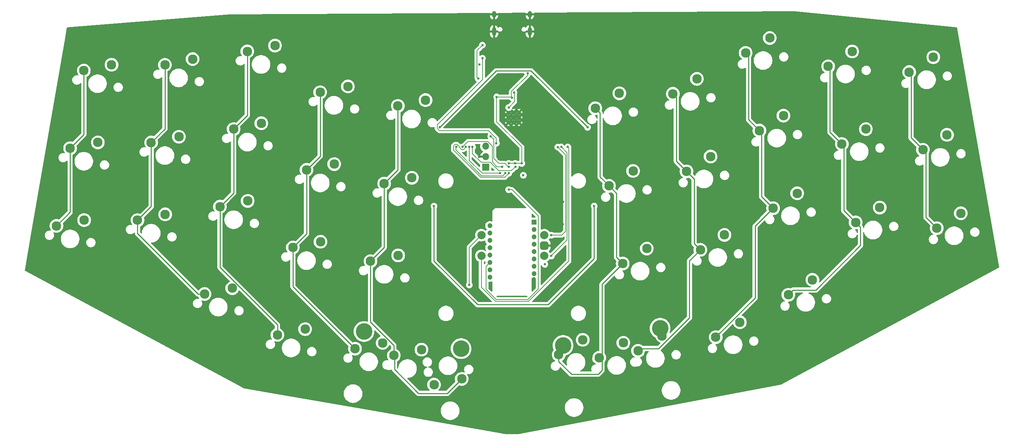
<source format=gbr>
%TF.GenerationSoftware,KiCad,Pcbnew,8.0.8*%
%TF.CreationDate,2025-05-06T20:43:44+02:00*%
%TF.ProjectId,Le Chisoffre,4c652043-6869-4736-9f66-6672652e6b69,rev?*%
%TF.SameCoordinates,Original*%
%TF.FileFunction,Copper,L1,Top*%
%TF.FilePolarity,Positive*%
%FSLAX46Y46*%
G04 Gerber Fmt 4.6, Leading zero omitted, Abs format (unit mm)*
G04 Created by KiCad (PCBNEW 8.0.8) date 2025-05-06 20:43:44*
%MOMM*%
%LPD*%
G01*
G04 APERTURE LIST*
G04 Aperture macros list*
%AMRoundRect*
0 Rectangle with rounded corners*
0 $1 Rounding radius*
0 $2 $3 $4 $5 $6 $7 $8 $9 X,Y pos of 4 corners*
0 Add a 4 corners polygon primitive as box body*
4,1,4,$2,$3,$4,$5,$6,$7,$8,$9,$2,$3,0*
0 Add four circle primitives for the rounded corners*
1,1,$1+$1,$2,$3*
1,1,$1+$1,$4,$5*
1,1,$1+$1,$6,$7*
1,1,$1+$1,$8,$9*
0 Add four rect primitives between the rounded corners*
20,1,$1+$1,$2,$3,$4,$5,0*
20,1,$1+$1,$4,$5,$6,$7,0*
20,1,$1+$1,$6,$7,$8,$9,0*
20,1,$1+$1,$8,$9,$2,$3,0*%
G04 Aperture macros list end*
%TA.AperFunction,ComponentPad*%
%ADD10C,2.300000*%
%TD*%
%TA.AperFunction,ComponentPad*%
%ADD11C,2.000000*%
%TD*%
%TA.AperFunction,ComponentPad*%
%ADD12RoundRect,0.500000X0.500000X0.500000X-0.500000X0.500000X-0.500000X-0.500000X0.500000X-0.500000X0*%
%TD*%
%TA.AperFunction,ComponentPad*%
%ADD13C,4.000000*%
%TD*%
%TA.AperFunction,HeatsinkPad*%
%ADD14O,1.000000X1.600000*%
%TD*%
%TA.AperFunction,HeatsinkPad*%
%ADD15O,1.000000X2.100000*%
%TD*%
%TA.AperFunction,ComponentPad*%
%ADD16C,0.600000*%
%TD*%
%TA.AperFunction,ComponentPad*%
%ADD17R,1.700000X1.700000*%
%TD*%
%TA.AperFunction,ComponentPad*%
%ADD18O,1.700000X1.700000*%
%TD*%
%TA.AperFunction,ComponentPad*%
%ADD19R,1.200000X1.200000*%
%TD*%
%TA.AperFunction,ComponentPad*%
%ADD20C,1.200000*%
%TD*%
%TA.AperFunction,ViaPad*%
%ADD21C,0.600000*%
%TD*%
%TA.AperFunction,Conductor*%
%ADD22C,0.250000*%
%TD*%
%TA.AperFunction,Conductor*%
%ADD23C,0.200000*%
%TD*%
%TA.AperFunction,Conductor*%
%ADD24C,0.380000*%
%TD*%
G04 APERTURE END LIST*
D10*
%TO.P,MX17,1,1*%
%TO.N,COL6*%
X192988251Y-70984359D03*
%TO.P,MX17,2,2*%
%TO.N,Net-(D17-A)*%
X198800714Y-67380281D03*
%TD*%
%TO.P,MX28,1,1*%
%TO.N,COL7*%
X213899037Y-79870742D03*
%TO.P,MX28,2,2*%
%TO.N,Net-(D28-A)*%
X219711500Y-76266664D03*
%TD*%
%TO.P,MX25,1,1*%
%TO.N,COL4*%
X116623350Y-92683345D03*
%TO.P,MX25,2,2*%
%TO.N,Net-(D25-A)*%
X123317945Y-91284599D03*
%TD*%
%TO.P,MX20,1,1*%
%TO.N,COL9*%
X250097013Y-65750512D03*
%TO.P,MX20,2,2*%
%TO.N,Net-(D20-A)*%
X255909476Y-62146434D03*
%TD*%
%TO.P,MX35,1,1*%
%TO.N,COL7*%
X200050826Y-111038213D03*
%TO.P,MX35,2,2*%
%TO.N,Net-(D35-A)*%
X205863289Y-107434135D03*
%TD*%
%TO.P,MX9,1,1*%
%TO.N,COL8*%
X227201428Y-45607775D03*
%TO.P,MX9,2,2*%
%TO.N,Net-(D9-A)*%
X233013891Y-42003697D03*
%TD*%
D11*
%TO.P,SW2,A,A*%
%TO.N,rot_a*%
X158612500Y-91400000D03*
%TO.P,SW2,B,B*%
%TO.N,rot_b*%
X158612500Y-86400000D03*
D12*
%TO.P,SW2,C,C*%
%TO.N,GND*%
X158612500Y-88900000D03*
D11*
%TO.P,SW2,S1,S1*%
%TO.N,Net-(D41-A)*%
X143412500Y-86400000D03*
%TO.P,SW2,S2,S2*%
%TO.N,COL10*%
X143412500Y-91400000D03*
%TD*%
D10*
%TO.P,MX8,1,1*%
%TO.N,COL7*%
X207283042Y-42349567D03*
%TO.P,MX8,2,2*%
%TO.N,Net-(D8-A)*%
X213095505Y-38745489D03*
%TD*%
%TO.P,MX24,1,1*%
%TO.N,COL3*%
X97862762Y-89375347D03*
%TO.P,MX24,2,2*%
%TO.N,Net-(D24-A)*%
X104557357Y-87976601D03*
%TD*%
%TO.P,MX39,1,1*%
%TO.N,COL5*%
X162106997Y-115290847D03*
%TO.P,MX39,2,2*%
%TO.N,Net-(D39-A)*%
X167919460Y-111686769D03*
%TD*%
%TO.P,MX11,1,1*%
%TO.N,COL0*%
X44061997Y-65380913D03*
%TO.P,MX11,2,2*%
%TO.N,Net-(D11-A)*%
X50756592Y-63982167D03*
%TD*%
%TO.P,MX15,1,1*%
%TO.N,COL4*%
X119931348Y-73922757D03*
%TO.P,MX15,2,2*%
%TO.N,Net-(D15-A)*%
X126625943Y-72524011D03*
%TD*%
%TO.P,MX26,1,1*%
%TO.N,COL5*%
X177568741Y-93240550D03*
%TO.P,MX26,2,2*%
%TO.N,Net-(D26-A)*%
X183381204Y-89636472D03*
%TD*%
%TO.P,MX19,1,1*%
%TO.N,COL8*%
X230509426Y-64368363D03*
%TO.P,MX19,2,2*%
%TO.N,Net-(D19-A)*%
X236321889Y-60764285D03*
%TD*%
%TO.P,MX38,1,1*%
%TO.N,COL4*%
X138679526Y-121114073D03*
%TO.P,MX38,2,2*%
%TO.N,Net-(D38-A)*%
X131984931Y-122512819D03*
%TD*%
%TO.P,MX37,1,1*%
%TO.N,COL3*%
X112883337Y-113825127D03*
%TO.P,MX37,2,2*%
%TO.N,Net-(D37-A)*%
X119577932Y-112426381D03*
%TD*%
%TO.P,MX6,1,1*%
%TO.N,COL5*%
X170952745Y-55719375D03*
%TO.P,MX6,2,2*%
%TO.N,Net-(D6-A)*%
X176765208Y-52115297D03*
%TD*%
%TO.P,MX5,1,1*%
%TO.N,COL4*%
X123239345Y-55162170D03*
%TO.P,MX5,2,2*%
%TO.N,Net-(D5-A)*%
X129933940Y-53763424D03*
%TD*%
%TO.P,MX12,1,1*%
%TO.N,COL1*%
X63649584Y-63998764D03*
%TO.P,MX12,2,2*%
%TO.N,Net-(D12-A)*%
X70344179Y-62600018D03*
%TD*%
%TO.P,MX23,1,1*%
%TO.N,COL2*%
X80259974Y-79501144D03*
%TO.P,MX23,2,2*%
%TO.N,Net-(D23-A)*%
X86954569Y-78102398D03*
%TD*%
%TO.P,MX29,1,1*%
%TO.N,COL8*%
X233850504Y-83316557D03*
%TO.P,MX29,2,2*%
%TO.N,Net-(D29-A)*%
X239662967Y-79712479D03*
%TD*%
%TO.P,MX14,1,1*%
%TO.N,COL3*%
X101170760Y-70614760D03*
%TO.P,MX14,2,2*%
%TO.N,Net-(D14-A)*%
X107865355Y-69216014D03*
%TD*%
D13*
%TO.P,S2,*%
%TO.N,*%
X186611552Y-108905707D03*
X163160817Y-113040704D03*
%TD*%
D10*
%TO.P,MX2,1,1*%
%TO.N,COL1*%
X66957582Y-45238176D03*
%TO.P,MX2,2,2*%
%TO.N,Net-(D2-A)*%
X73652177Y-43839430D03*
%TD*%
%TO.P,MX3,1,1*%
%TO.N,COL2*%
X86875969Y-41979969D03*
%TO.P,MX3,2,2*%
%TO.N,Net-(D3-A)*%
X93570564Y-40581223D03*
%TD*%
%TO.P,MX30,1,1*%
%TO.N,COL9*%
X253438091Y-84698706D03*
%TO.P,MX30,2,2*%
%TO.N,Net-(D30-A)*%
X259250554Y-81094628D03*
%TD*%
%TO.P,MX7,1,1*%
%TO.N,COL6*%
X189680253Y-52223771D03*
%TO.P,MX7,2,2*%
%TO.N,Net-(D7-A)*%
X195492716Y-48619693D03*
%TD*%
%TO.P,MX22,1,1*%
%TO.N,COL1*%
X60341587Y-82759352D03*
%TO.P,MX22,2,2*%
%TO.N,Net-(D22-A)*%
X67036182Y-81360606D03*
%TD*%
%TO.P,MX36,1,1*%
%TO.N,COL8*%
X217587455Y-100788798D03*
%TO.P,MX36,2,2*%
%TO.N,Net-(D36-A)*%
X223399918Y-97184720D03*
%TD*%
%TO.P,MX34,1,1*%
%TO.N,COL5*%
X171905933Y-116012276D03*
%TO.P,MX34,2,2*%
%TO.N,Net-(D39-A)*%
X177718396Y-112408198D03*
%TD*%
%TO.P,MX31,1,1*%
%TO.N,COL1*%
X76538476Y-100606805D03*
%TO.P,MX31,2,2*%
%TO.N,Net-(D31-A)*%
X83233071Y-99208059D03*
%TD*%
%TO.P,MX21,1,1*%
%TO.N,COL0*%
X40753999Y-84141501D03*
%TO.P,MX21,2,2*%
%TO.N,Net-(D21-A)*%
X47448594Y-82742755D03*
%TD*%
%TO.P,MX10,1,1*%
%TO.N,COL9*%
X246789016Y-46989925D03*
%TO.P,MX10,2,2*%
%TO.N,Net-(D10-A)*%
X252601479Y-43385847D03*
%TD*%
%TO.P,MX33,1,1*%
%TO.N,COL4*%
X122271985Y-115457346D03*
%TO.P,MX33,2,2*%
%TO.N,Net-(D38-A)*%
X128966580Y-114058600D03*
%TD*%
%TO.P,MX4,1,1*%
%TO.N,COL3*%
X104478758Y-51854172D03*
%TO.P,MX4,2,2*%
%TO.N,Net-(D4-A)*%
X111173353Y-50455426D03*
%TD*%
%TO.P,MX32,1,1*%
%TO.N,COL2*%
X94141265Y-110481009D03*
%TO.P,MX32,2,2*%
%TO.N,Net-(D32-A)*%
X100835860Y-109082263D03*
%TD*%
D13*
%TO.P,S1,*%
%TO.N,*%
X138521336Y-113808973D03*
X115070601Y-109673976D03*
%TD*%
D10*
%TO.P,MX13,1,1*%
%TO.N,COL2*%
X83567971Y-60740556D03*
%TO.P,MX13,2,2*%
%TO.N,Net-(D13-A)*%
X90262566Y-59341810D03*
%TD*%
%TO.P,MX40,1,1*%
%TO.N,COL6*%
X181281084Y-114327923D03*
%TO.P,MX40,2,2*%
%TO.N,Net-(D40-A)*%
X187093547Y-110723845D03*
%TD*%
%TO.P,MX16,1,1*%
%TO.N,COL5*%
X174260743Y-74479962D03*
%TO.P,MX16,2,2*%
%TO.N,Net-(D16-A)*%
X180073206Y-70875884D03*
%TD*%
%TO.P,MX1,1,1*%
%TO.N,COL0*%
X47369995Y-46620326D03*
%TO.P,MX1,2,2*%
%TO.N,Net-(D1-A)*%
X54064590Y-45221580D03*
%TD*%
%TO.P,MX18,1,1*%
%TO.N,COL7*%
X210591039Y-61110154D03*
%TO.P,MX18,2,2*%
%TO.N,Net-(D18-A)*%
X216403502Y-57506076D03*
%TD*%
%TO.P,MX27,1,1*%
%TO.N,COL6*%
X196329329Y-89932552D03*
%TO.P,MX27,2,2*%
%TO.N,Net-(D27-A)*%
X202141792Y-86328474D03*
%TD*%
D14*
%TO.P,J1,S1,SHIELD*%
%TO.N,GND*%
X146492500Y-33005000D03*
D15*
X146492500Y-37185000D03*
D14*
X155132500Y-33005000D03*
D15*
X155132500Y-37185000D03*
%TD*%
D16*
%TO.P,U3,57,GND*%
%TO.N,GND*%
X152517500Y-59218750D03*
X152517500Y-57943750D03*
X152517500Y-56668750D03*
X151242500Y-59218750D03*
X151242500Y-57943750D03*
X151242500Y-56668750D03*
X149967500Y-59218750D03*
X149967500Y-57943750D03*
X149967500Y-56668750D03*
%TD*%
D17*
%TO.P,SWD1,1,Pin_1*%
%TO.N,SWCLK*%
X144462500Y-69993750D03*
D18*
%TO.P,SWD1,2,Pin_2*%
%TO.N,GND*%
X144462500Y-67453750D03*
%TO.P,SWD1,3,Pin_3*%
%TO.N,SWD*%
X144462500Y-64913750D03*
%TD*%
D19*
%TO.P,U5,1,NC*%
%TO.N,unconnected-(U5-NC-Pad1)*%
X156150243Y-83224438D03*
D20*
%TO.P,U5,2,NC*%
%TO.N,unconnected-(U5-NC-Pad2)*%
X156150243Y-85004438D03*
%TO.P,U5,3,VDDPIX*%
%TO.N,Net-(U5-VDDPIX)*%
X156150243Y-86784438D03*
%TO.P,U5,4,VDD*%
%TO.N,+2V*%
X156150243Y-88564438D03*
%TO.P,U5,5,VDDIO*%
%TO.N,+3V3*%
X156150243Y-90344438D03*
%TO.P,U5,6,NC*%
%TO.N,unconnected-(U5-NC-Pad6)*%
X156150243Y-92124438D03*
%TO.P,U5,7,NRESET*%
%TO.N,Net-(U5-NRESET)*%
X156150243Y-93904438D03*
%TO.P,U5,8,GND*%
%TO.N,GND*%
X156150243Y-95684438D03*
%TO.P,U5,9,MOTION*%
%TO.N,unconnected-(U5-MOTION-Pad9)*%
X145450243Y-96574438D03*
%TO.P,U5,10,SCLK*%
%TO.N,SCK*%
X145450243Y-94794438D03*
%TO.P,U5,11,MOSI*%
%TO.N,MOSI*%
X145450243Y-93014438D03*
%TO.P,U5,12,MISO*%
%TO.N,MISO*%
X145450243Y-91234438D03*
%TO.P,U5,13,NCS*%
%TO.N,CS*%
X145450243Y-89454438D03*
%TO.P,U5,14,NC*%
%TO.N,unconnected-(U5-NC-Pad14)*%
X145450243Y-87674438D03*
%TO.P,U5,15,LED_P*%
%TO.N,Net-(U5-LED_P)*%
X145450243Y-85894438D03*
%TO.P,U5,16,NC*%
%TO.N,unconnected-(U5-NC-Pad16)*%
X145450243Y-84114438D03*
%TD*%
D21*
%TO.N,ROW0*%
X133350000Y-60325000D03*
X169068750Y-60325000D03*
%TO.N,ROW1*%
X170672707Y-79358543D03*
X131956250Y-79375000D03*
%TO.N,COL10*%
X164306250Y-65087500D03*
%TO.N,rot_b*%
X161888486Y-65117761D03*
X160337500Y-86400000D03*
%TO.N,rot_a*%
X162718750Y-65087500D03*
X160337500Y-91400000D03*
%TO.N,GND*%
X150812500Y-34131250D03*
X138112500Y-42068750D03*
X156152603Y-96798413D03*
X161925000Y-80962500D03*
X155126508Y-67990821D03*
X158422979Y-58946290D03*
X159922968Y-83541849D03*
X147624023Y-67990821D03*
X152221586Y-48005571D03*
X153193750Y-42862500D03*
X142875000Y-67468750D03*
X157298052Y-47296721D03*
X153296982Y-48022551D03*
X163512500Y-42068750D03*
X145736250Y-51100000D03*
X156368750Y-52387500D03*
X142961250Y-45143750D03*
X146939435Y-50330755D03*
X148615198Y-67990821D03*
X153198339Y-74985384D03*
X147969552Y-50368488D03*
X149691150Y-67990821D03*
X159956928Y-82540033D03*
X143970615Y-58951321D03*
X145736250Y-50106250D03*
X160337500Y-88900000D03*
X163134503Y-83744392D03*
X144285153Y-54049113D03*
X144277607Y-52996357D03*
X163150510Y-78324377D03*
X152400000Y-43656250D03*
X148431250Y-42862500D03*
X146530000Y-48562500D03*
%TO.N,+3V3*%
X142667403Y-48560289D03*
X153563535Y-71920484D03*
X143668750Y-40481250D03*
X151606250Y-69056250D03*
X147129264Y-52993014D03*
X150018750Y-69056250D03*
X158750000Y-93436250D03*
X154615223Y-47308041D03*
X153193750Y-69056250D03*
X150842500Y-53181250D03*
%TO.N,+1V1*%
X150018750Y-55562500D03*
X151288172Y-51921639D03*
%TO.N,~{RESET}*%
X143668750Y-43656250D03*
X147050000Y-64190454D03*
%TO.N,Net-(D41-A)*%
X140493750Y-98425000D03*
%TO.N,MISO*%
X138881238Y-65087500D03*
X148431250Y-69850000D03*
%TO.N,SDA*%
X141281247Y-65087500D03*
X151627292Y-69855976D03*
%TO.N,SCL*%
X150039792Y-69855976D03*
X145674320Y-62500000D03*
%TO.N,CS*%
X149225000Y-71437500D03*
X137318750Y-65087500D03*
%TO.N,SCK*%
X147962500Y-71437500D03*
X140481244Y-65087500D03*
%TO.N,MOSI*%
X150025003Y-71437500D03*
X139681241Y-65087500D03*
X150018750Y-75406250D03*
%TD*%
D22*
%TO.N,ROW0*%
X147003279Y-46671721D02*
X155415471Y-46671721D01*
X155415471Y-46671721D02*
X169068750Y-60325000D01*
X133350000Y-60325000D02*
X147003279Y-46671721D01*
%TO.N,ROW1*%
X159543750Y-103187500D02*
X170672707Y-92058543D01*
X131956250Y-79375000D02*
X131956250Y-92662466D01*
X170672707Y-79358543D02*
X170672707Y-92058543D01*
X131956250Y-92662466D02*
X142481284Y-103187500D01*
X142481284Y-103187500D02*
X159543750Y-103187500D01*
%TO.N,COL0*%
X44061997Y-65380913D02*
X44061997Y-80833503D01*
X44061997Y-80833503D02*
X40753999Y-84141501D01*
X47369995Y-62072915D02*
X44061997Y-65380913D01*
X47369995Y-46620326D02*
X47369995Y-62072915D01*
%TO.N,COL1*%
X63649584Y-63998764D02*
X63649584Y-79451355D01*
X60341587Y-82759352D02*
X60341587Y-85961443D01*
X66957582Y-60690766D02*
X63649584Y-63998764D01*
X60341587Y-85961443D02*
X74986949Y-100606805D01*
X63649584Y-79451355D02*
X60341587Y-82759352D01*
X74986949Y-100606805D02*
X76538476Y-100606805D01*
X66957582Y-45238176D02*
X66957582Y-60690766D01*
%TO.N,COL2*%
X83567971Y-60740556D02*
X83567971Y-76193147D01*
X83567971Y-76193147D02*
X80259974Y-79501144D01*
X86875969Y-41979969D02*
X86875969Y-57432558D01*
X80259974Y-79501144D02*
X80259974Y-94148996D01*
X80259974Y-94148996D02*
X94141265Y-108030287D01*
X86875969Y-57432558D02*
X83567971Y-60740556D01*
X94141265Y-108030287D02*
X94141265Y-110481009D01*
%TO.N,COL3*%
X101170760Y-70614760D02*
X101170760Y-86067349D01*
X104478758Y-51854172D02*
X104478758Y-67306762D01*
X104478758Y-67306762D02*
X101170760Y-70614760D01*
X97862762Y-98804552D02*
X112883337Y-113825127D01*
X101170760Y-86067349D02*
X97862762Y-89375347D01*
X97862762Y-89375347D02*
X97862762Y-98804552D01*
%TO.N,COL4*%
X123239345Y-70614760D02*
X119931348Y-73922757D01*
X128231298Y-124618750D02*
X135174849Y-124618750D01*
X135174849Y-124618750D02*
X138679526Y-121114073D01*
X119931348Y-89375347D02*
X116623350Y-92683345D01*
X123239345Y-55162170D02*
X123239345Y-70614760D01*
X119931348Y-73922757D02*
X119931348Y-89375347D01*
X116623350Y-107385833D02*
X122271985Y-113034468D01*
X122447211Y-115632572D02*
X122447211Y-118834663D01*
X116623350Y-92683345D02*
X116623350Y-107385833D01*
X122271985Y-115457346D02*
X122447211Y-115632572D01*
X122271985Y-113034468D02*
X122271985Y-115457346D01*
X122447211Y-118834663D02*
X128231298Y-124618750D01*
%TO.N,COL5*%
X176085027Y-91756836D02*
X176085027Y-76304246D01*
X162106997Y-116917192D02*
X165174026Y-119984221D01*
X162106997Y-115290847D02*
X162106997Y-116917192D01*
X172102745Y-56869375D02*
X172102745Y-72321964D01*
X171614061Y-119984221D02*
X172553004Y-119045278D01*
X170952745Y-55719375D02*
X172102745Y-56869375D01*
X176085027Y-76304246D02*
X174260743Y-74479962D01*
X172553004Y-119045278D02*
X172553004Y-98256287D01*
X172553004Y-98256287D02*
X177568741Y-93240550D01*
X177568741Y-93240550D02*
X176085027Y-91756836D01*
X172102745Y-72321964D02*
X174260743Y-74479962D01*
X165174026Y-119984221D02*
X171614061Y-119984221D01*
%TO.N,COL6*%
X193675000Y-92586881D02*
X193675000Y-106362500D01*
X186238665Y-113798835D02*
X181810172Y-113798835D01*
X193675000Y-106362500D02*
X186238665Y-113798835D01*
X181810172Y-113798835D02*
X181281084Y-114327923D01*
X190500000Y-53043518D02*
X189680253Y-52223771D01*
X194812535Y-88415758D02*
X194812535Y-72808643D01*
X190500000Y-68496108D02*
X190500000Y-53043518D01*
X196329329Y-89932552D02*
X193675000Y-92586881D01*
X192988251Y-70984359D02*
X190500000Y-68496108D01*
X196329329Y-89932552D02*
X194812535Y-88415758D01*
X194812535Y-72808643D02*
X192988251Y-70984359D01*
%TO.N,COL7*%
X209550000Y-101539039D02*
X200050826Y-111038213D01*
X211137500Y-77109205D02*
X211137500Y-61656615D01*
X211137500Y-61656615D02*
X210591039Y-61110154D01*
X213899037Y-79870742D02*
X209550000Y-84219779D01*
X207962500Y-43029025D02*
X207283042Y-42349567D01*
X210591039Y-61110154D02*
X207962500Y-58481615D01*
X213899037Y-79870742D02*
X211137500Y-77109205D01*
X209550000Y-84219779D02*
X209550000Y-101539039D01*
X207962500Y-58481615D02*
X207962500Y-43029025D01*
%TO.N,COL8*%
X224211202Y-99638798D02*
X235000504Y-88849496D01*
X227641789Y-61500726D02*
X227641789Y-46048136D01*
X235000504Y-88849496D02*
X235000504Y-84466557D01*
X230981250Y-64840187D02*
X230509426Y-64368363D01*
X230509426Y-64368363D02*
X227641789Y-61500726D01*
X217587455Y-100788798D02*
X218737455Y-99638798D01*
X218737455Y-99638798D02*
X224211202Y-99638798D01*
X230981250Y-80447303D02*
X230981250Y-64840187D01*
X233850504Y-83316557D02*
X230981250Y-80447303D01*
X227641789Y-46048136D02*
X227201428Y-45607775D01*
X235000504Y-84466557D02*
X233850504Y-83316557D01*
%TO.N,COL9*%
X247229377Y-47430286D02*
X246789016Y-46989925D01*
X247229377Y-62882876D02*
X247229377Y-47430286D01*
X250825000Y-66478499D02*
X250097013Y-65750512D01*
X253438091Y-84698706D02*
X250825000Y-82085615D01*
X250097013Y-65750512D02*
X247229377Y-62882876D01*
X250825000Y-82085615D02*
X250825000Y-66478499D01*
D23*
%TO.N,COL10*%
X164550510Y-92624490D02*
X164550510Y-65331760D01*
X154781250Y-102393750D02*
X146843750Y-102393750D01*
X146843750Y-102393750D02*
X143412500Y-98962500D01*
X155612500Y-101562500D02*
X164550510Y-92624490D01*
X164550510Y-65331760D02*
X164306250Y-65087500D01*
X155612500Y-101562500D02*
X154781250Y-102393750D01*
X143412500Y-98962500D02*
X143412500Y-91400000D01*
%TO.N,rot_b*%
X161888486Y-65117761D02*
X163750510Y-66979785D01*
X163750510Y-66979785D02*
X163750510Y-85486990D01*
X162841968Y-86395532D02*
X161131250Y-86395532D01*
X163750510Y-85486990D02*
X162841968Y-86395532D01*
X161126782Y-86400000D02*
X160337500Y-86400000D01*
X161131250Y-86395532D02*
X161126782Y-86400000D01*
%TO.N,rot_a*%
X164150510Y-66519260D02*
X162718750Y-65087500D01*
X160337500Y-91400000D02*
X164150510Y-87586990D01*
X164150510Y-87586990D02*
X164150510Y-66519260D01*
D24*
%TO.N,GND*%
X149967500Y-59218750D02*
X151242500Y-59218750D01*
X151242500Y-59218750D02*
X152517500Y-59218750D01*
X149967500Y-59218750D02*
X152517500Y-56668750D01*
X149967500Y-56668750D02*
X152517500Y-59218750D01*
X151242500Y-59218750D02*
X151242500Y-56668750D01*
X149967500Y-56668750D02*
X149967500Y-59218750D01*
D23*
X161925000Y-80962500D02*
X162718750Y-80168750D01*
D24*
X152517500Y-56668750D02*
X149967500Y-56668750D01*
X152517500Y-59218750D02*
X152517500Y-56668750D01*
D23*
X162718750Y-80168750D02*
X162718750Y-78756137D01*
D24*
X149967500Y-57943750D02*
X152517500Y-57943750D01*
D23*
X162718750Y-78756137D02*
X163150510Y-78324377D01*
%TO.N,+3V3*%
X147129264Y-59023014D02*
X153193750Y-65087500D01*
X147129264Y-52993014D02*
X147129264Y-59023014D01*
X147129264Y-52993014D02*
X150654264Y-52993014D01*
X153193750Y-69056250D02*
X153193750Y-65087500D01*
X154615223Y-47746059D02*
X154615223Y-47308041D01*
X142361250Y-41788750D02*
X142361250Y-48254136D01*
X150018750Y-69056250D02*
X153193750Y-69056250D01*
X143668750Y-40481250D02*
X142361250Y-41788750D01*
X142361250Y-48254136D02*
X142667403Y-48560289D01*
X150688172Y-53026922D02*
X150688172Y-51673110D01*
X150688172Y-51673110D02*
X154615223Y-47746059D01*
X150654264Y-52993014D02*
X150842500Y-53181250D01*
X150842500Y-53181250D02*
X150688172Y-53026922D01*
%TO.N,+1V1*%
X151442500Y-54138750D02*
X151442500Y-52075967D01*
X151442500Y-52075967D02*
X151288172Y-51921639D01*
X150018750Y-55562500D02*
X151442500Y-54138750D01*
%TO.N,~{RESET}*%
X147050000Y-63027151D02*
X145141599Y-61118750D01*
X147050000Y-64190454D02*
X147050000Y-63027151D01*
X132750000Y-60573529D02*
X132750000Y-59742945D01*
X133295221Y-61118750D02*
X132750000Y-60573529D01*
X143668750Y-48824195D02*
X143668750Y-43656250D01*
X132750000Y-59742945D02*
X143668750Y-48824195D01*
X145141599Y-61118750D02*
X133295221Y-61118750D01*
%TO.N,Net-(D41-A)*%
X140493750Y-89318750D02*
X143412500Y-86400000D01*
X140493750Y-98425000D02*
X140493750Y-89318750D01*
%TO.N,MISO*%
X147184436Y-69850000D02*
X146050000Y-68715564D01*
X140156462Y-63763750D02*
X138881238Y-65038974D01*
X138881238Y-65038974D02*
X138881238Y-65087500D01*
X146050000Y-68715564D02*
X146050000Y-64874904D01*
X146050000Y-64874904D02*
X144938846Y-63763750D01*
X148431250Y-69850000D02*
X147184436Y-69850000D01*
X144938846Y-63763750D02*
X140156462Y-63763750D01*
%TO.N,SDA*%
X151627292Y-69855976D02*
X150645768Y-70837500D01*
X143362378Y-68804657D02*
X141281247Y-66723526D01*
X147606250Y-70837500D02*
X145573407Y-68804657D01*
X145573407Y-68804657D02*
X143362378Y-68804657D01*
X141281247Y-66723526D02*
X141281247Y-65087500D01*
X150645768Y-70837500D02*
X147606250Y-70837500D01*
%TO.N,SCL*%
X149098832Y-69056250D02*
X147637500Y-69056250D01*
X146450000Y-63275680D02*
X145674320Y-62500000D01*
X146450000Y-67868750D02*
X146450000Y-63275680D01*
X149898558Y-69855976D02*
X149098832Y-69056250D01*
X150039792Y-69855976D02*
X149898558Y-69855976D01*
X147637500Y-69056250D02*
X146450000Y-67868750D01*
%TO.N,CS*%
X149225000Y-71437500D02*
X148625000Y-72037500D01*
X148625000Y-72037500D02*
X143475000Y-72037500D01*
X137281232Y-65843732D02*
X137281232Y-65087500D01*
X143475000Y-72037500D02*
X137281232Y-65843732D01*
%TO.N,SCK*%
X140481244Y-68312494D02*
X143606250Y-71437500D01*
X140481244Y-65087500D02*
X140481244Y-68312494D01*
X147962500Y-71437500D02*
X143606250Y-71437500D01*
%TO.N,MOSI*%
X147009436Y-101993750D02*
X144550243Y-99534557D01*
X138112500Y-65032721D02*
X138112500Y-65167291D01*
X136681232Y-64838971D02*
X137032703Y-64487500D01*
X139681241Y-65087500D02*
X139681241Y-65136026D01*
X149073529Y-72437500D02*
X143309314Y-72437500D01*
X157162500Y-99446814D02*
X154615564Y-101993750D01*
X136681232Y-65809418D02*
X136681232Y-64838971D01*
X157162500Y-81756250D02*
X157162500Y-99446814D01*
X137032703Y-64487500D02*
X137567279Y-64487500D01*
X150025003Y-71486026D02*
X149073529Y-72437500D01*
X150812500Y-75406250D02*
X157162500Y-81756250D01*
X150025003Y-71437500D02*
X150025003Y-71486026D01*
X138632709Y-65687500D02*
X138112500Y-65167291D01*
X139129767Y-65687500D02*
X138632709Y-65687500D01*
X150018750Y-75406250D02*
X150812500Y-75406250D01*
X144550243Y-99534557D02*
X144550243Y-93914438D01*
X137567279Y-64487500D02*
X138112500Y-65032721D01*
X154615564Y-101993750D02*
X147009436Y-101993750D01*
X143309314Y-72437500D02*
X136681232Y-65809418D01*
X144550243Y-93914438D02*
X145450243Y-93014438D01*
X139681241Y-65136026D02*
X139129767Y-65687500D01*
%TD*%
%TA.AperFunction,Conductor*%
%TO.N,GND*%
G36*
X155731795Y-96701991D02*
G01*
X155847916Y-96746976D01*
X156048315Y-96784438D01*
X156252170Y-96784438D01*
X156415214Y-96753959D01*
X156484730Y-96760990D01*
X156539408Y-96804487D01*
X156561891Y-96870641D01*
X156562000Y-96875848D01*
X156562000Y-99146716D01*
X156542315Y-99213755D01*
X156525681Y-99234397D01*
X155774682Y-99985396D01*
X155713359Y-100018881D01*
X155643667Y-100013897D01*
X155587734Y-99972025D01*
X155563317Y-99906561D01*
X155563001Y-99897715D01*
X155563001Y-96817617D01*
X155582686Y-96750578D01*
X155635490Y-96704823D01*
X155704648Y-96694879D01*
X155731795Y-96701991D01*
G37*
%TD.AperFunction*%
%TA.AperFunction,Conductor*%
G36*
X163469354Y-86719908D02*
G01*
X163525284Y-86761784D01*
X163549695Y-86827251D01*
X163550010Y-86836086D01*
X163550010Y-87286892D01*
X163530325Y-87353931D01*
X163513691Y-87374573D01*
X160318965Y-90569298D01*
X160257642Y-90602783D01*
X160245168Y-90604837D01*
X160158248Y-90614630D01*
X160032988Y-90658460D01*
X159963209Y-90662021D01*
X159902582Y-90627291D01*
X159888226Y-90609239D01*
X159800666Y-90475217D01*
X159772073Y-90444157D01*
X159707876Y-90374420D01*
X159676955Y-90311768D01*
X159684815Y-90242341D01*
X159720746Y-90194337D01*
X159823253Y-90110753D01*
X159951778Y-89953129D01*
X160045942Y-89772861D01*
X160101890Y-89577328D01*
X160101891Y-89577325D01*
X160112499Y-89458000D01*
X160112500Y-89457998D01*
X160112500Y-89150000D01*
X159045512Y-89150000D01*
X159078425Y-89092993D01*
X159112500Y-88965826D01*
X159112500Y-88834174D01*
X159078425Y-88707007D01*
X159045512Y-88650000D01*
X160112500Y-88650000D01*
X160112500Y-88342002D01*
X160112499Y-88341999D01*
X160101891Y-88222674D01*
X160101890Y-88222671D01*
X160045942Y-88027138D01*
X159951778Y-87846870D01*
X159823253Y-87689246D01*
X159720746Y-87605663D01*
X159681229Y-87548042D01*
X159679137Y-87478203D01*
X159707876Y-87425579D01*
X159800664Y-87324785D01*
X159888227Y-87190758D01*
X159941372Y-87145403D01*
X160010603Y-87135979D01*
X160032990Y-87141540D01*
X160158237Y-87185366D01*
X160158243Y-87185367D01*
X160158245Y-87185368D01*
X160158246Y-87185368D01*
X160158250Y-87185369D01*
X160337496Y-87205565D01*
X160337500Y-87205565D01*
X160337504Y-87205565D01*
X160516749Y-87185369D01*
X160516752Y-87185368D01*
X160516755Y-87185368D01*
X160687022Y-87125789D01*
X160839762Y-87029816D01*
X160839767Y-87029810D01*
X160842597Y-87027555D01*
X160844775Y-87026665D01*
X160845658Y-87026111D01*
X160845755Y-87026265D01*
X160907283Y-87001145D01*
X160919912Y-87000500D01*
X161040113Y-87000500D01*
X161040129Y-87000501D01*
X161047725Y-87000501D01*
X161205837Y-87000501D01*
X161205839Y-87000501D01*
X161206754Y-87000255D01*
X161238843Y-86996032D01*
X162755299Y-86996032D01*
X162755315Y-86996033D01*
X162762911Y-86996033D01*
X162921022Y-86996033D01*
X162921025Y-86996033D01*
X163073753Y-86955109D01*
X163133290Y-86920735D01*
X163210684Y-86876052D01*
X163322488Y-86764248D01*
X163322488Y-86764247D01*
X163332697Y-86754039D01*
X163332704Y-86754029D01*
X163338337Y-86748396D01*
X163399663Y-86714917D01*
X163469354Y-86719908D01*
G37*
%TD.AperFunction*%
%TA.AperFunction,Conductor*%
G36*
X153764664Y-47316906D02*
G01*
X153810419Y-47369710D01*
X153820845Y-47407337D01*
X153829853Y-47487291D01*
X153829855Y-47487298D01*
X153854640Y-47558130D01*
X153858201Y-47627909D01*
X153825279Y-47686765D01*
X150319458Y-51192588D01*
X150207653Y-51304392D01*
X150207652Y-51304394D01*
X150162641Y-51382356D01*
X150128595Y-51441325D01*
X150087671Y-51594053D01*
X150087671Y-51594055D01*
X150087671Y-51762156D01*
X150087672Y-51762169D01*
X150087672Y-52268514D01*
X150067987Y-52335553D01*
X150015183Y-52381308D01*
X149963672Y-52392514D01*
X147711676Y-52392514D01*
X147644637Y-52372829D01*
X147634361Y-52365459D01*
X147631527Y-52363199D01*
X147631526Y-52363198D01*
X147567499Y-52322967D01*
X147478787Y-52267225D01*
X147308518Y-52207645D01*
X147308513Y-52207644D01*
X147129268Y-52187449D01*
X147129260Y-52187449D01*
X146950014Y-52207644D01*
X146950009Y-52207645D01*
X146779740Y-52267225D01*
X146627001Y-52363198D01*
X146499448Y-52490751D01*
X146403475Y-52643490D01*
X146343895Y-52813759D01*
X146343894Y-52813764D01*
X146323699Y-52993010D01*
X146323699Y-52993017D01*
X146343894Y-53172263D01*
X146343895Y-53172268D01*
X146403475Y-53342537D01*
X146463779Y-53438510D01*
X146480062Y-53464424D01*
X146499449Y-53495277D01*
X146501709Y-53498111D01*
X146502598Y-53500289D01*
X146503153Y-53501172D01*
X146502998Y-53501269D01*
X146528119Y-53562797D01*
X146528764Y-53575426D01*
X146528764Y-58936344D01*
X146528763Y-58936362D01*
X146528763Y-59102068D01*
X146528762Y-59102068D01*
X146569687Y-59254799D01*
X146574087Y-59262419D01*
X146574088Y-59262425D01*
X146574090Y-59262425D01*
X146648741Y-59391726D01*
X146648745Y-59391731D01*
X146767613Y-59510599D01*
X146767619Y-59510604D01*
X152556931Y-65299916D01*
X152590416Y-65361239D01*
X152593250Y-65387597D01*
X152593250Y-68331750D01*
X152573565Y-68398789D01*
X152520761Y-68444544D01*
X152469250Y-68455750D01*
X152188662Y-68455750D01*
X152121623Y-68436065D01*
X152111347Y-68428695D01*
X152108513Y-68426435D01*
X152108512Y-68426434D01*
X152019328Y-68370396D01*
X151955773Y-68330461D01*
X151785504Y-68270881D01*
X151785499Y-68270880D01*
X151606254Y-68250685D01*
X151606246Y-68250685D01*
X151427000Y-68270880D01*
X151426995Y-68270881D01*
X151256726Y-68330461D01*
X151103986Y-68426435D01*
X151101153Y-68428695D01*
X151098974Y-68429584D01*
X151098092Y-68430139D01*
X151097994Y-68429984D01*
X151036467Y-68455105D01*
X151023838Y-68455750D01*
X150601162Y-68455750D01*
X150534123Y-68436065D01*
X150523847Y-68428695D01*
X150521013Y-68426435D01*
X150521012Y-68426434D01*
X150431828Y-68370396D01*
X150368273Y-68330461D01*
X150198004Y-68270881D01*
X150197999Y-68270880D01*
X150018754Y-68250685D01*
X150018746Y-68250685D01*
X149839500Y-68270880D01*
X149839495Y-68270881D01*
X149669226Y-68330461D01*
X149516484Y-68426436D01*
X149470966Y-68471954D01*
X149409643Y-68505438D01*
X149339951Y-68500453D01*
X149335840Y-68498836D01*
X149330621Y-68496674D01*
X149318095Y-68493317D01*
X149177889Y-68455749D01*
X149019775Y-68455749D01*
X149012179Y-68455749D01*
X149012163Y-68455750D01*
X147937598Y-68455750D01*
X147870559Y-68436065D01*
X147849917Y-68419431D01*
X147086819Y-67656333D01*
X147053334Y-67595010D01*
X147050500Y-67568652D01*
X147050500Y-65106775D01*
X147070185Y-65039736D01*
X147122989Y-64993981D01*
X147160612Y-64983555D01*
X147229255Y-64975822D01*
X147399522Y-64916243D01*
X147552262Y-64820270D01*
X147679816Y-64692716D01*
X147775789Y-64539976D01*
X147835368Y-64369709D01*
X147835520Y-64368363D01*
X147855565Y-64190457D01*
X147855565Y-64190450D01*
X147835369Y-64011204D01*
X147835368Y-64011199D01*
X147814548Y-63951698D01*
X147775789Y-63840932D01*
X147765884Y-63825169D01*
X147731663Y-63770706D01*
X147679816Y-63688192D01*
X147679814Y-63688190D01*
X147679813Y-63688188D01*
X147677550Y-63685350D01*
X147676659Y-63683169D01*
X147676111Y-63682296D01*
X147676264Y-63682199D01*
X147651144Y-63620663D01*
X147650500Y-63608041D01*
X147650500Y-63116211D01*
X147650501Y-63116198D01*
X147650501Y-62948095D01*
X147649532Y-62944479D01*
X147609577Y-62795367D01*
X147588891Y-62759537D01*
X147530524Y-62658441D01*
X147530518Y-62658433D01*
X145629189Y-60757105D01*
X145629187Y-60757102D01*
X145510316Y-60638231D01*
X145510311Y-60638227D01*
X145397719Y-60573223D01*
X145373384Y-60559173D01*
X145220656Y-60518249D01*
X145062542Y-60518249D01*
X145054946Y-60518249D01*
X145054930Y-60518250D01*
X134340701Y-60518250D01*
X134273662Y-60498565D01*
X134227907Y-60445761D01*
X134217963Y-60376603D01*
X134246988Y-60313047D01*
X134253020Y-60306569D01*
X137437485Y-57122105D01*
X147226051Y-47333540D01*
X147287374Y-47300055D01*
X147313732Y-47297221D01*
X153697625Y-47297221D01*
X153764664Y-47316906D01*
G37*
%TD.AperFunction*%
%TA.AperFunction,Conductor*%
G36*
X143117036Y-64383935D02*
G01*
X143162791Y-64436739D01*
X143172735Y-64505897D01*
X143169772Y-64520343D01*
X143127438Y-64678336D01*
X143127436Y-64678346D01*
X143106841Y-64913749D01*
X143106841Y-64913750D01*
X143127436Y-65149153D01*
X143127438Y-65149163D01*
X143188594Y-65377405D01*
X143188596Y-65377409D01*
X143188597Y-65377413D01*
X143241805Y-65491518D01*
X143288465Y-65591580D01*
X143288467Y-65591584D01*
X143385638Y-65730357D01*
X143415997Y-65773715D01*
X143424001Y-65785145D01*
X143424006Y-65785152D01*
X143591097Y-65952243D01*
X143591103Y-65952248D01*
X143648620Y-65992522D01*
X143743926Y-66059256D01*
X143777094Y-66082480D01*
X143820719Y-66137057D01*
X143827913Y-66206555D01*
X143796390Y-66268910D01*
X143777095Y-66285630D01*
X143591422Y-66415640D01*
X143591420Y-66415641D01*
X143424391Y-66582670D01*
X143424386Y-66582676D01*
X143288900Y-66776170D01*
X143288899Y-66776172D01*
X143189070Y-66990257D01*
X143189067Y-66990263D01*
X143131864Y-67203749D01*
X143131864Y-67203750D01*
X144029488Y-67203750D01*
X143996575Y-67260757D01*
X143962500Y-67387924D01*
X143962500Y-67519576D01*
X143996575Y-67646743D01*
X144029488Y-67703750D01*
X143162069Y-67703750D01*
X143095030Y-67684065D01*
X143074388Y-67667431D01*
X141918066Y-66511109D01*
X141884581Y-66449786D01*
X141881747Y-66423428D01*
X141881747Y-65669912D01*
X141901432Y-65602873D01*
X141908802Y-65592597D01*
X141911057Y-65589767D01*
X141911063Y-65589762D01*
X142007036Y-65437022D01*
X142066615Y-65266755D01*
X142068198Y-65252704D01*
X142086812Y-65087503D01*
X142086812Y-65087496D01*
X142066616Y-64908250D01*
X142066615Y-64908245D01*
X142035779Y-64820121D01*
X142007036Y-64737978D01*
X141999089Y-64725331D01*
X141946111Y-64641016D01*
X141911063Y-64585238D01*
X141901756Y-64575931D01*
X141868271Y-64514608D01*
X141873255Y-64444916D01*
X141915127Y-64388983D01*
X141980591Y-64364566D01*
X141989437Y-64364250D01*
X143049997Y-64364250D01*
X143117036Y-64383935D01*
G37*
%TD.AperFunction*%
%TA.AperFunction,Conductor*%
G36*
X219057990Y-32251295D02*
G01*
X258241664Y-36169662D01*
X258306413Y-36195920D01*
X258346686Y-36253015D01*
X258351456Y-36271592D01*
X268510203Y-94098306D01*
X268502415Y-94167740D01*
X268458324Y-94221941D01*
X268446764Y-94228992D01*
X215748416Y-122544523D01*
X215712577Y-122557168D01*
X152364813Y-134434876D01*
X152341961Y-134437000D01*
X149279231Y-134437000D01*
X149257856Y-134435144D01*
X116316146Y-128670344D01*
X133630538Y-128670344D01*
X133630538Y-128964543D01*
X133630539Y-128964560D01*
X133640995Y-129043984D01*
X133668940Y-129256244D01*
X133742878Y-129532185D01*
X133745090Y-129540438D01*
X133857672Y-129812238D01*
X133857680Y-129812254D01*
X134004778Y-130067033D01*
X134004789Y-130067049D01*
X134183886Y-130300453D01*
X134183892Y-130300460D01*
X134391921Y-130508489D01*
X134391927Y-130508494D01*
X134625341Y-130687599D01*
X134625348Y-130687603D01*
X134880127Y-130834701D01*
X134880143Y-130834709D01*
X135151943Y-130947291D01*
X135151945Y-130947291D01*
X135151951Y-130947294D01*
X135436138Y-131023442D01*
X135727832Y-131061844D01*
X135727839Y-131061844D01*
X136022037Y-131061844D01*
X136022044Y-131061844D01*
X136313738Y-131023442D01*
X136597925Y-130947294D01*
X136671256Y-130916919D01*
X136869732Y-130834709D01*
X136869735Y-130834707D01*
X136869741Y-130834705D01*
X137124535Y-130687599D01*
X137357949Y-130508494D01*
X137565988Y-130300455D01*
X137745093Y-130067041D01*
X137892199Y-129812247D01*
X138004788Y-129540431D01*
X138080936Y-129256244D01*
X138119338Y-128964550D01*
X138119338Y-128670338D01*
X138080936Y-128378644D01*
X138004788Y-128094457D01*
X138004785Y-128094449D01*
X137925102Y-127902074D01*
X163562815Y-127902074D01*
X163562815Y-128196273D01*
X163562816Y-128196290D01*
X163586823Y-128378644D01*
X163601217Y-128487974D01*
X163650081Y-128670338D01*
X163677367Y-128772168D01*
X163789949Y-129043968D01*
X163789957Y-129043984D01*
X163937055Y-129298763D01*
X163937066Y-129298779D01*
X164116163Y-129532183D01*
X164116169Y-129532190D01*
X164324198Y-129740219D01*
X164324204Y-129740224D01*
X164557618Y-129919329D01*
X164557625Y-129919333D01*
X164812404Y-130066431D01*
X164812420Y-130066439D01*
X165084220Y-130179021D01*
X165084222Y-130179021D01*
X165084228Y-130179024D01*
X165368415Y-130255172D01*
X165660109Y-130293574D01*
X165660116Y-130293574D01*
X165954314Y-130293574D01*
X165954321Y-130293574D01*
X166246015Y-130255172D01*
X166530202Y-130179024D01*
X166800536Y-130067049D01*
X166802009Y-130066439D01*
X166802012Y-130066437D01*
X166802018Y-130066435D01*
X167056812Y-129919329D01*
X167290226Y-129740224D01*
X167498265Y-129532185D01*
X167677370Y-129298771D01*
X167824476Y-129043977D01*
X167857372Y-128964560D01*
X167937062Y-128772168D01*
X167937061Y-128772168D01*
X167937065Y-128772161D01*
X168013213Y-128487974D01*
X168051615Y-128196280D01*
X168051615Y-127902068D01*
X168013213Y-127610374D01*
X167937065Y-127326187D01*
X167937062Y-127326179D01*
X167824480Y-127054379D01*
X167824472Y-127054363D01*
X167677374Y-126799584D01*
X167677370Y-126799577D01*
X167498265Y-126566163D01*
X167498260Y-126566157D01*
X167290231Y-126358128D01*
X167290224Y-126358122D01*
X167056820Y-126179025D01*
X167056818Y-126179023D01*
X167056812Y-126179019D01*
X167056807Y-126179016D01*
X167056804Y-126179014D01*
X166802025Y-126031916D01*
X166802009Y-126031908D01*
X166530209Y-125919326D01*
X166246011Y-125843175D01*
X165954331Y-125804775D01*
X165954326Y-125804774D01*
X165954321Y-125804774D01*
X165660109Y-125804774D01*
X165660103Y-125804774D01*
X165660098Y-125804775D01*
X165368418Y-125843175D01*
X165084220Y-125919326D01*
X164812420Y-126031908D01*
X164812404Y-126031916D01*
X164557625Y-126179014D01*
X164557609Y-126179025D01*
X164324205Y-126358122D01*
X164324198Y-126358128D01*
X164116169Y-126566157D01*
X164116163Y-126566164D01*
X163937066Y-126799568D01*
X163937055Y-126799584D01*
X163789957Y-127054363D01*
X163789949Y-127054379D01*
X163677367Y-127326179D01*
X163601216Y-127610377D01*
X163562816Y-127902057D01*
X163562815Y-127902074D01*
X137925102Y-127902074D01*
X137892203Y-127822649D01*
X137892195Y-127822633D01*
X137745097Y-127567854D01*
X137745093Y-127567847D01*
X137565988Y-127334433D01*
X137565983Y-127334427D01*
X137357954Y-127126398D01*
X137357947Y-127126392D01*
X137124543Y-126947295D01*
X137124541Y-126947293D01*
X137124535Y-126947289D01*
X137124530Y-126947286D01*
X137124527Y-126947284D01*
X136869748Y-126800186D01*
X136869732Y-126800178D01*
X136597932Y-126687596D01*
X136313734Y-126611445D01*
X136022054Y-126573045D01*
X136022049Y-126573044D01*
X136022044Y-126573044D01*
X135727832Y-126573044D01*
X135727826Y-126573044D01*
X135727821Y-126573045D01*
X135436141Y-126611445D01*
X135151943Y-126687596D01*
X134880143Y-126800178D01*
X134880127Y-126800186D01*
X134625348Y-126947284D01*
X134625332Y-126947295D01*
X134391928Y-127126392D01*
X134391921Y-127126398D01*
X134183892Y-127334427D01*
X134183886Y-127334434D01*
X134004789Y-127567838D01*
X134004778Y-127567854D01*
X133857680Y-127822633D01*
X133857672Y-127822649D01*
X133745090Y-128094449D01*
X133668939Y-128378647D01*
X133630539Y-128670327D01*
X133630538Y-128670344D01*
X116316146Y-128670344D01*
X92687589Y-124535346D01*
X110179803Y-124535346D01*
X110179803Y-124829545D01*
X110179804Y-124829562D01*
X110216014Y-125104608D01*
X110218205Y-125121246D01*
X110292143Y-125397187D01*
X110294355Y-125405440D01*
X110406937Y-125677240D01*
X110406945Y-125677256D01*
X110554043Y-125932035D01*
X110554054Y-125932051D01*
X110733151Y-126165455D01*
X110733157Y-126165462D01*
X110941186Y-126373491D01*
X110941192Y-126373496D01*
X111174606Y-126552601D01*
X111174613Y-126552605D01*
X111429392Y-126699703D01*
X111429408Y-126699711D01*
X111701208Y-126812293D01*
X111701210Y-126812293D01*
X111701216Y-126812296D01*
X111985403Y-126888444D01*
X112277097Y-126926846D01*
X112277104Y-126926846D01*
X112571302Y-126926846D01*
X112571309Y-126926846D01*
X112863003Y-126888444D01*
X113147190Y-126812296D01*
X113220521Y-126781921D01*
X113418997Y-126699711D01*
X113419000Y-126699709D01*
X113419006Y-126699707D01*
X113673800Y-126552601D01*
X113907214Y-126373496D01*
X114115253Y-126165457D01*
X114294358Y-125932043D01*
X114441464Y-125677249D01*
X114471296Y-125605229D01*
X114554050Y-125405440D01*
X114554049Y-125405440D01*
X114554053Y-125405433D01*
X114630201Y-125121246D01*
X114668603Y-124829552D01*
X114668603Y-124535340D01*
X114630201Y-124243646D01*
X114554053Y-123959459D01*
X114530806Y-123903335D01*
X114441468Y-123687651D01*
X114441460Y-123687635D01*
X114294362Y-123432856D01*
X114294358Y-123432849D01*
X114115253Y-123199435D01*
X114115248Y-123199429D01*
X113907219Y-122991400D01*
X113907212Y-122991394D01*
X113673808Y-122812297D01*
X113673806Y-122812295D01*
X113673800Y-122812291D01*
X113673795Y-122812288D01*
X113673792Y-122812286D01*
X113419013Y-122665188D01*
X113418997Y-122665180D01*
X113147197Y-122552598D01*
X112998740Y-122512819D01*
X112863003Y-122476448D01*
X112863002Y-122476447D01*
X112862999Y-122476447D01*
X112571319Y-122438047D01*
X112571314Y-122438046D01*
X112571309Y-122438046D01*
X112277097Y-122438046D01*
X112277091Y-122438046D01*
X112277086Y-122438047D01*
X111985406Y-122476447D01*
X111701208Y-122552598D01*
X111429408Y-122665180D01*
X111429392Y-122665188D01*
X111174613Y-122812286D01*
X111174597Y-122812297D01*
X110941193Y-122991394D01*
X110941186Y-122991400D01*
X110733157Y-123199429D01*
X110733151Y-123199436D01*
X110554054Y-123432840D01*
X110554043Y-123432856D01*
X110406945Y-123687635D01*
X110406937Y-123687651D01*
X110294355Y-123959451D01*
X110218204Y-124243649D01*
X110179804Y-124535329D01*
X110179803Y-124535346D01*
X92687589Y-124535346D01*
X85910487Y-123349353D01*
X85873171Y-123336440D01*
X33177283Y-95022231D01*
X33127545Y-94973160D01*
X33112233Y-94904989D01*
X33113796Y-94891822D01*
X33115468Y-94882181D01*
X34597187Y-86333800D01*
X37936727Y-86333800D01*
X37936727Y-86510957D01*
X37964441Y-86685935D01*
X38019183Y-86854418D01*
X38019184Y-86854421D01*
X38091340Y-86996032D01*
X38099613Y-87012269D01*
X38203744Y-87155593D01*
X38329013Y-87280862D01*
X38472337Y-87384993D01*
X38512333Y-87405372D01*
X38630184Y-87465421D01*
X38630187Y-87465422D01*
X38669524Y-87478203D01*
X38798672Y-87520165D01*
X38973648Y-87547879D01*
X38973649Y-87547879D01*
X39150805Y-87547879D01*
X39150806Y-87547879D01*
X39325782Y-87520165D01*
X39494269Y-87465421D01*
X39652117Y-87384993D01*
X39795441Y-87280862D01*
X39918891Y-87157412D01*
X41820650Y-87157412D01*
X41820650Y-87451611D01*
X41820651Y-87451628D01*
X41858632Y-87740126D01*
X41859052Y-87743312D01*
X41880453Y-87823183D01*
X41935202Y-88027506D01*
X42047784Y-88299306D01*
X42047792Y-88299322D01*
X42194890Y-88554101D01*
X42194901Y-88554117D01*
X42373998Y-88787521D01*
X42374004Y-88787528D01*
X42582036Y-88995560D01*
X42709013Y-89092993D01*
X42815453Y-89174667D01*
X42815460Y-89174671D01*
X43070239Y-89321769D01*
X43070255Y-89321777D01*
X43342055Y-89434359D01*
X43342057Y-89434359D01*
X43342063Y-89434362D01*
X43626250Y-89510510D01*
X43917944Y-89548912D01*
X43917951Y-89548912D01*
X44212149Y-89548912D01*
X44212156Y-89548912D01*
X44503850Y-89510510D01*
X44788037Y-89434362D01*
X44953260Y-89365925D01*
X45059844Y-89321777D01*
X45059847Y-89321775D01*
X45059853Y-89321773D01*
X45314647Y-89174667D01*
X45500652Y-89031940D01*
X45548064Y-88995560D01*
X45548066Y-88995557D01*
X45756095Y-88787528D01*
X45756100Y-88787523D01*
X45935205Y-88554109D01*
X46082311Y-88299315D01*
X46090672Y-88279131D01*
X46165671Y-88098066D01*
X47942373Y-88098066D01*
X47942373Y-88275224D01*
X47946187Y-88299306D01*
X47970087Y-88450201D01*
X48024829Y-88618684D01*
X48024830Y-88618687D01*
X48088944Y-88744516D01*
X48105259Y-88776535D01*
X48209390Y-88919859D01*
X48334659Y-89045128D01*
X48477983Y-89149259D01*
X48527835Y-89174660D01*
X48635830Y-89229687D01*
X48635833Y-89229688D01*
X48692892Y-89248227D01*
X48804318Y-89284431D01*
X48979294Y-89312145D01*
X48979295Y-89312145D01*
X49156451Y-89312145D01*
X49156452Y-89312145D01*
X49331428Y-89284431D01*
X49499915Y-89229687D01*
X49657763Y-89149259D01*
X49801087Y-89045128D01*
X49926356Y-88919859D01*
X50030487Y-88776535D01*
X50110915Y-88618687D01*
X50165659Y-88450200D01*
X50193373Y-88275224D01*
X50193373Y-88098066D01*
X50165659Y-87923090D01*
X50133116Y-87822932D01*
X50110916Y-87754605D01*
X50110915Y-87754602D01*
X50038975Y-87613414D01*
X50030487Y-87596755D01*
X49926356Y-87453431D01*
X49801087Y-87328162D01*
X49657763Y-87224031D01*
X49621522Y-87205565D01*
X49499915Y-87143602D01*
X49499912Y-87143601D01*
X49331429Y-87088859D01*
X49200060Y-87068052D01*
X49156452Y-87061145D01*
X48979294Y-87061145D01*
X48935692Y-87068051D01*
X48804316Y-87088859D01*
X48635833Y-87143601D01*
X48635830Y-87143602D01*
X48477982Y-87224031D01*
X48399766Y-87280859D01*
X48334659Y-87328162D01*
X48334657Y-87328164D01*
X48334656Y-87328164D01*
X48209392Y-87453428D01*
X48209392Y-87453429D01*
X48209390Y-87453431D01*
X48176164Y-87499163D01*
X48105259Y-87596754D01*
X48024830Y-87754602D01*
X48024829Y-87754605D01*
X47970087Y-87923088D01*
X47948101Y-88061899D01*
X47942373Y-88098066D01*
X46165671Y-88098066D01*
X46194897Y-88027506D01*
X46194896Y-88027506D01*
X46194900Y-88027499D01*
X46271048Y-87743312D01*
X46309450Y-87451618D01*
X46309450Y-87157406D01*
X46271048Y-86865712D01*
X46194900Y-86581525D01*
X46178089Y-86540939D01*
X46082315Y-86309717D01*
X46082307Y-86309701D01*
X45935209Y-86054922D01*
X45935205Y-86054915D01*
X45756100Y-85821501D01*
X45756097Y-85821497D01*
X45548066Y-85613466D01*
X45548059Y-85613460D01*
X45314655Y-85434363D01*
X45314653Y-85434361D01*
X45314647Y-85434357D01*
X45314642Y-85434354D01*
X45314639Y-85434352D01*
X45059860Y-85287254D01*
X45059844Y-85287246D01*
X44788044Y-85174664D01*
X44732403Y-85159755D01*
X44503850Y-85098514D01*
X44503849Y-85098513D01*
X44503846Y-85098513D01*
X44212166Y-85060113D01*
X44212161Y-85060112D01*
X44212156Y-85060112D01*
X43917944Y-85060112D01*
X43917938Y-85060112D01*
X43917933Y-85060113D01*
X43626253Y-85098513D01*
X43342055Y-85174664D01*
X43070255Y-85287246D01*
X43070239Y-85287254D01*
X42815460Y-85434352D01*
X42815444Y-85434363D01*
X42582040Y-85613460D01*
X42582033Y-85613466D01*
X42374004Y-85821495D01*
X42374003Y-85821497D01*
X42194901Y-86054906D01*
X42194890Y-86054922D01*
X42047792Y-86309701D01*
X42047784Y-86309717D01*
X41935202Y-86581517D01*
X41859051Y-86865715D01*
X41820651Y-87157395D01*
X41820650Y-87157412D01*
X39918891Y-87157412D01*
X39920710Y-87155593D01*
X40024841Y-87012269D01*
X40105269Y-86854421D01*
X40160013Y-86685934D01*
X40187727Y-86510958D01*
X40187727Y-86333800D01*
X40160013Y-86158824D01*
X40126251Y-86054915D01*
X40105270Y-85990339D01*
X40105269Y-85990336D01*
X40044054Y-85870196D01*
X40031158Y-85801527D01*
X40057434Y-85736786D01*
X40114541Y-85696529D01*
X40184346Y-85693537D01*
X40201988Y-85699339D01*
X40242389Y-85716074D01*
X40495005Y-85776722D01*
X40753999Y-85797105D01*
X41012993Y-85776722D01*
X41265609Y-85716074D01*
X41505627Y-85616655D01*
X41727139Y-85480913D01*
X41924688Y-85312190D01*
X42093411Y-85114641D01*
X42193291Y-84951651D01*
X57524315Y-84951651D01*
X57524315Y-85128809D01*
X57531578Y-85174662D01*
X57552029Y-85303786D01*
X57606771Y-85472269D01*
X57606772Y-85472272D01*
X57678712Y-85613460D01*
X57687201Y-85630120D01*
X57791332Y-85773444D01*
X57916601Y-85898713D01*
X58059925Y-86002844D01*
X58129152Y-86038117D01*
X58217772Y-86083272D01*
X58217775Y-86083273D01*
X58302016Y-86110644D01*
X58386260Y-86138016D01*
X58561236Y-86165730D01*
X58561237Y-86165730D01*
X58738393Y-86165730D01*
X58738394Y-86165730D01*
X58913370Y-86138016D01*
X59081857Y-86083272D01*
X59239705Y-86002844D01*
X59383029Y-85898713D01*
X59504406Y-85777336D01*
X59565729Y-85743851D01*
X59635421Y-85748835D01*
X59691354Y-85790707D01*
X59715771Y-85856171D01*
X59716087Y-85865017D01*
X59716087Y-86023052D01*
X59720764Y-86046564D01*
X59720764Y-86046566D01*
X59740122Y-86143888D01*
X59740125Y-86143898D01*
X59750198Y-86168216D01*
X59787273Y-86257726D01*
X59787274Y-86257728D01*
X59787275Y-86257729D01*
X59813715Y-86297298D01*
X59813716Y-86297301D01*
X59813717Y-86297301D01*
X59855727Y-86360174D01*
X59855728Y-86360175D01*
X59855729Y-86360176D01*
X59942854Y-86447301D01*
X59942856Y-86447303D01*
X74588212Y-101092660D01*
X74588216Y-101092663D01*
X74690659Y-101161114D01*
X74690660Y-101161114D01*
X74690664Y-101161117D01*
X74754434Y-101187531D01*
X74804497Y-101208268D01*
X74824546Y-101212256D01*
X74858145Y-101218939D01*
X74925341Y-101232306D01*
X74925343Y-101232306D01*
X74928224Y-101232306D01*
X74929678Y-101232733D01*
X74931403Y-101232903D01*
X74931370Y-101233230D01*
X74995263Y-101251991D01*
X75041018Y-101304795D01*
X75042785Y-101308853D01*
X75063319Y-101358428D01*
X75063321Y-101358432D01*
X75063322Y-101358433D01*
X75189181Y-101563818D01*
X75199066Y-101579948D01*
X75202034Y-101583423D01*
X75230604Y-101647184D01*
X75220166Y-101716270D01*
X75174035Y-101768745D01*
X75106856Y-101787950D01*
X75088345Y-101786426D01*
X75029939Y-101777175D01*
X74935283Y-101762183D01*
X74758125Y-101762183D01*
X74716695Y-101768745D01*
X74583147Y-101789897D01*
X74414664Y-101844639D01*
X74414661Y-101844640D01*
X74256813Y-101925069D01*
X74175042Y-101984479D01*
X74113490Y-102029200D01*
X74113488Y-102029202D01*
X74113487Y-102029202D01*
X73988223Y-102154466D01*
X73988223Y-102154467D01*
X73988221Y-102154469D01*
X73962544Y-102189810D01*
X73884090Y-102297792D01*
X73803661Y-102455640D01*
X73803660Y-102455643D01*
X73748918Y-102624126D01*
X73721204Y-102799104D01*
X73721204Y-102976261D01*
X73748918Y-103151239D01*
X73803660Y-103319722D01*
X73803661Y-103319725D01*
X73877384Y-103464411D01*
X73884090Y-103477573D01*
X73988221Y-103620897D01*
X74113490Y-103746166D01*
X74256814Y-103850297D01*
X74311590Y-103878207D01*
X74414661Y-103930725D01*
X74414664Y-103930726D01*
X74451770Y-103942782D01*
X74583149Y-103985469D01*
X74758125Y-104013183D01*
X74758126Y-104013183D01*
X74935282Y-104013183D01*
X74935283Y-104013183D01*
X75110259Y-103985469D01*
X75278746Y-103930725D01*
X75436594Y-103850297D01*
X75579918Y-103746166D01*
X75703368Y-103622716D01*
X77605127Y-103622716D01*
X77605127Y-103916915D01*
X77605128Y-103916932D01*
X77629312Y-104100633D01*
X77643529Y-104208616D01*
X77714466Y-104473357D01*
X77719679Y-104492810D01*
X77832261Y-104764610D01*
X77832269Y-104764626D01*
X77979367Y-105019405D01*
X77979378Y-105019421D01*
X78158475Y-105252825D01*
X78158481Y-105252832D01*
X78366510Y-105460861D01*
X78366517Y-105460867D01*
X78532732Y-105588408D01*
X78599930Y-105639971D01*
X78599937Y-105639975D01*
X78854716Y-105787073D01*
X78854732Y-105787081D01*
X79126532Y-105899663D01*
X79126534Y-105899663D01*
X79126540Y-105899666D01*
X79410727Y-105975814D01*
X79702421Y-106014216D01*
X79702428Y-106014216D01*
X79996626Y-106014216D01*
X79996633Y-106014216D01*
X80288327Y-105975814D01*
X80572514Y-105899666D01*
X80669339Y-105859560D01*
X80844321Y-105787081D01*
X80844324Y-105787079D01*
X80844330Y-105787077D01*
X81099124Y-105639971D01*
X81332538Y-105460866D01*
X81540577Y-105252827D01*
X81719682Y-105019413D01*
X81866788Y-104764619D01*
X81869341Y-104758457D01*
X81950148Y-104563370D01*
X83726850Y-104563370D01*
X83726850Y-104740527D01*
X83754564Y-104915505D01*
X83809306Y-105083988D01*
X83809307Y-105083991D01*
X83889736Y-105241839D01*
X83993867Y-105385163D01*
X84119136Y-105510432D01*
X84262460Y-105614563D01*
X84322272Y-105645039D01*
X84420307Y-105694991D01*
X84420310Y-105694992D01*
X84504551Y-105722363D01*
X84588795Y-105749735D01*
X84763771Y-105777449D01*
X84763772Y-105777449D01*
X84940928Y-105777449D01*
X84940929Y-105777449D01*
X85115905Y-105749735D01*
X85284392Y-105694991D01*
X85442240Y-105614563D01*
X85585564Y-105510432D01*
X85710833Y-105385163D01*
X85814964Y-105241839D01*
X85895392Y-105083991D01*
X85950136Y-104915504D01*
X85977850Y-104740528D01*
X85977850Y-104563370D01*
X85950136Y-104388394D01*
X85922764Y-104304150D01*
X85895393Y-104219909D01*
X85895392Y-104219906D01*
X85840216Y-104111619D01*
X85814964Y-104062059D01*
X85710833Y-103918735D01*
X85585564Y-103793466D01*
X85442240Y-103689335D01*
X85410880Y-103673356D01*
X85284392Y-103608906D01*
X85284389Y-103608905D01*
X85115906Y-103554163D01*
X84992183Y-103534567D01*
X84940929Y-103526449D01*
X84763771Y-103526449D01*
X84712523Y-103534566D01*
X84588793Y-103554163D01*
X84420310Y-103608905D01*
X84420307Y-103608906D01*
X84262459Y-103689335D01*
X84119133Y-103793468D01*
X83993869Y-103918732D01*
X83993869Y-103918733D01*
X83993867Y-103918735D01*
X83985156Y-103930725D01*
X83889736Y-104062058D01*
X83809307Y-104219906D01*
X83809306Y-104219909D01*
X83754564Y-104388392D01*
X83726850Y-104563370D01*
X81950148Y-104563370D01*
X81979374Y-104492810D01*
X81979373Y-104492810D01*
X81979377Y-104492803D01*
X82055525Y-104208616D01*
X82093927Y-103916922D01*
X82093927Y-103622710D01*
X82055525Y-103331016D01*
X81979377Y-103046829D01*
X81979374Y-103046821D01*
X81866792Y-102775021D01*
X81866784Y-102775005D01*
X81728924Y-102536227D01*
X81719682Y-102520219D01*
X81599328Y-102363371D01*
X81540578Y-102286806D01*
X81540572Y-102286799D01*
X81332543Y-102078770D01*
X81332536Y-102078764D01*
X81099132Y-101899667D01*
X81099130Y-101899665D01*
X81099124Y-101899661D01*
X81099119Y-101899658D01*
X81099116Y-101899656D01*
X80844337Y-101752558D01*
X80844321Y-101752550D01*
X80572521Y-101639968D01*
X80549498Y-101633799D01*
X80288327Y-101563818D01*
X80288326Y-101563817D01*
X80288323Y-101563817D01*
X79996643Y-101525417D01*
X79996638Y-101525416D01*
X79996633Y-101525416D01*
X79702421Y-101525416D01*
X79702415Y-101525416D01*
X79702410Y-101525417D01*
X79410730Y-101563817D01*
X79126532Y-101639968D01*
X78854732Y-101752550D01*
X78854716Y-101752558D01*
X78599937Y-101899656D01*
X78599921Y-101899667D01*
X78366517Y-102078764D01*
X78366510Y-102078770D01*
X78158481Y-102286799D01*
X78158475Y-102286806D01*
X77979378Y-102520210D01*
X77979367Y-102520226D01*
X77832269Y-102775005D01*
X77832261Y-102775021D01*
X77719679Y-103046821D01*
X77643528Y-103331019D01*
X77605128Y-103622699D01*
X77605127Y-103622716D01*
X75703368Y-103622716D01*
X75705187Y-103620897D01*
X75809318Y-103477573D01*
X75889746Y-103319725D01*
X75944490Y-103151238D01*
X75972204Y-102976262D01*
X75972204Y-102799104D01*
X75944490Y-102624128D01*
X75910728Y-102520219D01*
X75889747Y-102455643D01*
X75889746Y-102455640D01*
X75828531Y-102335500D01*
X75815635Y-102266831D01*
X75841911Y-102202090D01*
X75899018Y-102161833D01*
X75968823Y-102158841D01*
X75986465Y-102164643D01*
X76026866Y-102181378D01*
X76279482Y-102242026D01*
X76538476Y-102262409D01*
X76797470Y-102242026D01*
X77050086Y-102181378D01*
X77290104Y-102081959D01*
X77511616Y-101946217D01*
X77709165Y-101777494D01*
X77877888Y-101579945D01*
X78013630Y-101358433D01*
X78113049Y-101118415D01*
X78173697Y-100865799D01*
X78194080Y-100606805D01*
X78173697Y-100347811D01*
X78113049Y-100095195D01*
X78013630Y-99855177D01*
X77877888Y-99633665D01*
X77709165Y-99436116D01*
X77511616Y-99267393D01*
X77290104Y-99131651D01*
X77290103Y-99131650D01*
X77290099Y-99131648D01*
X77050086Y-99032232D01*
X77000569Y-99020344D01*
X76797470Y-98971584D01*
X76797468Y-98971583D01*
X76797467Y-98971583D01*
X76538476Y-98951201D01*
X76279485Y-98971583D01*
X76026865Y-99032232D01*
X75786852Y-99131648D01*
X75565335Y-99267393D01*
X75367787Y-99436116D01*
X75199061Y-99633667D01*
X75199060Y-99633670D01*
X75167008Y-99685974D01*
X75115196Y-99732850D01*
X75046266Y-99744272D01*
X74982104Y-99716614D01*
X74973600Y-99708865D01*
X69330800Y-94066065D01*
X63643177Y-88378443D01*
X63609693Y-88317121D01*
X63614677Y-88247429D01*
X63656549Y-88191496D01*
X63722013Y-88167079D01*
X63730859Y-88166763D01*
X63799737Y-88166763D01*
X63799744Y-88166763D01*
X64091438Y-88128361D01*
X64375625Y-88052213D01*
X64540121Y-87984077D01*
X64647432Y-87939628D01*
X64647435Y-87939626D01*
X64647441Y-87939624D01*
X64902235Y-87792518D01*
X65135649Y-87613413D01*
X65343688Y-87405374D01*
X65522793Y-87171960D01*
X65669899Y-86917166D01*
X65678260Y-86896982D01*
X65753259Y-86715917D01*
X67529961Y-86715917D01*
X67529961Y-86893074D01*
X67557675Y-87068052D01*
X67612417Y-87236535D01*
X67612418Y-87236538D01*
X67672234Y-87353931D01*
X67692847Y-87394386D01*
X67796978Y-87537710D01*
X67922247Y-87662979D01*
X68065571Y-87767110D01*
X68114330Y-87791954D01*
X68223418Y-87847538D01*
X68223421Y-87847539D01*
X68260450Y-87859570D01*
X68391906Y-87902282D01*
X68566882Y-87929996D01*
X68566883Y-87929996D01*
X68744039Y-87929996D01*
X68744040Y-87929996D01*
X68919016Y-87902282D01*
X69087503Y-87847538D01*
X69245351Y-87767110D01*
X69388675Y-87662979D01*
X69513944Y-87537710D01*
X69618075Y-87394386D01*
X69698503Y-87236538D01*
X69753247Y-87068051D01*
X69780961Y-86893075D01*
X69780961Y-86715917D01*
X69753247Y-86540941D01*
X69704659Y-86391401D01*
X69698504Y-86372456D01*
X69698503Y-86372453D01*
X69657522Y-86292025D01*
X69618075Y-86214606D01*
X69513944Y-86071282D01*
X69388675Y-85946013D01*
X69245351Y-85841882D01*
X69087503Y-85761453D01*
X69087500Y-85761452D01*
X68919017Y-85706710D01*
X68808243Y-85689165D01*
X68744040Y-85678996D01*
X68566882Y-85678996D01*
X68539121Y-85683393D01*
X68391904Y-85706710D01*
X68223421Y-85761452D01*
X68223418Y-85761453D01*
X68065570Y-85841882D01*
X67987354Y-85898710D01*
X67922247Y-85946013D01*
X67922245Y-85946015D01*
X67922244Y-85946015D01*
X67796980Y-86071279D01*
X67796980Y-86071280D01*
X67796978Y-86071282D01*
X67776318Y-86099718D01*
X67692847Y-86214605D01*
X67612418Y-86372453D01*
X67612417Y-86372456D01*
X67557675Y-86540939D01*
X67529961Y-86715917D01*
X65753259Y-86715917D01*
X65782485Y-86645357D01*
X65782484Y-86645357D01*
X65782488Y-86645350D01*
X65858636Y-86361163D01*
X65897038Y-86069469D01*
X65897038Y-85775257D01*
X65858636Y-85483563D01*
X65782488Y-85199376D01*
X65782485Y-85199368D01*
X65669903Y-84927568D01*
X65669895Y-84927552D01*
X65522797Y-84672773D01*
X65522793Y-84672766D01*
X65471230Y-84605568D01*
X65343689Y-84439353D01*
X65343683Y-84439346D01*
X65135654Y-84231317D01*
X65135647Y-84231311D01*
X64902243Y-84052214D01*
X64902241Y-84052212D01*
X64902235Y-84052208D01*
X64902230Y-84052205D01*
X64902227Y-84052203D01*
X64647448Y-83905105D01*
X64647432Y-83905097D01*
X64375632Y-83792515D01*
X64164604Y-83735970D01*
X64091438Y-83716365D01*
X64091437Y-83716364D01*
X64091434Y-83716364D01*
X63799754Y-83677964D01*
X63799749Y-83677963D01*
X63799744Y-83677963D01*
X63505532Y-83677963D01*
X63505526Y-83677963D01*
X63505521Y-83677964D01*
X63213841Y-83716364D01*
X62929643Y-83792515D01*
X62657843Y-83905097D01*
X62657827Y-83905105D01*
X62403048Y-84052203D01*
X62403032Y-84052214D01*
X62169628Y-84231311D01*
X62169621Y-84231317D01*
X61961592Y-84439346D01*
X61961586Y-84439353D01*
X61782489Y-84672757D01*
X61782478Y-84672773D01*
X61635380Y-84927552D01*
X61635372Y-84927568D01*
X61522790Y-85199368D01*
X61446639Y-85483566D01*
X61408239Y-85775246D01*
X61408238Y-85775263D01*
X61408238Y-85844141D01*
X61388553Y-85911180D01*
X61335749Y-85956935D01*
X61266591Y-85966879D01*
X61203035Y-85937854D01*
X61196557Y-85931822D01*
X61003406Y-85738671D01*
X60969921Y-85677348D01*
X60967087Y-85650990D01*
X60967087Y-84369604D01*
X60986772Y-84302565D01*
X61039576Y-84256810D01*
X61043635Y-84255043D01*
X61093208Y-84234509D01*
X61093208Y-84234508D01*
X61093215Y-84234506D01*
X61314727Y-84098764D01*
X61512276Y-83930041D01*
X61680999Y-83732492D01*
X61816741Y-83510980D01*
X61916160Y-83270962D01*
X61976808Y-83018346D01*
X61997191Y-82759352D01*
X61976808Y-82500358D01*
X61916160Y-82247742D01*
X61895621Y-82198158D01*
X61888152Y-82128692D01*
X61919426Y-82066213D01*
X61922473Y-82063054D01*
X62624921Y-81360606D01*
X65380578Y-81360606D01*
X65400960Y-81619596D01*
X65461609Y-81872216D01*
X65561025Y-82112229D01*
X65561027Y-82112233D01*
X65561028Y-82112234D01*
X65696770Y-82333746D01*
X65865493Y-82531295D01*
X66063042Y-82700018D01*
X66284554Y-82835760D01*
X66284556Y-82835760D01*
X66284558Y-82835762D01*
X66334002Y-82856242D01*
X66524572Y-82935179D01*
X66777188Y-82995827D01*
X67036182Y-83016210D01*
X67295176Y-82995827D01*
X67547792Y-82935179D01*
X67787810Y-82835760D01*
X68009322Y-82700018D01*
X68206871Y-82531295D01*
X68375594Y-82333746D01*
X68511336Y-82112234D01*
X68610755Y-81872216D01*
X68653675Y-81693443D01*
X77442702Y-81693443D01*
X77442702Y-81870600D01*
X77470416Y-82045578D01*
X77525157Y-82214057D01*
X77525159Y-82214064D01*
X77583789Y-82329130D01*
X77605588Y-82371912D01*
X77709719Y-82515236D01*
X77834988Y-82640505D01*
X77978312Y-82744636D01*
X77999367Y-82755364D01*
X78136159Y-82825064D01*
X78136162Y-82825065D01*
X78220403Y-82852436D01*
X78304647Y-82879808D01*
X78479623Y-82907522D01*
X78479624Y-82907522D01*
X78656780Y-82907522D01*
X78656781Y-82907522D01*
X78831757Y-82879808D01*
X79000244Y-82825064D01*
X79158092Y-82744636D01*
X79301416Y-82640505D01*
X79422793Y-82519128D01*
X79484116Y-82485643D01*
X79553808Y-82490627D01*
X79609741Y-82532499D01*
X79634158Y-82597963D01*
X79634474Y-82606809D01*
X79634474Y-94210601D01*
X79638533Y-94231009D01*
X79638533Y-94231018D01*
X79658509Y-94331439D01*
X79658511Y-94331448D01*
X79671723Y-94363345D01*
X79705662Y-94445282D01*
X79705663Y-94445284D01*
X79705664Y-94445285D01*
X79705664Y-94445286D01*
X79733043Y-94486260D01*
X79733044Y-94486261D01*
X79774115Y-94547728D01*
X79774118Y-94547732D01*
X79865560Y-94639174D01*
X79865582Y-94639194D01*
X82688109Y-97461721D01*
X82721594Y-97523044D01*
X82716610Y-97592736D01*
X82674738Y-97648669D01*
X82647881Y-97663963D01*
X82481447Y-97732902D01*
X82259930Y-97868647D01*
X82062382Y-98037370D01*
X81893659Y-98234918D01*
X81757914Y-98456435D01*
X81658498Y-98696448D01*
X81597849Y-98949068D01*
X81577467Y-99208059D01*
X81597849Y-99467049D01*
X81658498Y-99719669D01*
X81757914Y-99959682D01*
X81757916Y-99959686D01*
X81757917Y-99959687D01*
X81893659Y-100181199D01*
X82062382Y-100378748D01*
X82259931Y-100547471D01*
X82481443Y-100683213D01*
X82481445Y-100683213D01*
X82481447Y-100683215D01*
X82530258Y-100703433D01*
X82721461Y-100782632D01*
X82974077Y-100843280D01*
X83233071Y-100863663D01*
X83492065Y-100843280D01*
X83744681Y-100782632D01*
X83984699Y-100683213D01*
X84206211Y-100547471D01*
X84403760Y-100378748D01*
X84572483Y-100181199D01*
X84708225Y-99959687D01*
X84777166Y-99793248D01*
X84821007Y-99738845D01*
X84887301Y-99716780D01*
X84955000Y-99734059D01*
X84979408Y-99753020D01*
X93479446Y-108253058D01*
X93512931Y-108314381D01*
X93515765Y-108340739D01*
X93515765Y-108870756D01*
X93496080Y-108937795D01*
X93443276Y-108983550D01*
X93439220Y-108985316D01*
X93389638Y-109005854D01*
X93168124Y-109141597D01*
X92970576Y-109310320D01*
X92801853Y-109507868D01*
X92666108Y-109729385D01*
X92566692Y-109969398D01*
X92506043Y-110222018D01*
X92485661Y-110481009D01*
X92506043Y-110739999D01*
X92566692Y-110992619D01*
X92666108Y-111232632D01*
X92666110Y-111232636D01*
X92666111Y-111232637D01*
X92791970Y-111438022D01*
X92801855Y-111454152D01*
X92804823Y-111457627D01*
X92833393Y-111521388D01*
X92822955Y-111590474D01*
X92776824Y-111642949D01*
X92709645Y-111662154D01*
X92691134Y-111660630D01*
X92632728Y-111651379D01*
X92538072Y-111636387D01*
X92360914Y-111636387D01*
X92319484Y-111642949D01*
X92185936Y-111664101D01*
X92017453Y-111718843D01*
X92017450Y-111718844D01*
X91859602Y-111799273D01*
X91812222Y-111833697D01*
X91716279Y-111903404D01*
X91716277Y-111903406D01*
X91716276Y-111903406D01*
X91591012Y-112028670D01*
X91591012Y-112028671D01*
X91591010Y-112028673D01*
X91570579Y-112056794D01*
X91486879Y-112171996D01*
X91406450Y-112329844D01*
X91406449Y-112329847D01*
X91351707Y-112498330D01*
X91338226Y-112583443D01*
X91323993Y-112673308D01*
X91323993Y-112850466D01*
X91329724Y-112886651D01*
X91351707Y-113025443D01*
X91406449Y-113193926D01*
X91406450Y-113193929D01*
X91474823Y-113328116D01*
X91486879Y-113351777D01*
X91591010Y-113495101D01*
X91716279Y-113620370D01*
X91859603Y-113724501D01*
X91904955Y-113747609D01*
X92017450Y-113804929D01*
X92017453Y-113804930D01*
X92079615Y-113825127D01*
X92185938Y-113859673D01*
X92360914Y-113887387D01*
X92360915Y-113887387D01*
X92538071Y-113887387D01*
X92538072Y-113887387D01*
X92713048Y-113859673D01*
X92881535Y-113804929D01*
X93039383Y-113724501D01*
X93182707Y-113620370D01*
X93306157Y-113496920D01*
X95207916Y-113496920D01*
X95207916Y-113791119D01*
X95207917Y-113791136D01*
X95246207Y-114081984D01*
X95246318Y-114082820D01*
X95321651Y-114363967D01*
X95322468Y-114367014D01*
X95435050Y-114638814D01*
X95435058Y-114638830D01*
X95582156Y-114893609D01*
X95582167Y-114893625D01*
X95761264Y-115127029D01*
X95761270Y-115127036D01*
X95969299Y-115335065D01*
X95969306Y-115335071D01*
X96053528Y-115399697D01*
X96202719Y-115514175D01*
X96202726Y-115514179D01*
X96457505Y-115661277D01*
X96457521Y-115661285D01*
X96729321Y-115773867D01*
X96729323Y-115773867D01*
X96729329Y-115773870D01*
X97013516Y-115850018D01*
X97305210Y-115888420D01*
X97305217Y-115888420D01*
X97599415Y-115888420D01*
X97599422Y-115888420D01*
X97891116Y-115850018D01*
X98175303Y-115773870D01*
X98314194Y-115716340D01*
X98447110Y-115661285D01*
X98447113Y-115661283D01*
X98447119Y-115661281D01*
X98701913Y-115514175D01*
X98935327Y-115335070D01*
X99143366Y-115127031D01*
X99322471Y-114893617D01*
X99469577Y-114638823D01*
X99498468Y-114569075D01*
X99552937Y-114437574D01*
X101329639Y-114437574D01*
X101329639Y-114614731D01*
X101357353Y-114789709D01*
X101412095Y-114958192D01*
X101412096Y-114958195D01*
X101465479Y-115062963D01*
X101492525Y-115116043D01*
X101596656Y-115259367D01*
X101721925Y-115384636D01*
X101865249Y-115488767D01*
X101918922Y-115516115D01*
X102023096Y-115569195D01*
X102023099Y-115569196D01*
X102107340Y-115596567D01*
X102191584Y-115623939D01*
X102366560Y-115651653D01*
X102366561Y-115651653D01*
X102543717Y-115651653D01*
X102543718Y-115651653D01*
X102718694Y-115623939D01*
X102887181Y-115569195D01*
X103045029Y-115488767D01*
X103188353Y-115384636D01*
X103313622Y-115259367D01*
X103417753Y-115116043D01*
X103498181Y-114958195D01*
X103552925Y-114789708D01*
X103580639Y-114614732D01*
X103580639Y-114437574D01*
X103552925Y-114262598D01*
X103525553Y-114178354D01*
X103498182Y-114094113D01*
X103498181Y-114094110D01*
X103441450Y-113982771D01*
X103417753Y-113936263D01*
X103313622Y-113792939D01*
X103188353Y-113667670D01*
X103045029Y-113563539D01*
X103012548Y-113546989D01*
X102887181Y-113483110D01*
X102887178Y-113483109D01*
X102718695Y-113428367D01*
X102631206Y-113414510D01*
X102543718Y-113400653D01*
X102366560Y-113400653D01*
X102308234Y-113409891D01*
X102191582Y-113428367D01*
X102023099Y-113483109D01*
X102023096Y-113483110D01*
X101865248Y-113563539D01*
X101813662Y-113601019D01*
X101721925Y-113667670D01*
X101721923Y-113667672D01*
X101721922Y-113667672D01*
X101596658Y-113792936D01*
X101596658Y-113792937D01*
X101596656Y-113792939D01*
X101591810Y-113799609D01*
X101492525Y-113936262D01*
X101412096Y-114094110D01*
X101412095Y-114094113D01*
X101357353Y-114262596D01*
X101329639Y-114437574D01*
X99552937Y-114437574D01*
X99582163Y-114367014D01*
X99582162Y-114367014D01*
X99582166Y-114367007D01*
X99658314Y-114082820D01*
X99696716Y-113791126D01*
X99696716Y-113496914D01*
X99658314Y-113205220D01*
X99582166Y-112921033D01*
X99555833Y-112857458D01*
X99469581Y-112649225D01*
X99469573Y-112649209D01*
X99322475Y-112394430D01*
X99322471Y-112394423D01*
X99172041Y-112198379D01*
X99143367Y-112161010D01*
X99143361Y-112161003D01*
X98935332Y-111952974D01*
X98935325Y-111952968D01*
X98701921Y-111773871D01*
X98701919Y-111773869D01*
X98701913Y-111773865D01*
X98701908Y-111773862D01*
X98701905Y-111773860D01*
X98447126Y-111626762D01*
X98447110Y-111626754D01*
X98175310Y-111514172D01*
X98030865Y-111475468D01*
X97891116Y-111438022D01*
X97891115Y-111438021D01*
X97891112Y-111438021D01*
X97599432Y-111399621D01*
X97599427Y-111399620D01*
X97599422Y-111399620D01*
X97305210Y-111399620D01*
X97305204Y-111399620D01*
X97305199Y-111399621D01*
X97013519Y-111438021D01*
X96729321Y-111514172D01*
X96457521Y-111626754D01*
X96457505Y-111626762D01*
X96202726Y-111773860D01*
X96202710Y-111773871D01*
X95969306Y-111952968D01*
X95969299Y-111952974D01*
X95761270Y-112161003D01*
X95761264Y-112161010D01*
X95582167Y-112394414D01*
X95582156Y-112394430D01*
X95435058Y-112649209D01*
X95435050Y-112649225D01*
X95322468Y-112921025D01*
X95246317Y-113205223D01*
X95207917Y-113496903D01*
X95207916Y-113496920D01*
X93306157Y-113496920D01*
X93307976Y-113495101D01*
X93412107Y-113351777D01*
X93492535Y-113193929D01*
X93547279Y-113025442D01*
X93574993Y-112850466D01*
X93574993Y-112673308D01*
X93547279Y-112498332D01*
X93513517Y-112394423D01*
X93492536Y-112329847D01*
X93492535Y-112329844D01*
X93431320Y-112209704D01*
X93418424Y-112141035D01*
X93444700Y-112076294D01*
X93501807Y-112036037D01*
X93571612Y-112033045D01*
X93589254Y-112038847D01*
X93629655Y-112055582D01*
X93882271Y-112116230D01*
X94141265Y-112136613D01*
X94400259Y-112116230D01*
X94652875Y-112055582D01*
X94892893Y-111956163D01*
X95114405Y-111820421D01*
X95311954Y-111651698D01*
X95480677Y-111454149D01*
X95616419Y-111232637D01*
X95715838Y-110992619D01*
X95776486Y-110740003D01*
X95796869Y-110481009D01*
X95776486Y-110222015D01*
X95715838Y-109969399D01*
X95616419Y-109729381D01*
X95480677Y-109507869D01*
X95311954Y-109310320D01*
X95114405Y-109141597D01*
X95017580Y-109082263D01*
X99180256Y-109082263D01*
X99200638Y-109341253D01*
X99261287Y-109593873D01*
X99360703Y-109833886D01*
X99360705Y-109833890D01*
X99360706Y-109833891D01*
X99496448Y-110055403D01*
X99665171Y-110252952D01*
X99862720Y-110421675D01*
X100084232Y-110557417D01*
X100084234Y-110557417D01*
X100084236Y-110557419D01*
X100137873Y-110579636D01*
X100324250Y-110656836D01*
X100576866Y-110717484D01*
X100835860Y-110737867D01*
X101094854Y-110717484D01*
X101347470Y-110656836D01*
X101587488Y-110557417D01*
X101809000Y-110421675D01*
X102006549Y-110252952D01*
X102175272Y-110055403D01*
X102311014Y-109833891D01*
X102410433Y-109593873D01*
X102471081Y-109341257D01*
X102491464Y-109082263D01*
X102471081Y-108823269D01*
X102410433Y-108570653D01*
X102342759Y-108407275D01*
X102311016Y-108330639D01*
X102301053Y-108314381D01*
X102175272Y-108109123D01*
X102006549Y-107911574D01*
X101809000Y-107742851D01*
X101587488Y-107607109D01*
X101587487Y-107607108D01*
X101587483Y-107607106D01*
X101421487Y-107538349D01*
X101347470Y-107507690D01*
X101347471Y-107507690D01*
X101209781Y-107474633D01*
X101094854Y-107447042D01*
X101094852Y-107447041D01*
X101094851Y-107447041D01*
X100835860Y-107426659D01*
X100576869Y-107447041D01*
X100324249Y-107507690D01*
X100084236Y-107607106D01*
X99862719Y-107742851D01*
X99665171Y-107911574D01*
X99496448Y-108109122D01*
X99360703Y-108330639D01*
X99261287Y-108570652D01*
X99200638Y-108823272D01*
X99180256Y-109082263D01*
X95017580Y-109082263D01*
X94892893Y-109005855D01*
X94892891Y-109005854D01*
X94843310Y-108985316D01*
X94788907Y-108941474D01*
X94766844Y-108875179D01*
X94766765Y-108870756D01*
X94766765Y-107968680D01*
X94766764Y-107968676D01*
X94742728Y-107847835D01*
X94703364Y-107752802D01*
X94695577Y-107734001D01*
X94661349Y-107682777D01*
X94627123Y-107631554D01*
X94627121Y-107631551D01*
X94536902Y-107541332D01*
X94536871Y-107541303D01*
X80921793Y-93926225D01*
X80888308Y-93864902D01*
X80885474Y-93838544D01*
X80885474Y-91567646D01*
X95045490Y-91567646D01*
X95045490Y-91744804D01*
X95057154Y-91818447D01*
X95073204Y-91919781D01*
X95127946Y-92088264D01*
X95127947Y-92088267D01*
X95204940Y-92239371D01*
X95208376Y-92246115D01*
X95312507Y-92389439D01*
X95437776Y-92514708D01*
X95581100Y-92618839D01*
X95658519Y-92658286D01*
X95738947Y-92699267D01*
X95738950Y-92699268D01*
X95762403Y-92706888D01*
X95907435Y-92754011D01*
X96082411Y-92781725D01*
X96082412Y-92781725D01*
X96259568Y-92781725D01*
X96259569Y-92781725D01*
X96434545Y-92754011D01*
X96603032Y-92699267D01*
X96760880Y-92618839D01*
X96904204Y-92514708D01*
X97025581Y-92393331D01*
X97086904Y-92359846D01*
X97156596Y-92364830D01*
X97212529Y-92406702D01*
X97236946Y-92472166D01*
X97237262Y-92481012D01*
X97237262Y-98866162D01*
X97261297Y-98986996D01*
X97261299Y-98987004D01*
X97272126Y-99013143D01*
X97275109Y-99020344D01*
X97275109Y-99020345D01*
X97308447Y-99100832D01*
X97308449Y-99100835D01*
X97308450Y-99100838D01*
X97341827Y-99150789D01*
X97376903Y-99203284D01*
X97376906Y-99203288D01*
X97468348Y-99294730D01*
X97468370Y-99294750D01*
X111302421Y-113128801D01*
X111335906Y-113190124D01*
X111330922Y-113259816D01*
X111329301Y-113263934D01*
X111308763Y-113313515D01*
X111308763Y-113313516D01*
X111248115Y-113566136D01*
X111227733Y-113825127D01*
X111248115Y-114084117D01*
X111308764Y-114336737D01*
X111408180Y-114576750D01*
X111408182Y-114576754D01*
X111408183Y-114576755D01*
X111534042Y-114782140D01*
X111543927Y-114798270D01*
X111546895Y-114801745D01*
X111575465Y-114865506D01*
X111565027Y-114934592D01*
X111518896Y-114987067D01*
X111451717Y-115006272D01*
X111433206Y-115004748D01*
X111374800Y-114995497D01*
X111280144Y-114980505D01*
X111102986Y-114980505D01*
X111061556Y-114987067D01*
X110928008Y-115008219D01*
X110759525Y-115062961D01*
X110759522Y-115062962D01*
X110601674Y-115143391D01*
X110519903Y-115202801D01*
X110458351Y-115247522D01*
X110458349Y-115247524D01*
X110458348Y-115247524D01*
X110333084Y-115372788D01*
X110333084Y-115372789D01*
X110333082Y-115372791D01*
X110298483Y-115420412D01*
X110228951Y-115516114D01*
X110148522Y-115673962D01*
X110148521Y-115673965D01*
X110093779Y-115842448D01*
X110079344Y-115933588D01*
X110066065Y-116017426D01*
X110066065Y-116194584D01*
X110074560Y-116248216D01*
X110093779Y-116369561D01*
X110148521Y-116538044D01*
X110148522Y-116538047D01*
X110199702Y-116638491D01*
X110228951Y-116695895D01*
X110333082Y-116839219D01*
X110458351Y-116964488D01*
X110601675Y-117068619D01*
X110677013Y-117107006D01*
X110759522Y-117149047D01*
X110759525Y-117149048D01*
X110801066Y-117162545D01*
X110928010Y-117203791D01*
X111102986Y-117231505D01*
X111102987Y-117231505D01*
X111280143Y-117231505D01*
X111280144Y-117231505D01*
X111455120Y-117203791D01*
X111623607Y-117149047D01*
X111781455Y-117068619D01*
X111924779Y-116964488D01*
X112048229Y-116841038D01*
X113949988Y-116841038D01*
X113949988Y-117135237D01*
X113949989Y-117135254D01*
X113987858Y-117422902D01*
X113988390Y-117426938D01*
X114062406Y-117703170D01*
X114064540Y-117711132D01*
X114177122Y-117982932D01*
X114177130Y-117982948D01*
X114324228Y-118237727D01*
X114324239Y-118237743D01*
X114503336Y-118471147D01*
X114503342Y-118471154D01*
X114711371Y-118679183D01*
X114711378Y-118679189D01*
X114844409Y-118781267D01*
X114944791Y-118858293D01*
X114944798Y-118858297D01*
X115199577Y-119005395D01*
X115199593Y-119005403D01*
X115471393Y-119117985D01*
X115471395Y-119117985D01*
X115471401Y-119117988D01*
X115755588Y-119194136D01*
X116047282Y-119232538D01*
X116047289Y-119232538D01*
X116341487Y-119232538D01*
X116341494Y-119232538D01*
X116633188Y-119194136D01*
X116917375Y-119117988D01*
X117059407Y-119059157D01*
X117189182Y-119005403D01*
X117189185Y-119005401D01*
X117189191Y-119005399D01*
X117197126Y-119000818D01*
X117253869Y-118968057D01*
X117443985Y-118858293D01*
X117677399Y-118679188D01*
X117885438Y-118471149D01*
X118064543Y-118237735D01*
X118211649Y-117982941D01*
X118247094Y-117897370D01*
X118324235Y-117711132D01*
X118324234Y-117711132D01*
X118324238Y-117711125D01*
X118400386Y-117426938D01*
X118438788Y-117135244D01*
X118438788Y-116841032D01*
X118400386Y-116549338D01*
X118324238Y-116265151D01*
X118322111Y-116260016D01*
X118211653Y-115993343D01*
X118211645Y-115993327D01*
X118064547Y-115738548D01*
X118064543Y-115738541D01*
X117983691Y-115633173D01*
X117885439Y-115505128D01*
X117885433Y-115505121D01*
X117677404Y-115297092D01*
X117677397Y-115297086D01*
X117443993Y-115117989D01*
X117443991Y-115117987D01*
X117443985Y-115117983D01*
X117443980Y-115117980D01*
X117443977Y-115117978D01*
X117189198Y-114970880D01*
X117189182Y-114970872D01*
X116917382Y-114858290D01*
X116899729Y-114853560D01*
X116633188Y-114782140D01*
X116633187Y-114782139D01*
X116633184Y-114782139D01*
X116341504Y-114743739D01*
X116341499Y-114743738D01*
X116341494Y-114743738D01*
X116047282Y-114743738D01*
X116047276Y-114743738D01*
X116047271Y-114743739D01*
X115755591Y-114782139D01*
X115471393Y-114858290D01*
X115199593Y-114970872D01*
X115199577Y-114970880D01*
X114944798Y-115117978D01*
X114944782Y-115117989D01*
X114711378Y-115297086D01*
X114711371Y-115297092D01*
X114503342Y-115505121D01*
X114503336Y-115505128D01*
X114324239Y-115738532D01*
X114324228Y-115738548D01*
X114177130Y-115993327D01*
X114177122Y-115993343D01*
X114064540Y-116265143D01*
X113988389Y-116549341D01*
X113949989Y-116841021D01*
X113949988Y-116841038D01*
X112048229Y-116841038D01*
X112050048Y-116839219D01*
X112154179Y-116695895D01*
X112234607Y-116538047D01*
X112289351Y-116369560D01*
X112317065Y-116194584D01*
X112317065Y-116017426D01*
X112289351Y-115842450D01*
X112257709Y-115745064D01*
X112234608Y-115673965D01*
X112234607Y-115673962D01*
X112173392Y-115553822D01*
X112160496Y-115485153D01*
X112186772Y-115420412D01*
X112243879Y-115380155D01*
X112313684Y-115377163D01*
X112331326Y-115382965D01*
X112371727Y-115399700D01*
X112624343Y-115460348D01*
X112883337Y-115480731D01*
X113142331Y-115460348D01*
X113394947Y-115399700D01*
X113634965Y-115300281D01*
X113856477Y-115164539D01*
X114054026Y-114995816D01*
X114222749Y-114798267D01*
X114358491Y-114576755D01*
X114457910Y-114336737D01*
X114518558Y-114084121D01*
X114538941Y-113825127D01*
X114518558Y-113566133D01*
X114457910Y-113313517D01*
X114378329Y-113121392D01*
X114358493Y-113073503D01*
X114338390Y-113040698D01*
X114222749Y-112851987D01*
X114054026Y-112654438D01*
X113856477Y-112485715D01*
X113634965Y-112349973D01*
X113634964Y-112349972D01*
X113634960Y-112349970D01*
X113462559Y-112278560D01*
X113394947Y-112250554D01*
X113394948Y-112250554D01*
X113224795Y-112209704D01*
X113142331Y-112189906D01*
X113142329Y-112189905D01*
X113142328Y-112189905D01*
X112883337Y-112169523D01*
X112624346Y-112189905D01*
X112371726Y-112250553D01*
X112371725Y-112250553D01*
X112322144Y-112271091D01*
X112252675Y-112278560D01*
X112190196Y-112247284D01*
X112187011Y-112244211D01*
X109616770Y-109673970D01*
X112565157Y-109673970D01*
X112565157Y-109673981D01*
X112584911Y-109987980D01*
X112584912Y-109987987D01*
X112614391Y-110142523D01*
X112629555Y-110222015D01*
X112643871Y-110297059D01*
X112741098Y-110596292D01*
X112741100Y-110596297D01*
X112875062Y-110880979D01*
X112875065Y-110880985D01*
X113043652Y-111146637D01*
X113043655Y-111146641D01*
X113244207Y-111389066D01*
X113244209Y-111389068D01*
X113244211Y-111389070D01*
X113430335Y-111563852D01*
X113473569Y-111604452D01*
X113473579Y-111604460D01*
X113728105Y-111789384D01*
X113728110Y-111789386D01*
X113728117Y-111789392D01*
X114003835Y-111940970D01*
X114003840Y-111940972D01*
X114003842Y-111940973D01*
X114003843Y-111940974D01*
X114296372Y-112056794D01*
X114296375Y-112056795D01*
X114536261Y-112118387D01*
X114601128Y-112135042D01*
X114648568Y-112141035D01*
X114913271Y-112174475D01*
X114913280Y-112174475D01*
X114913283Y-112174476D01*
X114913285Y-112174476D01*
X115227917Y-112174476D01*
X115227919Y-112174476D01*
X115227922Y-112174475D01*
X115227930Y-112174475D01*
X115427969Y-112149204D01*
X115540074Y-112135042D01*
X115844826Y-112056795D01*
X115847890Y-112055582D01*
X116137358Y-111940974D01*
X116137359Y-111940973D01*
X116137357Y-111940973D01*
X116137367Y-111940970D01*
X116413085Y-111789392D01*
X116667631Y-111604454D01*
X116896991Y-111389070D01*
X117097548Y-111146639D01*
X117266138Y-110880983D01*
X117400104Y-110596291D01*
X117497332Y-110297055D01*
X117556289Y-109987991D01*
X117557459Y-109969398D01*
X117576045Y-109673981D01*
X117576045Y-109673970D01*
X117566380Y-109520356D01*
X117581816Y-109452213D01*
X117631643Y-109403233D01*
X117700040Y-109388966D01*
X117765293Y-109413943D01*
X117777816Y-109424889D01*
X119032970Y-110680043D01*
X119066455Y-110741366D01*
X119061471Y-110811058D01*
X119019599Y-110866991D01*
X118992742Y-110882285D01*
X118826308Y-110951224D01*
X118604791Y-111086969D01*
X118407243Y-111255692D01*
X118238520Y-111453240D01*
X118102775Y-111674757D01*
X118003359Y-111914770D01*
X117942710Y-112167390D01*
X117922328Y-112426381D01*
X117942710Y-112685371D01*
X118003359Y-112937991D01*
X118102775Y-113178004D01*
X118102777Y-113178008D01*
X118102778Y-113178009D01*
X118238520Y-113399521D01*
X118407243Y-113597070D01*
X118604792Y-113765793D01*
X118826304Y-113901535D01*
X118826306Y-113901535D01*
X118826308Y-113901537D01*
X118887625Y-113926935D01*
X119066322Y-114000954D01*
X119318938Y-114061602D01*
X119577932Y-114081985D01*
X119836926Y-114061602D01*
X120089542Y-114000954D01*
X120329560Y-113901535D01*
X120551072Y-113765793D01*
X120748621Y-113597070D01*
X120917344Y-113399521D01*
X121053086Y-113178009D01*
X121056293Y-113170268D01*
X121109962Y-113040698D01*
X121122027Y-113011570D01*
X121165868Y-112957167D01*
X121232162Y-112935102D01*
X121299861Y-112952381D01*
X121324269Y-112971342D01*
X121610166Y-113257239D01*
X121643651Y-113318562D01*
X121646485Y-113344920D01*
X121646485Y-113847093D01*
X121626800Y-113914132D01*
X121573996Y-113959887D01*
X121569940Y-113961653D01*
X121520358Y-113982191D01*
X121298844Y-114117934D01*
X121101296Y-114286657D01*
X120932573Y-114484205D01*
X120796828Y-114705722D01*
X120697412Y-114945735D01*
X120636763Y-115198355D01*
X120616381Y-115457346D01*
X120636763Y-115716336D01*
X120697412Y-115968956D01*
X120796828Y-116208969D01*
X120796830Y-116208973D01*
X120796831Y-116208974D01*
X120922690Y-116414359D01*
X120932575Y-116430489D01*
X120935543Y-116433964D01*
X120964113Y-116497725D01*
X120953675Y-116566811D01*
X120907544Y-116619286D01*
X120840365Y-116638491D01*
X120821854Y-116636967D01*
X120763448Y-116627716D01*
X120668792Y-116612724D01*
X120491634Y-116612724D01*
X120450204Y-116619286D01*
X120316656Y-116640438D01*
X120148173Y-116695180D01*
X120148170Y-116695181D01*
X119990322Y-116775610D01*
X119961215Y-116796758D01*
X119846999Y-116879741D01*
X119846997Y-116879743D01*
X119846996Y-116879743D01*
X119721732Y-117005007D01*
X119721732Y-117005008D01*
X119721730Y-117005010D01*
X119704380Y-117028890D01*
X119617599Y-117148333D01*
X119537170Y-117306181D01*
X119537169Y-117306184D01*
X119482427Y-117474667D01*
X119458530Y-117625546D01*
X119454713Y-117649645D01*
X119454713Y-117826803D01*
X119459778Y-117858780D01*
X119482427Y-118001780D01*
X119537169Y-118170263D01*
X119537170Y-118170266D01*
X119604384Y-118302178D01*
X119617599Y-118328114D01*
X119721730Y-118471438D01*
X119846999Y-118596707D01*
X119990323Y-118700838D01*
X120067742Y-118740285D01*
X120148170Y-118781266D01*
X120148173Y-118781267D01*
X120229648Y-118807739D01*
X120316658Y-118836010D01*
X120491634Y-118863724D01*
X120638075Y-118863724D01*
X120694370Y-118877239D01*
X120765168Y-118913313D01*
X120765171Y-118913314D01*
X120849412Y-118940685D01*
X120933656Y-118968057D01*
X121108632Y-118995771D01*
X121108633Y-118995771D01*
X121285789Y-118995771D01*
X121285790Y-118995771D01*
X121460766Y-118968057D01*
X121629253Y-118913313D01*
X121661122Y-118897075D01*
X121729791Y-118884178D01*
X121794532Y-118910453D01*
X121834789Y-118967559D01*
X121839035Y-118983367D01*
X121845746Y-119017109D01*
X121845751Y-119017124D01*
X121892896Y-119130944D01*
X121892898Y-119130948D01*
X121916496Y-119166264D01*
X121916497Y-119166265D01*
X121961352Y-119233395D01*
X121961355Y-119233399D01*
X122052797Y-119324841D01*
X122052819Y-119324861D01*
X127742314Y-125014356D01*
X127742343Y-125014387D01*
X127832561Y-125104605D01*
X127832565Y-125104608D01*
X127935005Y-125173057D01*
X127935009Y-125173059D01*
X127935012Y-125173061D01*
X128048846Y-125220213D01*
X128109269Y-125232231D01*
X128169691Y-125244250D01*
X135236456Y-125244250D01*
X135296878Y-125232231D01*
X135357301Y-125220213D01*
X135357304Y-125220211D01*
X135357307Y-125220211D01*
X135390636Y-125206404D01*
X135390635Y-125206404D01*
X135390641Y-125206402D01*
X135471135Y-125173062D01*
X135522358Y-125138834D01*
X135573582Y-125104608D01*
X135660707Y-125017483D01*
X135660708Y-125017481D01*
X135667774Y-125010415D01*
X135667777Y-125010411D01*
X136911109Y-123767078D01*
X187013551Y-123767078D01*
X187013551Y-124061277D01*
X187013552Y-124061294D01*
X187051952Y-124352974D01*
X187128103Y-124637172D01*
X187240685Y-124908972D01*
X187240693Y-124908988D01*
X187387791Y-125163767D01*
X187387802Y-125163783D01*
X187566899Y-125397187D01*
X187566905Y-125397194D01*
X187774934Y-125605223D01*
X187774941Y-125605229D01*
X187868809Y-125677256D01*
X188008354Y-125784333D01*
X188008361Y-125784337D01*
X188263140Y-125931435D01*
X188263156Y-125931443D01*
X188534956Y-126044025D01*
X188534958Y-126044025D01*
X188534964Y-126044028D01*
X188819151Y-126120176D01*
X189110845Y-126158578D01*
X189110852Y-126158578D01*
X189405050Y-126158578D01*
X189405057Y-126158578D01*
X189696751Y-126120176D01*
X189980938Y-126044028D01*
X190054269Y-126013653D01*
X190252745Y-125931443D01*
X190252748Y-125931441D01*
X190252754Y-125931439D01*
X190507548Y-125784333D01*
X190740962Y-125605228D01*
X190949001Y-125397189D01*
X191128106Y-125163775D01*
X191275212Y-124908981D01*
X191387801Y-124637165D01*
X191463949Y-124352978D01*
X191502351Y-124061284D01*
X191502351Y-123767072D01*
X191463949Y-123475378D01*
X191387801Y-123191191D01*
X191387798Y-123191183D01*
X191275216Y-122919383D01*
X191275208Y-122919367D01*
X191128110Y-122664588D01*
X191128106Y-122664581D01*
X191011655Y-122512819D01*
X190949002Y-122431168D01*
X190948996Y-122431161D01*
X190740967Y-122223132D01*
X190740960Y-122223126D01*
X190507556Y-122044029D01*
X190507554Y-122044027D01*
X190507548Y-122044023D01*
X190507543Y-122044020D01*
X190507540Y-122044018D01*
X190252761Y-121896920D01*
X190252745Y-121896912D01*
X189980945Y-121784330D01*
X189894604Y-121761195D01*
X189696751Y-121708180D01*
X189696750Y-121708179D01*
X189696747Y-121708179D01*
X189405067Y-121669779D01*
X189405062Y-121669778D01*
X189405057Y-121669778D01*
X189110845Y-121669778D01*
X189110839Y-121669778D01*
X189110834Y-121669779D01*
X188819154Y-121708179D01*
X188534956Y-121784330D01*
X188263156Y-121896912D01*
X188263140Y-121896920D01*
X188008361Y-122044018D01*
X188008345Y-122044029D01*
X187774941Y-122223126D01*
X187774934Y-122223132D01*
X187566905Y-122431161D01*
X187566899Y-122431168D01*
X187387802Y-122664572D01*
X187387791Y-122664588D01*
X187240693Y-122919367D01*
X187240685Y-122919383D01*
X187128103Y-123191183D01*
X187051952Y-123475381D01*
X187013552Y-123767061D01*
X187013551Y-123767078D01*
X136911109Y-123767078D01*
X137983202Y-122694985D01*
X138044523Y-122661502D01*
X138114215Y-122666486D01*
X138118285Y-122668088D01*
X138167916Y-122688646D01*
X138420532Y-122749294D01*
X138679526Y-122769677D01*
X138938520Y-122749294D01*
X139191136Y-122688646D01*
X139431154Y-122589227D01*
X139652666Y-122453485D01*
X139850215Y-122284762D01*
X140018938Y-122087213D01*
X140154680Y-121865701D01*
X140254099Y-121625683D01*
X140314747Y-121373067D01*
X140335130Y-121114073D01*
X140314747Y-120855079D01*
X140254099Y-120602463D01*
X140163175Y-120382954D01*
X140154682Y-120362449D01*
X140123404Y-120311408D01*
X140018938Y-120140933D01*
X140015967Y-120137455D01*
X139987397Y-120073694D01*
X139997834Y-120004608D01*
X140043965Y-119952133D01*
X140111143Y-119932927D01*
X140129645Y-119934450D01*
X140282719Y-119958695D01*
X140282721Y-119958695D01*
X140459876Y-119958695D01*
X140459877Y-119958695D01*
X140634853Y-119930981D01*
X140803340Y-119876237D01*
X140961188Y-119795809D01*
X141104512Y-119691678D01*
X141229781Y-119566409D01*
X141333912Y-119423085D01*
X141414340Y-119265237D01*
X141469084Y-119096750D01*
X141496798Y-118921774D01*
X141496798Y-118744616D01*
X141469084Y-118569640D01*
X141422985Y-118427760D01*
X141414341Y-118401155D01*
X141414340Y-118401152D01*
X141351961Y-118278728D01*
X141333912Y-118243305D01*
X141229781Y-118099981D01*
X141104512Y-117974712D01*
X141035006Y-117924213D01*
X160171858Y-117924213D01*
X160171858Y-118101371D01*
X160179189Y-118147654D01*
X160199572Y-118276348D01*
X160254314Y-118444831D01*
X160254315Y-118444834D01*
X160303894Y-118542136D01*
X160334744Y-118602682D01*
X160438875Y-118746006D01*
X160564144Y-118871275D01*
X160707468Y-118975406D01*
X160766332Y-119005399D01*
X160865315Y-119055834D01*
X160865318Y-119055835D01*
X160910300Y-119070450D01*
X161033803Y-119110578D01*
X161208779Y-119138292D01*
X161208780Y-119138292D01*
X161385936Y-119138292D01*
X161385937Y-119138292D01*
X161560913Y-119110578D01*
X161729400Y-119055834D01*
X161887248Y-118975406D01*
X162030572Y-118871275D01*
X162155841Y-118746006D01*
X162259972Y-118602682D01*
X162340400Y-118444834D01*
X162378331Y-118328091D01*
X162417767Y-118270416D01*
X162482126Y-118243217D01*
X162550972Y-118255131D01*
X162583943Y-118278728D01*
X164685042Y-120379827D01*
X164685071Y-120379858D01*
X164775290Y-120470077D01*
X164775293Y-120470079D01*
X164826516Y-120504305D01*
X164877740Y-120538533D01*
X164877741Y-120538533D01*
X164877742Y-120538534D01*
X164894640Y-120545533D01*
X164958233Y-120571873D01*
X164991574Y-120585684D01*
X165051997Y-120597702D01*
X165112419Y-120609721D01*
X171675668Y-120609721D01*
X171736090Y-120597702D01*
X171796513Y-120585684D01*
X171796516Y-120585682D01*
X171796519Y-120585682D01*
X171829848Y-120571875D01*
X171829847Y-120571875D01*
X171829853Y-120571873D01*
X171910347Y-120538533D01*
X171961570Y-120504305D01*
X171961572Y-120504304D01*
X171982213Y-120490512D01*
X172012794Y-120470079D01*
X172099919Y-120382954D01*
X172099920Y-120382952D01*
X172106986Y-120375886D01*
X172106989Y-120375882D01*
X172951733Y-119531138D01*
X172951737Y-119531136D01*
X173038862Y-119444011D01*
X173107315Y-119341564D01*
X173107316Y-119341563D01*
X173140889Y-119260509D01*
X173154467Y-119227730D01*
X173161149Y-119194136D01*
X173173718Y-119130948D01*
X173173718Y-119130943D01*
X173178504Y-119106885D01*
X173178504Y-118983671D01*
X173178504Y-117704988D01*
X173854717Y-117704988D01*
X173854717Y-117999187D01*
X173854718Y-117999204D01*
X173891204Y-118276348D01*
X173893119Y-118290888D01*
X173959835Y-118539876D01*
X173969269Y-118575082D01*
X174081851Y-118846882D01*
X174081859Y-118846898D01*
X174228957Y-119101677D01*
X174228968Y-119101693D01*
X174408065Y-119335097D01*
X174408071Y-119335104D01*
X174616100Y-119543133D01*
X174616107Y-119543139D01*
X174678571Y-119591069D01*
X174849520Y-119722243D01*
X174849527Y-119722247D01*
X175104306Y-119869345D01*
X175104322Y-119869353D01*
X175376122Y-119981935D01*
X175376124Y-119981935D01*
X175376130Y-119981938D01*
X175660317Y-120058086D01*
X175952011Y-120096488D01*
X175952018Y-120096488D01*
X176246216Y-120096488D01*
X176246223Y-120096488D01*
X176537917Y-120058086D01*
X176822104Y-119981938D01*
X176945126Y-119930981D01*
X177093911Y-119869353D01*
X177093914Y-119869351D01*
X177093920Y-119869349D01*
X177348714Y-119722243D01*
X177582128Y-119543138D01*
X177790167Y-119335099D01*
X177969272Y-119101685D01*
X178116378Y-118846891D01*
X178120886Y-118836009D01*
X178228964Y-118575082D01*
X178228963Y-118575082D01*
X178228967Y-118575075D01*
X178305115Y-118290888D01*
X178343517Y-117999194D01*
X178343517Y-117704982D01*
X178305115Y-117413288D01*
X178228967Y-117129101D01*
X178220816Y-117109422D01*
X178159458Y-116961289D01*
X179345945Y-116961289D01*
X179345945Y-117138447D01*
X179357459Y-117211140D01*
X179373659Y-117313424D01*
X179428401Y-117481907D01*
X179428402Y-117481910D01*
X179501594Y-117625554D01*
X179508831Y-117639758D01*
X179612962Y-117783082D01*
X179738231Y-117908351D01*
X179881555Y-118012482D01*
X179931407Y-118037883D01*
X180039402Y-118092910D01*
X180039405Y-118092911D01*
X180108676Y-118115418D01*
X180207890Y-118147654D01*
X180382866Y-118175368D01*
X180382867Y-118175368D01*
X180560023Y-118175368D01*
X180560024Y-118175368D01*
X180735000Y-118147654D01*
X180903487Y-118092910D01*
X180903491Y-118092907D01*
X180905916Y-118092120D01*
X180963631Y-118087578D01*
X181013361Y-118095455D01*
X181013362Y-118095455D01*
X181190518Y-118095455D01*
X181190519Y-118095455D01*
X181365495Y-118067741D01*
X181533982Y-118012997D01*
X181691830Y-117932569D01*
X181835154Y-117828438D01*
X181960423Y-117703169D01*
X182064554Y-117559845D01*
X182144982Y-117401997D01*
X182199726Y-117233510D01*
X182227440Y-117058534D01*
X182227440Y-116881376D01*
X182199726Y-116706400D01*
X182165964Y-116602491D01*
X182144983Y-116537915D01*
X182144982Y-116537912D01*
X182090245Y-116430486D01*
X182064554Y-116380065D01*
X181960423Y-116236741D01*
X181835154Y-116111472D01*
X181815674Y-116097319D01*
X181773011Y-116041991D01*
X181767032Y-115972377D01*
X181799638Y-115910582D01*
X181841109Y-115882442D01*
X182032707Y-115803079D01*
X182032706Y-115803079D01*
X182032712Y-115803077D01*
X182254224Y-115667335D01*
X182451773Y-115498612D01*
X182620496Y-115301063D01*
X182756238Y-115079551D01*
X182855657Y-114839533D01*
X182916305Y-114586917D01*
X182919469Y-114546709D01*
X182920107Y-114538607D01*
X182944990Y-114473318D01*
X183001221Y-114431847D01*
X183043725Y-114424335D01*
X183744244Y-114424335D01*
X183811283Y-114444020D01*
X183857038Y-114496824D01*
X183866982Y-114565982D01*
X183837957Y-114629538D01*
X183831925Y-114636016D01*
X183783222Y-114684718D01*
X183783216Y-114684725D01*
X183604119Y-114918129D01*
X183604108Y-114918145D01*
X183457010Y-115172924D01*
X183457002Y-115172940D01*
X183344420Y-115444740D01*
X183268269Y-115728938D01*
X183229869Y-116020618D01*
X183229868Y-116020635D01*
X183229868Y-116314834D01*
X183229869Y-116314851D01*
X183267817Y-116603099D01*
X183268270Y-116606535D01*
X183335456Y-116857277D01*
X183344420Y-116890729D01*
X183457002Y-117162529D01*
X183457010Y-117162545D01*
X183604108Y-117417324D01*
X183604119Y-117417340D01*
X183783216Y-117650744D01*
X183783222Y-117650751D01*
X183991251Y-117858780D01*
X183991258Y-117858786D01*
X184076524Y-117924213D01*
X184224671Y-118037890D01*
X184224678Y-118037894D01*
X184479457Y-118184992D01*
X184479473Y-118185000D01*
X184751273Y-118297582D01*
X184751275Y-118297582D01*
X184751281Y-118297585D01*
X185035468Y-118373733D01*
X185327162Y-118412135D01*
X185327169Y-118412135D01*
X185621367Y-118412135D01*
X185621374Y-118412135D01*
X185913068Y-118373733D01*
X186197255Y-118297585D01*
X186328512Y-118243217D01*
X186469062Y-118185000D01*
X186469065Y-118184998D01*
X186469071Y-118184996D01*
X186475028Y-118181557D01*
X186533749Y-118147654D01*
X186723865Y-118037890D01*
X186957279Y-117858785D01*
X187165318Y-117650746D01*
X187344423Y-117417332D01*
X187491529Y-117162538D01*
X187493613Y-117157508D01*
X187588136Y-116929307D01*
X187604118Y-116890722D01*
X187680266Y-116606535D01*
X187718668Y-116314841D01*
X187718668Y-116020629D01*
X187680266Y-115728935D01*
X187604118Y-115444748D01*
X187601991Y-115439613D01*
X187501508Y-115197023D01*
X189351591Y-115197023D01*
X189351591Y-115374181D01*
X189355633Y-115399699D01*
X189379305Y-115549158D01*
X189434047Y-115717641D01*
X189434048Y-115717644D01*
X189497640Y-115842448D01*
X189514477Y-115875492D01*
X189618608Y-116018816D01*
X189743877Y-116144085D01*
X189887201Y-116248216D01*
X189920422Y-116265143D01*
X190045048Y-116328644D01*
X190045051Y-116328645D01*
X190129292Y-116356016D01*
X190213536Y-116383388D01*
X190388512Y-116411102D01*
X190388513Y-116411102D01*
X190565669Y-116411102D01*
X190565670Y-116411102D01*
X190740646Y-116383388D01*
X190909133Y-116328644D01*
X191066981Y-116248216D01*
X191210305Y-116144085D01*
X191335574Y-116018816D01*
X191439705Y-115875492D01*
X191520133Y-115717644D01*
X191574877Y-115549157D01*
X191602591Y-115374181D01*
X191602591Y-115197023D01*
X191574877Y-115022047D01*
X191543235Y-114924661D01*
X191520134Y-114853562D01*
X191520133Y-114853559D01*
X191479152Y-114773131D01*
X191439705Y-114695712D01*
X191335574Y-114552388D01*
X191210305Y-114427119D01*
X191066981Y-114322988D01*
X191056387Y-114317590D01*
X190909133Y-114242559D01*
X190909130Y-114242558D01*
X190740647Y-114187816D01*
X190653158Y-114173959D01*
X190565670Y-114160102D01*
X190388512Y-114160102D01*
X190330186Y-114169340D01*
X190213534Y-114187816D01*
X190045051Y-114242558D01*
X190045048Y-114242559D01*
X189887200Y-114322988D01*
X189812784Y-114377055D01*
X189743877Y-114427119D01*
X189743875Y-114427121D01*
X189743874Y-114427121D01*
X189618610Y-114552385D01*
X189618610Y-114552386D01*
X189618608Y-114552388D01*
X189593524Y-114586913D01*
X189514477Y-114695711D01*
X189434048Y-114853559D01*
X189434047Y-114853562D01*
X189379305Y-115022045D01*
X189356736Y-115164538D01*
X189351591Y-115197023D01*
X187501508Y-115197023D01*
X187491533Y-115172940D01*
X187491525Y-115172924D01*
X187344427Y-114918145D01*
X187344423Y-114918138D01*
X187256228Y-114803200D01*
X187165319Y-114684725D01*
X187165313Y-114684718D01*
X186957284Y-114476689D01*
X186779822Y-114340517D01*
X186738620Y-114284089D01*
X186734465Y-114214343D01*
X186767626Y-114154462D01*
X187250509Y-113671579D01*
X198115687Y-113671579D01*
X198115687Y-113848736D01*
X198143401Y-114023714D01*
X198198143Y-114192197D01*
X198198144Y-114192200D01*
X198262035Y-114317590D01*
X198278573Y-114350048D01*
X198382704Y-114493372D01*
X198507973Y-114618641D01*
X198651297Y-114722772D01*
X198692445Y-114743738D01*
X198809144Y-114803200D01*
X198809147Y-114803201D01*
X198893388Y-114830572D01*
X198977632Y-114857944D01*
X199152608Y-114885658D01*
X199152609Y-114885658D01*
X199329765Y-114885658D01*
X199329766Y-114885658D01*
X199504742Y-114857944D01*
X199673229Y-114803200D01*
X199831077Y-114722772D01*
X199974401Y-114618641D01*
X200099670Y-114493372D01*
X200203801Y-114350048D01*
X200284229Y-114192200D01*
X200338973Y-114023713D01*
X200366687Y-113848737D01*
X200366687Y-113671579D01*
X200338973Y-113496603D01*
X200292873Y-113354719D01*
X200284230Y-113328118D01*
X200284229Y-113328115D01*
X200243248Y-113247687D01*
X200203801Y-113170268D01*
X200099670Y-113026944D01*
X199977479Y-112904753D01*
X199943994Y-112843430D01*
X199948978Y-112773738D01*
X199981028Y-112730925D01*
X201999610Y-112730925D01*
X201999610Y-113025124D01*
X201999611Y-113025141D01*
X202036714Y-113306972D01*
X202038012Y-113316825D01*
X202113103Y-113597069D01*
X202114162Y-113601019D01*
X202226744Y-113872819D01*
X202226752Y-113872835D01*
X202373850Y-114127614D01*
X202373861Y-114127630D01*
X202552958Y-114361034D01*
X202552964Y-114361041D01*
X202760993Y-114569070D01*
X202761000Y-114569076D01*
X202851896Y-114638823D01*
X202994413Y-114748180D01*
X202994420Y-114748184D01*
X203249199Y-114895282D01*
X203249215Y-114895290D01*
X203521015Y-115007872D01*
X203521017Y-115007872D01*
X203521023Y-115007875D01*
X203805210Y-115084023D01*
X204096904Y-115122425D01*
X204096911Y-115122425D01*
X204391109Y-115122425D01*
X204391116Y-115122425D01*
X204682810Y-115084023D01*
X204966997Y-115007875D01*
X205117015Y-114945736D01*
X205238804Y-114895290D01*
X205238807Y-114895288D01*
X205238813Y-114895286D01*
X205493607Y-114748180D01*
X205727021Y-114569075D01*
X205935060Y-114361036D01*
X206114165Y-114127622D01*
X206261271Y-113872828D01*
X206266721Y-113859672D01*
X206373857Y-113601019D01*
X206373856Y-113601019D01*
X206373860Y-113601012D01*
X206450008Y-113316825D01*
X206488410Y-113025131D01*
X206488410Y-112730919D01*
X206450008Y-112439225D01*
X206373860Y-112155038D01*
X206371445Y-112149207D01*
X206271250Y-111907313D01*
X208121333Y-111907313D01*
X208121333Y-112084471D01*
X208129592Y-112136613D01*
X208149047Y-112259448D01*
X208203789Y-112427931D01*
X208203790Y-112427934D01*
X208263686Y-112545484D01*
X208284219Y-112585782D01*
X208388350Y-112729106D01*
X208513619Y-112854375D01*
X208656943Y-112958506D01*
X208715831Y-112988511D01*
X208814790Y-113038934D01*
X208814793Y-113038935D01*
X208899034Y-113066306D01*
X208983278Y-113093678D01*
X209158254Y-113121392D01*
X209158255Y-113121392D01*
X209335411Y-113121392D01*
X209335412Y-113121392D01*
X209510388Y-113093678D01*
X209678875Y-113038934D01*
X209836723Y-112958506D01*
X209980047Y-112854375D01*
X210105316Y-112729106D01*
X210209447Y-112585782D01*
X210289875Y-112427934D01*
X210344619Y-112259447D01*
X210372333Y-112084471D01*
X210372333Y-111907313D01*
X210344619Y-111732337D01*
X210310857Y-111628428D01*
X210289876Y-111563852D01*
X210289875Y-111563849D01*
X210233979Y-111454149D01*
X210209447Y-111406002D01*
X210105316Y-111262678D01*
X209980047Y-111137409D01*
X209836723Y-111033278D01*
X209678875Y-110952849D01*
X209678872Y-110952848D01*
X209510389Y-110898106D01*
X209402292Y-110880985D01*
X209335412Y-110870392D01*
X209158254Y-110870392D01*
X209099928Y-110879630D01*
X208983276Y-110898106D01*
X208814793Y-110952848D01*
X208814790Y-110952849D01*
X208656942Y-111033278D01*
X208608070Y-111068786D01*
X208513619Y-111137409D01*
X208513617Y-111137411D01*
X208513616Y-111137411D01*
X208388352Y-111262675D01*
X208388352Y-111262676D01*
X208388350Y-111262678D01*
X208363266Y-111297203D01*
X208284219Y-111406001D01*
X208203790Y-111563849D01*
X208203789Y-111563852D01*
X208149047Y-111732335D01*
X208125897Y-111878495D01*
X208121333Y-111907313D01*
X206271250Y-111907313D01*
X206261275Y-111883230D01*
X206261267Y-111883214D01*
X206114169Y-111628435D01*
X206114165Y-111628428D01*
X206026492Y-111514170D01*
X205935061Y-111395015D01*
X205935055Y-111395008D01*
X205727026Y-111186979D01*
X205727019Y-111186973D01*
X205493615Y-111007876D01*
X205493613Y-111007874D01*
X205493607Y-111007870D01*
X205493602Y-111007867D01*
X205493599Y-111007865D01*
X205238820Y-110860767D01*
X205238804Y-110860759D01*
X204967004Y-110748177D01*
X204941585Y-110741366D01*
X204682810Y-110672027D01*
X204682809Y-110672026D01*
X204682806Y-110672026D01*
X204391126Y-110633626D01*
X204391121Y-110633625D01*
X204391116Y-110633625D01*
X204096904Y-110633625D01*
X204096898Y-110633625D01*
X204096893Y-110633626D01*
X203805213Y-110672026D01*
X203521015Y-110748177D01*
X203249215Y-110860759D01*
X203249199Y-110860767D01*
X202994420Y-111007865D01*
X202994404Y-111007876D01*
X202761000Y-111186973D01*
X202760993Y-111186979D01*
X202552964Y-111395008D01*
X202552958Y-111395015D01*
X202373861Y-111628419D01*
X202373850Y-111628435D01*
X202226752Y-111883214D01*
X202226744Y-111883230D01*
X202114162Y-112155030D01*
X202038011Y-112439228D01*
X201999611Y-112730908D01*
X201999610Y-112730925D01*
X199981028Y-112730925D01*
X199990850Y-112717805D01*
X200055430Y-112693454D01*
X200309820Y-112673434D01*
X200562436Y-112612786D01*
X200802454Y-112513367D01*
X201023966Y-112377625D01*
X201221515Y-112208902D01*
X201390238Y-112011353D01*
X201525980Y-111789841D01*
X201625399Y-111549823D01*
X201686047Y-111297207D01*
X201706430Y-111038213D01*
X201686047Y-110779219D01*
X201625399Y-110526603D01*
X201604860Y-110477019D01*
X201597391Y-110407553D01*
X201628665Y-110345074D01*
X201631712Y-110341915D01*
X204081669Y-107891958D01*
X204142990Y-107858475D01*
X204212682Y-107863459D01*
X204268615Y-107905331D01*
X204287277Y-107941317D01*
X204288714Y-107945740D01*
X204388132Y-108185758D01*
X204388134Y-108185762D01*
X204388135Y-108185763D01*
X204523877Y-108407275D01*
X204692600Y-108604824D01*
X204890149Y-108773547D01*
X205111661Y-108909289D01*
X205111663Y-108909289D01*
X205111665Y-108909291D01*
X205172982Y-108934689D01*
X205351679Y-109008708D01*
X205604295Y-109069356D01*
X205863289Y-109089739D01*
X206122283Y-109069356D01*
X206374899Y-109008708D01*
X206614917Y-108909289D01*
X206836429Y-108773547D01*
X207033978Y-108604824D01*
X207202701Y-108407275D01*
X207338443Y-108185763D01*
X207437862Y-107945745D01*
X207498510Y-107693129D01*
X207518893Y-107434135D01*
X207498510Y-107175141D01*
X207437862Y-106922525D01*
X207375168Y-106771170D01*
X207338445Y-106682511D01*
X207335384Y-106677516D01*
X207202701Y-106460995D01*
X207033978Y-106263446D01*
X206836429Y-106094723D01*
X206614917Y-105958981D01*
X206614916Y-105958980D01*
X206614912Y-105958978D01*
X206374894Y-105859560D01*
X206370471Y-105858123D01*
X206312797Y-105818682D01*
X206285603Y-105754322D01*
X206297520Y-105685477D01*
X206321111Y-105652516D01*
X208551465Y-103422164D01*
X215652316Y-103422164D01*
X215652316Y-103599322D01*
X215669464Y-103707587D01*
X215680030Y-103774298D01*
X215734772Y-103942782D01*
X215734773Y-103942785D01*
X215795547Y-104062058D01*
X215815202Y-104100633D01*
X215919333Y-104243957D01*
X216044602Y-104369226D01*
X216187926Y-104473357D01*
X216237778Y-104498758D01*
X216345773Y-104553785D01*
X216345776Y-104553786D01*
X216430017Y-104581157D01*
X216514261Y-104608529D01*
X216689237Y-104636243D01*
X216689238Y-104636243D01*
X216866394Y-104636243D01*
X216866395Y-104636243D01*
X217041371Y-104608529D01*
X217209858Y-104553785D01*
X217367706Y-104473357D01*
X217511030Y-104369226D01*
X217636299Y-104243957D01*
X217740430Y-104100633D01*
X217820858Y-103942785D01*
X217824777Y-103930725D01*
X217875602Y-103774298D01*
X217886168Y-103707587D01*
X217903316Y-103599322D01*
X217903316Y-103422164D01*
X217875602Y-103247188D01*
X217820858Y-103078701D01*
X217820858Y-103078700D01*
X217740429Y-102920852D01*
X217636299Y-102777529D01*
X217514108Y-102655338D01*
X217480623Y-102594015D01*
X217485607Y-102524323D01*
X217527479Y-102468390D01*
X217592059Y-102444039D01*
X217846449Y-102424019D01*
X218099065Y-102363371D01*
X218339083Y-102263952D01*
X218560595Y-102128210D01*
X218758144Y-101959487D01*
X218926867Y-101761938D01*
X219062609Y-101540426D01*
X219162028Y-101300408D01*
X219222676Y-101047792D01*
X219243059Y-100788798D01*
X219222676Y-100529804D01*
X219195653Y-100417245D01*
X219199144Y-100347463D01*
X219239808Y-100290645D01*
X219304734Y-100264832D01*
X219316227Y-100264298D01*
X221000302Y-100264298D01*
X221067341Y-100283983D01*
X221113096Y-100336787D01*
X221123040Y-100405945D01*
X221094015Y-100469501D01*
X221047754Y-100502859D01*
X220785845Y-100611344D01*
X220785828Y-100611352D01*
X220531049Y-100758450D01*
X220531033Y-100758461D01*
X220297629Y-100937558D01*
X220297622Y-100937564D01*
X220089593Y-101145593D01*
X220089587Y-101145600D01*
X219910490Y-101379004D01*
X219910479Y-101379020D01*
X219763381Y-101633799D01*
X219763373Y-101633815D01*
X219650791Y-101905615D01*
X219574640Y-102189813D01*
X219536240Y-102481493D01*
X219536239Y-102481510D01*
X219536239Y-102775709D01*
X219536240Y-102775726D01*
X219555346Y-102920853D01*
X219574641Y-103067410D01*
X219577666Y-103078701D01*
X219650791Y-103351604D01*
X219763373Y-103623404D01*
X219763381Y-103623420D01*
X219910479Y-103878199D01*
X219910490Y-103878215D01*
X220089587Y-104111619D01*
X220089593Y-104111626D01*
X220297622Y-104319655D01*
X220297629Y-104319661D01*
X220387201Y-104388392D01*
X220531042Y-104498765D01*
X220531049Y-104498769D01*
X220785828Y-104645867D01*
X220785844Y-104645875D01*
X221057644Y-104758457D01*
X221057646Y-104758457D01*
X221057652Y-104758460D01*
X221341839Y-104834608D01*
X221633533Y-104873010D01*
X221633540Y-104873010D01*
X221927738Y-104873010D01*
X221927745Y-104873010D01*
X222219439Y-104834608D01*
X222503626Y-104758460D01*
X222675797Y-104687145D01*
X222775433Y-104645875D01*
X222775436Y-104645873D01*
X222775442Y-104645871D01*
X223030236Y-104498765D01*
X223263650Y-104319660D01*
X223471689Y-104111621D01*
X223650794Y-103878207D01*
X223797900Y-103623413D01*
X223798942Y-103620899D01*
X223910486Y-103351604D01*
X223910485Y-103351604D01*
X223910489Y-103351597D01*
X223986637Y-103067410D01*
X224025039Y-102775716D01*
X224025039Y-102481504D01*
X223986637Y-102189810D01*
X223910489Y-101905623D01*
X223908022Y-101899667D01*
X223807879Y-101657898D01*
X225657962Y-101657898D01*
X225657962Y-101835056D01*
X225658005Y-101835326D01*
X225685676Y-102010033D01*
X225740418Y-102178516D01*
X225740419Y-102178519D01*
X225801193Y-102297792D01*
X225820848Y-102336367D01*
X225924979Y-102479691D01*
X226050248Y-102604960D01*
X226193572Y-102709091D01*
X226270991Y-102748538D01*
X226351419Y-102789519D01*
X226351422Y-102789520D01*
X226435663Y-102816891D01*
X226519907Y-102844263D01*
X226694883Y-102871977D01*
X226694884Y-102871977D01*
X226872040Y-102871977D01*
X226872041Y-102871977D01*
X227047017Y-102844263D01*
X227215504Y-102789519D01*
X227373352Y-102709091D01*
X227516676Y-102604960D01*
X227641945Y-102479691D01*
X227746076Y-102336367D01*
X227826504Y-102178519D01*
X227881248Y-102010032D01*
X227908962Y-101835056D01*
X227908962Y-101657898D01*
X227881248Y-101482922D01*
X227847486Y-101379013D01*
X227826505Y-101314437D01*
X227826504Y-101314434D01*
X227784657Y-101232306D01*
X227746076Y-101156587D01*
X227641945Y-101013263D01*
X227516676Y-100887994D01*
X227373352Y-100783863D01*
X227370934Y-100782631D01*
X227215504Y-100703434D01*
X227215501Y-100703433D01*
X227047018Y-100648691D01*
X226959529Y-100634834D01*
X226872041Y-100620977D01*
X226694883Y-100620977D01*
X226636557Y-100630215D01*
X226519905Y-100648691D01*
X226351422Y-100703433D01*
X226351419Y-100703434D01*
X226193571Y-100783863D01*
X226111800Y-100843273D01*
X226050248Y-100887994D01*
X226050246Y-100887996D01*
X226050245Y-100887996D01*
X225924981Y-101013260D01*
X225924981Y-101013261D01*
X225924979Y-101013263D01*
X225888854Y-101062985D01*
X225820848Y-101156586D01*
X225740419Y-101314434D01*
X225740418Y-101314437D01*
X225685676Y-101482920D01*
X225685676Y-101482922D01*
X225657962Y-101657898D01*
X223807879Y-101657898D01*
X223797904Y-101633815D01*
X223797896Y-101633799D01*
X223650798Y-101379020D01*
X223650794Y-101379013D01*
X223519776Y-101208267D01*
X223471690Y-101145600D01*
X223471684Y-101145593D01*
X223263655Y-100937564D01*
X223263648Y-100937558D01*
X223030244Y-100758461D01*
X223030242Y-100758459D01*
X223030236Y-100758455D01*
X223030231Y-100758452D01*
X223030228Y-100758450D01*
X222775449Y-100611352D01*
X222775432Y-100611344D01*
X222513524Y-100502859D01*
X222459120Y-100459018D01*
X222437055Y-100392724D01*
X222454334Y-100325025D01*
X222505471Y-100277414D01*
X222560976Y-100264298D01*
X224272809Y-100264298D01*
X224333231Y-100252279D01*
X224393654Y-100240261D01*
X224393657Y-100240259D01*
X224393660Y-100240259D01*
X224426989Y-100226452D01*
X224426988Y-100226452D01*
X224426994Y-100226450D01*
X224507488Y-100193110D01*
X224571827Y-100150119D01*
X224609935Y-100124656D01*
X224697060Y-100037531D01*
X224697061Y-100037528D01*
X224704127Y-100030463D01*
X224704130Y-100030459D01*
X235399233Y-89335356D01*
X235399237Y-89335354D01*
X235486362Y-89248229D01*
X235554815Y-89145782D01*
X235601967Y-89031948D01*
X235616395Y-88959411D01*
X235618260Y-88950037D01*
X235618260Y-88950032D01*
X235626004Y-88911103D01*
X235626004Y-88787889D01*
X235626004Y-85747018D01*
X235645689Y-85679979D01*
X235698493Y-85634224D01*
X235767651Y-85624280D01*
X235831207Y-85653305D01*
X235868981Y-85712083D01*
X235869765Y-85714876D01*
X235898334Y-85821495D01*
X235913840Y-85879363D01*
X236026422Y-86151163D01*
X236026430Y-86151179D01*
X236173528Y-86405958D01*
X236173539Y-86405974D01*
X236352636Y-86639378D01*
X236352642Y-86639385D01*
X236560671Y-86847414D01*
X236560678Y-86847420D01*
X236651561Y-86917157D01*
X236794091Y-87026524D01*
X236794098Y-87026528D01*
X237048877Y-87173626D01*
X237048893Y-87173634D01*
X237320693Y-87286216D01*
X237320695Y-87286216D01*
X237320701Y-87286219D01*
X237604888Y-87362367D01*
X237896582Y-87400769D01*
X237896589Y-87400769D01*
X238190787Y-87400769D01*
X238190794Y-87400769D01*
X238482488Y-87362367D01*
X238766675Y-87286219D01*
X238840006Y-87255844D01*
X239038482Y-87173634D01*
X239038485Y-87173632D01*
X239038491Y-87173630D01*
X239293285Y-87026524D01*
X239526699Y-86847419D01*
X239734738Y-86639380D01*
X239913843Y-86405966D01*
X240060949Y-86151172D01*
X240066399Y-86138016D01*
X240173535Y-85879363D01*
X240173534Y-85879363D01*
X240173538Y-85879356D01*
X240249686Y-85595169D01*
X240288088Y-85303475D01*
X240288088Y-85009263D01*
X240249686Y-84717569D01*
X240173538Y-84433382D01*
X240163302Y-84408670D01*
X240070928Y-84185657D01*
X241921011Y-84185657D01*
X241921011Y-84362815D01*
X241933134Y-84439353D01*
X241948725Y-84537792D01*
X242003467Y-84706275D01*
X242003468Y-84706278D01*
X242078391Y-84853320D01*
X242083897Y-84864126D01*
X242188028Y-85007450D01*
X242313297Y-85132719D01*
X242456621Y-85236850D01*
X242503843Y-85260911D01*
X242614468Y-85317278D01*
X242614471Y-85317279D01*
X242698712Y-85344650D01*
X242782956Y-85372022D01*
X242957932Y-85399736D01*
X242957933Y-85399736D01*
X243135089Y-85399736D01*
X243135090Y-85399736D01*
X243310066Y-85372022D01*
X243478553Y-85317278D01*
X243636401Y-85236850D01*
X243779725Y-85132719D01*
X243904994Y-85007450D01*
X244009125Y-84864126D01*
X244089553Y-84706278D01*
X244144297Y-84537791D01*
X244172011Y-84362815D01*
X244172011Y-84185657D01*
X244144297Y-84010681D01*
X244112703Y-83913443D01*
X244089554Y-83842196D01*
X244089550Y-83842187D01*
X244031276Y-83727819D01*
X244009125Y-83684346D01*
X243904994Y-83541022D01*
X243779725Y-83415753D01*
X243636401Y-83311622D01*
X243478553Y-83231193D01*
X243478550Y-83231192D01*
X243310067Y-83176450D01*
X243156575Y-83152139D01*
X243135090Y-83148736D01*
X242957932Y-83148736D01*
X242936447Y-83152139D01*
X242782954Y-83176450D01*
X242614471Y-83231192D01*
X242614468Y-83231193D01*
X242456620Y-83311622D01*
X242391006Y-83359294D01*
X242313297Y-83415753D01*
X242313295Y-83415755D01*
X242313294Y-83415755D01*
X242188030Y-83541019D01*
X242188030Y-83541020D01*
X242188028Y-83541022D01*
X242159199Y-83580702D01*
X242083897Y-83684345D01*
X242003472Y-83842187D01*
X242003467Y-83842196D01*
X241948725Y-84010679D01*
X241934774Y-84098763D01*
X241921011Y-84185657D01*
X240070928Y-84185657D01*
X240060953Y-84161574D01*
X240060945Y-84161558D01*
X239922226Y-83921292D01*
X239913843Y-83906772D01*
X239848062Y-83821045D01*
X239734739Y-83673359D01*
X239734733Y-83673352D01*
X239526704Y-83465323D01*
X239526697Y-83465317D01*
X239293293Y-83286220D01*
X239293291Y-83286218D01*
X239293285Y-83286214D01*
X239293280Y-83286211D01*
X239293277Y-83286209D01*
X239038498Y-83139111D01*
X239038482Y-83139103D01*
X238766682Y-83026521D01*
X238759994Y-83024729D01*
X238482488Y-82950371D01*
X238482487Y-82950370D01*
X238482484Y-82950370D01*
X238190804Y-82911970D01*
X238190799Y-82911969D01*
X238190794Y-82911969D01*
X237896582Y-82911969D01*
X237896576Y-82911969D01*
X237896571Y-82911970D01*
X237604891Y-82950370D01*
X237320693Y-83026521D01*
X237048893Y-83139103D01*
X237048877Y-83139111D01*
X236794098Y-83286209D01*
X236794082Y-83286220D01*
X236560678Y-83465317D01*
X236560671Y-83465323D01*
X236352642Y-83673352D01*
X236352636Y-83673359D01*
X236173539Y-83906763D01*
X236173528Y-83906779D01*
X236026430Y-84161558D01*
X236026422Y-84161574D01*
X235913840Y-84433374D01*
X235913838Y-84433382D01*
X235872052Y-84589331D01*
X235869779Y-84597813D01*
X235833414Y-84657473D01*
X235770567Y-84688002D01*
X235701191Y-84679707D01*
X235647313Y-84635222D01*
X235626039Y-84568670D01*
X235626004Y-84565719D01*
X235626004Y-84534298D01*
X235626005Y-84534277D01*
X235626005Y-84404948D01*
X235601967Y-84284106D01*
X235600839Y-84281384D01*
X235600835Y-84281373D01*
X235580100Y-84231313D01*
X235554818Y-84170276D01*
X235554817Y-84170274D01*
X235546731Y-84158173D01*
X235495946Y-84082167D01*
X235486364Y-84067826D01*
X235431419Y-84012881D01*
X235397934Y-83951558D01*
X235402918Y-83881866D01*
X235404540Y-83877746D01*
X235425077Y-83828167D01*
X235485725Y-83575551D01*
X235506108Y-83316557D01*
X235485725Y-83057563D01*
X235425077Y-82804947D01*
X235356963Y-82640505D01*
X235325660Y-82564933D01*
X235305046Y-82531294D01*
X235189916Y-82343417D01*
X235021193Y-82145868D01*
X234823644Y-81977145D01*
X234602132Y-81841403D01*
X234602131Y-81841402D01*
X234602127Y-81841400D01*
X234428821Y-81769615D01*
X234362114Y-81741984D01*
X234362115Y-81741984D01*
X234132690Y-81686904D01*
X234109498Y-81681336D01*
X234109496Y-81681335D01*
X234109495Y-81681335D01*
X233850504Y-81660953D01*
X233591513Y-81681335D01*
X233338893Y-81741983D01*
X233338892Y-81741983D01*
X233289311Y-81762521D01*
X233219842Y-81769990D01*
X233157363Y-81738714D01*
X233154178Y-81735641D01*
X231643069Y-80224532D01*
X231609584Y-80163209D01*
X231606750Y-80136851D01*
X231606750Y-79712479D01*
X238007363Y-79712479D01*
X238027745Y-79971469D01*
X238088394Y-80224089D01*
X238187810Y-80464102D01*
X238187812Y-80464106D01*
X238187813Y-80464107D01*
X238323555Y-80685619D01*
X238492278Y-80883168D01*
X238689827Y-81051891D01*
X238911339Y-81187633D01*
X238911341Y-81187633D01*
X238911343Y-81187635D01*
X238923219Y-81192554D01*
X239151357Y-81287052D01*
X239403973Y-81347700D01*
X239662967Y-81368083D01*
X239921961Y-81347700D01*
X240174577Y-81287052D01*
X240414595Y-81187633D01*
X240636107Y-81051891D01*
X240833656Y-80883168D01*
X241002379Y-80685619D01*
X241138121Y-80464107D01*
X241237540Y-80224089D01*
X241298188Y-79971473D01*
X241318571Y-79712479D01*
X241298188Y-79453485D01*
X241237540Y-79200869D01*
X241174846Y-79049514D01*
X241138123Y-78960855D01*
X241135103Y-78955927D01*
X241002379Y-78739339D01*
X240833656Y-78541790D01*
X240636107Y-78373067D01*
X240414595Y-78237325D01*
X240414594Y-78237324D01*
X240414590Y-78237322D01*
X240232098Y-78161732D01*
X240174577Y-78137906D01*
X240174578Y-78137906D01*
X240026676Y-78102398D01*
X239921961Y-78077258D01*
X239921959Y-78077257D01*
X239921958Y-78077257D01*
X239662967Y-78056875D01*
X239403976Y-78077257D01*
X239151356Y-78137906D01*
X238911343Y-78237322D01*
X238689826Y-78373067D01*
X238492278Y-78541790D01*
X238323555Y-78739338D01*
X238187810Y-78960855D01*
X238088394Y-79200868D01*
X238027745Y-79453488D01*
X238007363Y-79712479D01*
X231606750Y-79712479D01*
X231606750Y-66061075D01*
X232458210Y-66061075D01*
X232458210Y-66355274D01*
X232458211Y-66355291D01*
X232494199Y-66628653D01*
X232496612Y-66646975D01*
X232538501Y-66803308D01*
X232572762Y-66931169D01*
X232685344Y-67202969D01*
X232685352Y-67202985D01*
X232832450Y-67457764D01*
X232832461Y-67457780D01*
X233011558Y-67691184D01*
X233011564Y-67691191D01*
X233219593Y-67899220D01*
X233219600Y-67899226D01*
X233380042Y-68022337D01*
X233453013Y-68078330D01*
X233453020Y-68078334D01*
X233707799Y-68225432D01*
X233707815Y-68225440D01*
X233979615Y-68338022D01*
X233979617Y-68338022D01*
X233979623Y-68338025D01*
X234263810Y-68414173D01*
X234555504Y-68452575D01*
X234555511Y-68452575D01*
X234849709Y-68452575D01*
X234849716Y-68452575D01*
X235141410Y-68414173D01*
X235425597Y-68338025D01*
X235499381Y-68307463D01*
X235697404Y-68225440D01*
X235697407Y-68225438D01*
X235697413Y-68225436D01*
X235952207Y-68078330D01*
X236185621Y-67899225D01*
X236393660Y-67691186D01*
X236572765Y-67457772D01*
X236719871Y-67202978D01*
X236774165Y-67071901D01*
X236832457Y-66931169D01*
X236832456Y-66931169D01*
X236832460Y-66931162D01*
X236908608Y-66646975D01*
X236947010Y-66355281D01*
X236947010Y-66061069D01*
X236908608Y-65769375D01*
X236832460Y-65485188D01*
X236826471Y-65470729D01*
X236729850Y-65237463D01*
X238579933Y-65237463D01*
X238579933Y-65414621D01*
X238587196Y-65460474D01*
X238607647Y-65589598D01*
X238662389Y-65758081D01*
X238662390Y-65758084D01*
X238740408Y-65911200D01*
X238742819Y-65915932D01*
X238846950Y-66059256D01*
X238972219Y-66184525D01*
X239115543Y-66288656D01*
X239131935Y-66297008D01*
X239273390Y-66369084D01*
X239273393Y-66369085D01*
X239357634Y-66396456D01*
X239441878Y-66423828D01*
X239616854Y-66451542D01*
X239616855Y-66451542D01*
X239794011Y-66451542D01*
X239794012Y-66451542D01*
X239968988Y-66423828D01*
X240137475Y-66369084D01*
X240295323Y-66288656D01*
X240438647Y-66184525D01*
X240563916Y-66059256D01*
X240668047Y-65915932D01*
X240748475Y-65758084D01*
X240803219Y-65589597D01*
X240830933Y-65414621D01*
X240830933Y-65237463D01*
X240803219Y-65062487D01*
X240769457Y-64958578D01*
X240748476Y-64894002D01*
X240748475Y-64893999D01*
X240680154Y-64759914D01*
X240668047Y-64736152D01*
X240563916Y-64592828D01*
X240438647Y-64467559D01*
X240295323Y-64363428D01*
X240285551Y-64358449D01*
X240137475Y-64282999D01*
X240137472Y-64282998D01*
X239968989Y-64228256D01*
X239881500Y-64214399D01*
X239794012Y-64200542D01*
X239616854Y-64200542D01*
X239595369Y-64203945D01*
X239441876Y-64228256D01*
X239273393Y-64282998D01*
X239273390Y-64282999D01*
X239115542Y-64363428D01*
X239054507Y-64407773D01*
X238972219Y-64467559D01*
X238972217Y-64467561D01*
X238972216Y-64467561D01*
X238846952Y-64592825D01*
X238846952Y-64592826D01*
X238846950Y-64592828D01*
X238820460Y-64629289D01*
X238742819Y-64736151D01*
X238662390Y-64893999D01*
X238662389Y-64894002D01*
X238607647Y-65062485D01*
X238593130Y-65154142D01*
X238579933Y-65237463D01*
X236729850Y-65237463D01*
X236719875Y-65213380D01*
X236719867Y-65213364D01*
X236572769Y-64958585D01*
X236572765Y-64958578D01*
X236508742Y-64875142D01*
X236393661Y-64725165D01*
X236393655Y-64725158D01*
X236185626Y-64517129D01*
X236185619Y-64517123D01*
X235952215Y-64338026D01*
X235952213Y-64338024D01*
X235952207Y-64338020D01*
X235952202Y-64338017D01*
X235952199Y-64338015D01*
X235697420Y-64190917D01*
X235697404Y-64190909D01*
X235425604Y-64078327D01*
X235413829Y-64075172D01*
X235141410Y-64002177D01*
X235141409Y-64002176D01*
X235141406Y-64002176D01*
X234849726Y-63963776D01*
X234849721Y-63963775D01*
X234849716Y-63963775D01*
X234555504Y-63963775D01*
X234555498Y-63963775D01*
X234555493Y-63963776D01*
X234263813Y-64002176D01*
X233979615Y-64078327D01*
X233707815Y-64190909D01*
X233707799Y-64190917D01*
X233453020Y-64338015D01*
X233453004Y-64338026D01*
X233219600Y-64517123D01*
X233219593Y-64517129D01*
X233011564Y-64725158D01*
X233011558Y-64725165D01*
X232832461Y-64958569D01*
X232832450Y-64958585D01*
X232685352Y-65213364D01*
X232685344Y-65213380D01*
X232572762Y-65485180D01*
X232496611Y-65769378D01*
X232458211Y-66061058D01*
X232458210Y-66061075D01*
X231606750Y-66061075D01*
X231606750Y-65658876D01*
X231626435Y-65591837D01*
X231650218Y-65564585D01*
X231680115Y-65539052D01*
X231848838Y-65341503D01*
X231984580Y-65119991D01*
X232083999Y-64879973D01*
X232144647Y-64627357D01*
X232165030Y-64368363D01*
X232144647Y-64109369D01*
X232083999Y-63856753D01*
X232002584Y-63660200D01*
X231984582Y-63616739D01*
X231955048Y-63568544D01*
X231848838Y-63395223D01*
X231680115Y-63197674D01*
X231482566Y-63028951D01*
X231261054Y-62893209D01*
X231261053Y-62893208D01*
X231261049Y-62893206D01*
X231088648Y-62821796D01*
X231021036Y-62793790D01*
X231021037Y-62793790D01*
X230878363Y-62759537D01*
X230768420Y-62733142D01*
X230768418Y-62733141D01*
X230768417Y-62733141D01*
X230509426Y-62712759D01*
X230250435Y-62733141D01*
X229997815Y-62793789D01*
X229997814Y-62793789D01*
X229948233Y-62814327D01*
X229878764Y-62821796D01*
X229816285Y-62790520D01*
X229813100Y-62787447D01*
X228303608Y-61277955D01*
X228270123Y-61216632D01*
X228267289Y-61190274D01*
X228267289Y-60764285D01*
X234666285Y-60764285D01*
X234686667Y-61023275D01*
X234747316Y-61275895D01*
X234846732Y-61515908D01*
X234846734Y-61515912D01*
X234846735Y-61515913D01*
X234982477Y-61737425D01*
X235151200Y-61934974D01*
X235348749Y-62103697D01*
X235570261Y-62239439D01*
X235570263Y-62239439D01*
X235570265Y-62239441D01*
X235615216Y-62258060D01*
X235810279Y-62338858D01*
X236062895Y-62399506D01*
X236321889Y-62419889D01*
X236580883Y-62399506D01*
X236833499Y-62338858D01*
X237073517Y-62239439D01*
X237295029Y-62103697D01*
X237492578Y-61934974D01*
X237661301Y-61737425D01*
X237797043Y-61515913D01*
X237896462Y-61275895D01*
X237957110Y-61023279D01*
X237977493Y-60764285D01*
X237957110Y-60505291D01*
X237896462Y-60252675D01*
X237830502Y-60093433D01*
X237797045Y-60012661D01*
X237782501Y-59988928D01*
X237661301Y-59791145D01*
X237492578Y-59593596D01*
X237295029Y-59424873D01*
X237073517Y-59289131D01*
X237073516Y-59289130D01*
X237073512Y-59289128D01*
X236902340Y-59218227D01*
X236833499Y-59189712D01*
X236833500Y-59189712D01*
X236695810Y-59156655D01*
X236580883Y-59129064D01*
X236580881Y-59129063D01*
X236580880Y-59129063D01*
X236321889Y-59108681D01*
X236062898Y-59129063D01*
X235810278Y-59189712D01*
X235570265Y-59289128D01*
X235348748Y-59424873D01*
X235151200Y-59593596D01*
X234982477Y-59791144D01*
X234846732Y-60012661D01*
X234747316Y-60252674D01*
X234686667Y-60505294D01*
X234666285Y-60764285D01*
X228267289Y-60764285D01*
X228267289Y-47300487D01*
X229150212Y-47300487D01*
X229150212Y-47594686D01*
X229150213Y-47594703D01*
X229187380Y-47877020D01*
X229188614Y-47886387D01*
X229250143Y-48116017D01*
X229264764Y-48170581D01*
X229377346Y-48442381D01*
X229377354Y-48442397D01*
X229524452Y-48697176D01*
X229524463Y-48697192D01*
X229703560Y-48930596D01*
X229703566Y-48930603D01*
X229911595Y-49138632D01*
X229911602Y-49138638D01*
X229978674Y-49190104D01*
X230145015Y-49317742D01*
X230145022Y-49317746D01*
X230399801Y-49464844D01*
X230399817Y-49464852D01*
X230671617Y-49577434D01*
X230671619Y-49577434D01*
X230671625Y-49577437D01*
X230955812Y-49653585D01*
X231247506Y-49691987D01*
X231247513Y-49691987D01*
X231541711Y-49691987D01*
X231541718Y-49691987D01*
X231833412Y-49653585D01*
X231946470Y-49623291D01*
X244853877Y-49623291D01*
X244853877Y-49800448D01*
X244881591Y-49975426D01*
X244936333Y-50143909D01*
X244936334Y-50143912D01*
X245001264Y-50271342D01*
X245016763Y-50301760D01*
X245120894Y-50445084D01*
X245246163Y-50570353D01*
X245389487Y-50674484D01*
X245439339Y-50699885D01*
X245547334Y-50754912D01*
X245547337Y-50754913D01*
X245611884Y-50775885D01*
X245715822Y-50809656D01*
X245890798Y-50837370D01*
X245890799Y-50837370D01*
X246067955Y-50837370D01*
X246067956Y-50837370D01*
X246242932Y-50809656D01*
X246411419Y-50754912D01*
X246423580Y-50748715D01*
X246492247Y-50735818D01*
X246556988Y-50762091D01*
X246597247Y-50819196D01*
X246603877Y-50859199D01*
X246603877Y-62944482D01*
X246622733Y-63039283D01*
X246622733Y-63039285D01*
X246627911Y-63065320D01*
X246627914Y-63065329D01*
X246675062Y-63179156D01*
X246675067Y-63179165D01*
X246706220Y-63225787D01*
X246706221Y-63225789D01*
X246743517Y-63281607D01*
X246743518Y-63281608D01*
X246743519Y-63281609D01*
X246830644Y-63368734D01*
X246830645Y-63368734D01*
X246837712Y-63375801D01*
X246837711Y-63375801D01*
X246837715Y-63375804D01*
X248516097Y-65054186D01*
X248549582Y-65115509D01*
X248544598Y-65185201D01*
X248542977Y-65189319D01*
X248522439Y-65238900D01*
X248522439Y-65238901D01*
X248461791Y-65491521D01*
X248441409Y-65750512D01*
X248461791Y-66009502D01*
X248522440Y-66262122D01*
X248621856Y-66502135D01*
X248621858Y-66502139D01*
X248621859Y-66502140D01*
X248757601Y-66723652D01*
X248926324Y-66921201D01*
X249123873Y-67089924D01*
X249147543Y-67104429D01*
X249185969Y-67127976D01*
X249232845Y-67179788D01*
X249244268Y-67248717D01*
X249216611Y-67312880D01*
X249158656Y-67351905D01*
X249140579Y-67356177D01*
X249023817Y-67374671D01*
X248855334Y-67429413D01*
X248855331Y-67429414D01*
X248697483Y-67509843D01*
X248619267Y-67566671D01*
X248554160Y-67613974D01*
X248554158Y-67613976D01*
X248554157Y-67613976D01*
X248428893Y-67739240D01*
X248428893Y-67739241D01*
X248428891Y-67739243D01*
X248399024Y-67780351D01*
X248324760Y-67882566D01*
X248244331Y-68040414D01*
X248244330Y-68040417D01*
X248189588Y-68208900D01*
X248161874Y-68383878D01*
X248161874Y-68561035D01*
X248189588Y-68736013D01*
X248244330Y-68904496D01*
X248244331Y-68904499D01*
X248300891Y-69015502D01*
X248324760Y-69062347D01*
X248428891Y-69205671D01*
X248554160Y-69330940D01*
X248697484Y-69435071D01*
X248747336Y-69460472D01*
X248855331Y-69515499D01*
X248855334Y-69515500D01*
X248919881Y-69536472D01*
X249023819Y-69570243D01*
X249198795Y-69597957D01*
X249198796Y-69597957D01*
X249375952Y-69597957D01*
X249375953Y-69597957D01*
X249550929Y-69570243D01*
X249719416Y-69515499D01*
X249877264Y-69435071D01*
X250002616Y-69343997D01*
X250068420Y-69320518D01*
X250136474Y-69336343D01*
X250185169Y-69386449D01*
X250199500Y-69444316D01*
X250199500Y-82147226D01*
X250223535Y-82268059D01*
X250223540Y-82268076D01*
X250270685Y-82381895D01*
X250270690Y-82381904D01*
X250304914Y-82433122D01*
X250304915Y-82433124D01*
X250339140Y-82484346D01*
X250339141Y-82484347D01*
X250339142Y-82484348D01*
X250426267Y-82571473D01*
X250426268Y-82571473D01*
X250433335Y-82578540D01*
X250433334Y-82578540D01*
X250433338Y-82578543D01*
X251857175Y-84002380D01*
X251890660Y-84063703D01*
X251885676Y-84133395D01*
X251884055Y-84137513D01*
X251863517Y-84187094D01*
X251863517Y-84187095D01*
X251802869Y-84439715D01*
X251782487Y-84698706D01*
X251802869Y-84957696D01*
X251863518Y-85210316D01*
X251962934Y-85450329D01*
X251962936Y-85450333D01*
X251962937Y-85450334D01*
X252098679Y-85671846D01*
X252267402Y-85869395D01*
X252464951Y-86038118D01*
X252519065Y-86071279D01*
X252527047Y-86076170D01*
X252573923Y-86127982D01*
X252585346Y-86196911D01*
X252557689Y-86261074D01*
X252499734Y-86300099D01*
X252481657Y-86304371D01*
X252364895Y-86322865D01*
X252196412Y-86377607D01*
X252196409Y-86377608D01*
X252038561Y-86458037D01*
X251960345Y-86514865D01*
X251895238Y-86562168D01*
X251895236Y-86562170D01*
X251895235Y-86562170D01*
X251769971Y-86687434D01*
X251769971Y-86687435D01*
X251769969Y-86687437D01*
X251725679Y-86748397D01*
X251665838Y-86830760D01*
X251585409Y-86988608D01*
X251585408Y-86988611D01*
X251530666Y-87157094D01*
X251502952Y-87332072D01*
X251502952Y-87509229D01*
X251530666Y-87684207D01*
X251585408Y-87852690D01*
X251585409Y-87852693D01*
X251650719Y-87980868D01*
X251665838Y-88010541D01*
X251769969Y-88153865D01*
X251895238Y-88279134D01*
X252038562Y-88383265D01*
X252075736Y-88402206D01*
X252196409Y-88463693D01*
X252196412Y-88463694D01*
X252271870Y-88488211D01*
X252364897Y-88518437D01*
X252539873Y-88546151D01*
X252539874Y-88546151D01*
X252717030Y-88546151D01*
X252717031Y-88546151D01*
X252892007Y-88518437D01*
X253060494Y-88463693D01*
X253218342Y-88383265D01*
X253361666Y-88279134D01*
X253486935Y-88153865D01*
X253591066Y-88010541D01*
X253671494Y-87852693D01*
X253726238Y-87684206D01*
X253753952Y-87509230D01*
X253753952Y-87332072D01*
X253726238Y-87157096D01*
X253683859Y-87026665D01*
X253671495Y-86988611D01*
X253671494Y-86988608D01*
X253608876Y-86865715D01*
X253591066Y-86830761D01*
X253486935Y-86687437D01*
X253364744Y-86565246D01*
X253331259Y-86503923D01*
X253336243Y-86434231D01*
X253368293Y-86391418D01*
X255386875Y-86391418D01*
X255386875Y-86685617D01*
X255386876Y-86685634D01*
X255422862Y-86958980D01*
X255425277Y-86977318D01*
X255470315Y-87145403D01*
X255501427Y-87261512D01*
X255614009Y-87533312D01*
X255614017Y-87533328D01*
X255761115Y-87788107D01*
X255761126Y-87788123D01*
X255940223Y-88021527D01*
X255940229Y-88021534D01*
X256148258Y-88229563D01*
X256148265Y-88229569D01*
X256236221Y-88297060D01*
X256381678Y-88408673D01*
X256381685Y-88408677D01*
X256636464Y-88555775D01*
X256636480Y-88555783D01*
X256908280Y-88668365D01*
X256908282Y-88668365D01*
X256908288Y-88668368D01*
X257192475Y-88744516D01*
X257484169Y-88782918D01*
X257484176Y-88782918D01*
X257778374Y-88782918D01*
X257778381Y-88782918D01*
X258070075Y-88744516D01*
X258354262Y-88668368D01*
X258454798Y-88626725D01*
X258626069Y-88555783D01*
X258626072Y-88555781D01*
X258626078Y-88555779D01*
X258880872Y-88408673D01*
X259114286Y-88229568D01*
X259322325Y-88021529D01*
X259501430Y-87788115D01*
X259648536Y-87533321D01*
X259653986Y-87520165D01*
X259761122Y-87261512D01*
X259761121Y-87261512D01*
X259761125Y-87261505D01*
X259837273Y-86977318D01*
X259875675Y-86685624D01*
X259875675Y-86391412D01*
X259837273Y-86099718D01*
X259761125Y-85815531D01*
X259761122Y-85815523D01*
X259658515Y-85567806D01*
X261508598Y-85567806D01*
X261508598Y-85744964D01*
X261521106Y-85823935D01*
X261536312Y-85919941D01*
X261591054Y-86088424D01*
X261591055Y-86088427D01*
X261655347Y-86214605D01*
X261671484Y-86246275D01*
X261775615Y-86389599D01*
X261900884Y-86514868D01*
X262044208Y-86618999D01*
X262100774Y-86647821D01*
X262202055Y-86699427D01*
X262202058Y-86699428D01*
X262265091Y-86719908D01*
X262370543Y-86754171D01*
X262545519Y-86781885D01*
X262545520Y-86781885D01*
X262722676Y-86781885D01*
X262722677Y-86781885D01*
X262897653Y-86754171D01*
X263066140Y-86699427D01*
X263223988Y-86618999D01*
X263367312Y-86514868D01*
X263492581Y-86389599D01*
X263596712Y-86246275D01*
X263677140Y-86088427D01*
X263731884Y-85919940D01*
X263759598Y-85744964D01*
X263759598Y-85567806D01*
X263731884Y-85392830D01*
X263698122Y-85288921D01*
X263677141Y-85224345D01*
X263677140Y-85224342D01*
X263621244Y-85114641D01*
X263596712Y-85066495D01*
X263492581Y-84923171D01*
X263367312Y-84797902D01*
X263223988Y-84693771D01*
X263199740Y-84681416D01*
X263066140Y-84613342D01*
X263066137Y-84613341D01*
X262897654Y-84558599D01*
X262766285Y-84537792D01*
X262722677Y-84530885D01*
X262545519Y-84530885D01*
X262523895Y-84534310D01*
X262370541Y-84558599D01*
X262202058Y-84613341D01*
X262202055Y-84613342D01*
X262044207Y-84693771D01*
X261972551Y-84745833D01*
X261900884Y-84797902D01*
X261900882Y-84797904D01*
X261900881Y-84797904D01*
X261775617Y-84923168D01*
X261775617Y-84923169D01*
X261775615Y-84923171D01*
X261740022Y-84972161D01*
X261671484Y-85066494D01*
X261591055Y-85224342D01*
X261591054Y-85224345D01*
X261536312Y-85392828D01*
X261512415Y-85543707D01*
X261508598Y-85567806D01*
X259658515Y-85567806D01*
X259648540Y-85543723D01*
X259648532Y-85543707D01*
X259501434Y-85288928D01*
X259501430Y-85288921D01*
X259420228Y-85183097D01*
X259322326Y-85055508D01*
X259322320Y-85055501D01*
X259114291Y-84847472D01*
X259114284Y-84847466D01*
X258880880Y-84668369D01*
X258880878Y-84668367D01*
X258880872Y-84668363D01*
X258880867Y-84668360D01*
X258880864Y-84668358D01*
X258626085Y-84521260D01*
X258626069Y-84521252D01*
X258354269Y-84408670D01*
X258340378Y-84404948D01*
X258070075Y-84332520D01*
X258070074Y-84332519D01*
X258070071Y-84332519D01*
X257778391Y-84294119D01*
X257778386Y-84294118D01*
X257778381Y-84294118D01*
X257484169Y-84294118D01*
X257484163Y-84294118D01*
X257484158Y-84294119D01*
X257192478Y-84332519D01*
X256908280Y-84408670D01*
X256636480Y-84521252D01*
X256636464Y-84521260D01*
X256381685Y-84668358D01*
X256381669Y-84668369D01*
X256148265Y-84847466D01*
X256148258Y-84847472D01*
X255940229Y-85055501D01*
X255940223Y-85055508D01*
X255761126Y-85288912D01*
X255761115Y-85288928D01*
X255614017Y-85543707D01*
X255614009Y-85543723D01*
X255501427Y-85815523D01*
X255425276Y-86099721D01*
X255386876Y-86391401D01*
X255386875Y-86391418D01*
X253368293Y-86391418D01*
X253378115Y-86378298D01*
X253442695Y-86353947D01*
X253697085Y-86333927D01*
X253949701Y-86273279D01*
X254189719Y-86173860D01*
X254411231Y-86038118D01*
X254608780Y-85869395D01*
X254777503Y-85671846D01*
X254913245Y-85450334D01*
X255012664Y-85210316D01*
X255073312Y-84957700D01*
X255093695Y-84698706D01*
X255073312Y-84439712D01*
X255012664Y-84187096D01*
X254939590Y-84010681D01*
X254913247Y-83947082D01*
X254902804Y-83930041D01*
X254777503Y-83725566D01*
X254608780Y-83528017D01*
X254411231Y-83359294D01*
X254189719Y-83223552D01*
X254189718Y-83223551D01*
X254189714Y-83223549D01*
X254009098Y-83148736D01*
X253949701Y-83124133D01*
X253949702Y-83124133D01*
X253812012Y-83091076D01*
X253697085Y-83063485D01*
X253697083Y-83063484D01*
X253697082Y-83063484D01*
X253438091Y-83043102D01*
X253179100Y-83063484D01*
X252926480Y-83124132D01*
X252926479Y-83124132D01*
X252876898Y-83144670D01*
X252807429Y-83152139D01*
X252744950Y-83120863D01*
X252741765Y-83117790D01*
X252124336Y-82500361D01*
X251486819Y-81862843D01*
X251453334Y-81801520D01*
X251450500Y-81775162D01*
X251450500Y-81094628D01*
X257594950Y-81094628D01*
X257615332Y-81353618D01*
X257675981Y-81606238D01*
X257775397Y-81846251D01*
X257775399Y-81846255D01*
X257775400Y-81846256D01*
X257911142Y-82067768D01*
X258079865Y-82265317D01*
X258277414Y-82434040D01*
X258498926Y-82569782D01*
X258498928Y-82569782D01*
X258498930Y-82569784D01*
X258532464Y-82583674D01*
X258738944Y-82669201D01*
X258991560Y-82729849D01*
X259250554Y-82750232D01*
X259509548Y-82729849D01*
X259762164Y-82669201D01*
X260002182Y-82569782D01*
X260223694Y-82434040D01*
X260421243Y-82265317D01*
X260589966Y-82067768D01*
X260725708Y-81846256D01*
X260825127Y-81606238D01*
X260885775Y-81353622D01*
X260906158Y-81094628D01*
X260885775Y-80835634D01*
X260825127Y-80583018D01*
X260762433Y-80431663D01*
X260725710Y-80343004D01*
X260696369Y-80295124D01*
X260589966Y-80121488D01*
X260421243Y-79923939D01*
X260223694Y-79755216D01*
X260002182Y-79619474D01*
X260002181Y-79619473D01*
X260002177Y-79619471D01*
X259804999Y-79537798D01*
X259762164Y-79520055D01*
X259762165Y-79520055D01*
X259537651Y-79466154D01*
X259509548Y-79459407D01*
X259509546Y-79459406D01*
X259509545Y-79459406D01*
X259250554Y-79439024D01*
X258991563Y-79459406D01*
X258738943Y-79520055D01*
X258498930Y-79619471D01*
X258277413Y-79755216D01*
X258079865Y-79923939D01*
X257911142Y-80121487D01*
X257775397Y-80343004D01*
X257675981Y-80583017D01*
X257615332Y-80835637D01*
X257594950Y-81094628D01*
X251450500Y-81094628D01*
X251450500Y-67443224D01*
X252045797Y-67443224D01*
X252045797Y-67737423D01*
X252045798Y-67737440D01*
X252081996Y-68012397D01*
X252084199Y-68029124D01*
X252133204Y-68212014D01*
X252160349Y-68313318D01*
X252272931Y-68585118D01*
X252272939Y-68585134D01*
X252420037Y-68839913D01*
X252420048Y-68839929D01*
X252599145Y-69073333D01*
X252599151Y-69073340D01*
X252807180Y-69281369D01*
X252807187Y-69281375D01*
X252969306Y-69405773D01*
X253040600Y-69460479D01*
X253040607Y-69460483D01*
X253295386Y-69607581D01*
X253295402Y-69607589D01*
X253567202Y-69720171D01*
X253567204Y-69720171D01*
X253567210Y-69720174D01*
X253851397Y-69796322D01*
X254143091Y-69834724D01*
X254143098Y-69834724D01*
X254437296Y-69834724D01*
X254437303Y-69834724D01*
X254728997Y-69796322D01*
X255013184Y-69720174D01*
X255123616Y-69674432D01*
X255284991Y-69607589D01*
X255284994Y-69607587D01*
X255285000Y-69607585D01*
X255539794Y-69460479D01*
X255773208Y-69281374D01*
X255981247Y-69073335D01*
X256160352Y-68839921D01*
X256307458Y-68585127D01*
X256321534Y-68551146D01*
X256420044Y-68313318D01*
X256420043Y-68313318D01*
X256420047Y-68313311D01*
X256496195Y-68029124D01*
X256534597Y-67737430D01*
X256534597Y-67443218D01*
X256496195Y-67151524D01*
X256420047Y-66867337D01*
X256414058Y-66852878D01*
X256317437Y-66619612D01*
X258167520Y-66619612D01*
X258167520Y-66796769D01*
X258195234Y-66971747D01*
X258249976Y-67140230D01*
X258249977Y-67140233D01*
X258307703Y-67253524D01*
X258330406Y-67298081D01*
X258434537Y-67441405D01*
X258559806Y-67566674D01*
X258703130Y-67670805D01*
X258780549Y-67710252D01*
X258860977Y-67751233D01*
X258860980Y-67751234D01*
X258890290Y-67760757D01*
X259029465Y-67805977D01*
X259204441Y-67833691D01*
X259204442Y-67833691D01*
X259381598Y-67833691D01*
X259381599Y-67833691D01*
X259556575Y-67805977D01*
X259725062Y-67751233D01*
X259882910Y-67670805D01*
X260026234Y-67566674D01*
X260151503Y-67441405D01*
X260255634Y-67298081D01*
X260336062Y-67140233D01*
X260390806Y-66971746D01*
X260418520Y-66796770D01*
X260418520Y-66619612D01*
X260390806Y-66444636D01*
X260357044Y-66340727D01*
X260336063Y-66276151D01*
X260336062Y-66276148D01*
X260286121Y-66178135D01*
X260255634Y-66118301D01*
X260151503Y-65974977D01*
X260026234Y-65849708D01*
X259882910Y-65745577D01*
X259853047Y-65730361D01*
X259725062Y-65665148D01*
X259725059Y-65665147D01*
X259556576Y-65610405D01*
X259426249Y-65589763D01*
X259381599Y-65582691D01*
X259204441Y-65582691D01*
X259159791Y-65589763D01*
X259029463Y-65610405D01*
X258860980Y-65665147D01*
X258860977Y-65665148D01*
X258703129Y-65745577D01*
X258631473Y-65797639D01*
X258559806Y-65849708D01*
X258559804Y-65849710D01*
X258559803Y-65849710D01*
X258434539Y-65974974D01*
X258434539Y-65974975D01*
X258434537Y-65974977D01*
X258421790Y-65992522D01*
X258330406Y-66118300D01*
X258249977Y-66276148D01*
X258249976Y-66276151D01*
X258195234Y-66444634D01*
X258167520Y-66619612D01*
X256317437Y-66619612D01*
X256307462Y-66595529D01*
X256307454Y-66595513D01*
X256160356Y-66340734D01*
X256160352Y-66340727D01*
X256076790Y-66231827D01*
X255981248Y-66107314D01*
X255981242Y-66107307D01*
X255773213Y-65899278D01*
X255773206Y-65899272D01*
X255539802Y-65720175D01*
X255539800Y-65720173D01*
X255539794Y-65720169D01*
X255539789Y-65720166D01*
X255539786Y-65720164D01*
X255285007Y-65573066D01*
X255284991Y-65573058D01*
X255013191Y-65460476D01*
X255001416Y-65457321D01*
X254728997Y-65384326D01*
X254728996Y-65384325D01*
X254728993Y-65384325D01*
X254437313Y-65345925D01*
X254437308Y-65345924D01*
X254437303Y-65345924D01*
X254143091Y-65345924D01*
X254143085Y-65345924D01*
X254143080Y-65345925D01*
X253851400Y-65384325D01*
X253567202Y-65460476D01*
X253295402Y-65573058D01*
X253295386Y-65573066D01*
X253040607Y-65720164D01*
X253040591Y-65720175D01*
X252807187Y-65899272D01*
X252807180Y-65899278D01*
X252599151Y-66107307D01*
X252599145Y-66107314D01*
X252420048Y-66340718D01*
X252420037Y-66340734D01*
X252272939Y-66595513D01*
X252272931Y-66595529D01*
X252160349Y-66867329D01*
X252084198Y-67151527D01*
X252045798Y-67443207D01*
X252045797Y-67443224D01*
X251450500Y-67443224D01*
X251450500Y-66735654D01*
X251468773Y-66670864D01*
X251572167Y-66502140D01*
X251598408Y-66438788D01*
X251671586Y-66262122D01*
X251732234Y-66009506D01*
X251752617Y-65750512D01*
X251732234Y-65491518D01*
X251671586Y-65238902D01*
X251598512Y-65062487D01*
X251572169Y-64998888D01*
X251562772Y-64983554D01*
X251436425Y-64777372D01*
X251267702Y-64579823D01*
X251070153Y-64411100D01*
X250848641Y-64275358D01*
X250848640Y-64275357D01*
X250848636Y-64275355D01*
X250668020Y-64200542D01*
X250608623Y-64175939D01*
X250608624Y-64175939D01*
X250400009Y-64125855D01*
X250356007Y-64115291D01*
X250356005Y-64115290D01*
X250356004Y-64115290D01*
X250097013Y-64094908D01*
X249838022Y-64115290D01*
X249585402Y-64175938D01*
X249585401Y-64175938D01*
X249535820Y-64196476D01*
X249466351Y-64203945D01*
X249403872Y-64172669D01*
X249400687Y-64169596D01*
X247891196Y-62660104D01*
X247857711Y-62598781D01*
X247854877Y-62572423D01*
X247854877Y-62146434D01*
X254253872Y-62146434D01*
X254274254Y-62405424D01*
X254334903Y-62658044D01*
X254434319Y-62898057D01*
X254434321Y-62898061D01*
X254434322Y-62898062D01*
X254570064Y-63119574D01*
X254738787Y-63317123D01*
X254936336Y-63485846D01*
X255157848Y-63621588D01*
X255157850Y-63621588D01*
X255157852Y-63621590D01*
X255219169Y-63646988D01*
X255397866Y-63721007D01*
X255650482Y-63781655D01*
X255909476Y-63802038D01*
X256168470Y-63781655D01*
X256421086Y-63721007D01*
X256661104Y-63621588D01*
X256882616Y-63485846D01*
X257080165Y-63317123D01*
X257248888Y-63119574D01*
X257384630Y-62898062D01*
X257484049Y-62658044D01*
X257544697Y-62405428D01*
X257565080Y-62146434D01*
X257544697Y-61887440D01*
X257484049Y-61634824D01*
X257434792Y-61515908D01*
X257384632Y-61394810D01*
X257368906Y-61369148D01*
X257248888Y-61173294D01*
X257080165Y-60975745D01*
X256882616Y-60807022D01*
X256661104Y-60671280D01*
X256661103Y-60671279D01*
X256661099Y-60671277D01*
X256485499Y-60598542D01*
X256421086Y-60571861D01*
X256421087Y-60571861D01*
X256251634Y-60531179D01*
X256168470Y-60511213D01*
X256168468Y-60511212D01*
X256168467Y-60511212D01*
X255909476Y-60490830D01*
X255650485Y-60511212D01*
X255397865Y-60571861D01*
X255157852Y-60671277D01*
X254936335Y-60807022D01*
X254738787Y-60975745D01*
X254570064Y-61173293D01*
X254434319Y-61394810D01*
X254334904Y-61634822D01*
X254334903Y-61634822D01*
X254274254Y-61887443D01*
X254253872Y-62146434D01*
X247854877Y-62146434D01*
X247854877Y-48682637D01*
X248737800Y-48682637D01*
X248737800Y-48976836D01*
X248737801Y-48976853D01*
X248769639Y-49218690D01*
X248776202Y-49268537D01*
X248795371Y-49340078D01*
X248852352Y-49552731D01*
X248964934Y-49824531D01*
X248964942Y-49824547D01*
X249112040Y-50079326D01*
X249112051Y-50079342D01*
X249291148Y-50312746D01*
X249291154Y-50312753D01*
X249499183Y-50520782D01*
X249499190Y-50520788D01*
X249572305Y-50576891D01*
X249732603Y-50699892D01*
X249732610Y-50699896D01*
X249987389Y-50846994D01*
X249987405Y-50847002D01*
X250259205Y-50959584D01*
X250259207Y-50959584D01*
X250259213Y-50959587D01*
X250543400Y-51035735D01*
X250835094Y-51074137D01*
X250835101Y-51074137D01*
X251129299Y-51074137D01*
X251129306Y-51074137D01*
X251421000Y-51035735D01*
X251705187Y-50959587D01*
X251894837Y-50881032D01*
X251976994Y-50847002D01*
X251976997Y-50847000D01*
X251977003Y-50846998D01*
X252231797Y-50699892D01*
X252465211Y-50520787D01*
X252673250Y-50312748D01*
X252852355Y-50079334D01*
X252999461Y-49824540D01*
X253078212Y-49634418D01*
X253112047Y-49552731D01*
X253112046Y-49552731D01*
X253112050Y-49552724D01*
X253188198Y-49268537D01*
X253226600Y-48976843D01*
X253226600Y-48682631D01*
X253188198Y-48390937D01*
X253112050Y-48106750D01*
X253106061Y-48092291D01*
X253009440Y-47859025D01*
X254859523Y-47859025D01*
X254859523Y-48036183D01*
X254864272Y-48066165D01*
X254887237Y-48211160D01*
X254941979Y-48379643D01*
X254941980Y-48379646D01*
X255014086Y-48521159D01*
X255022409Y-48537494D01*
X255126540Y-48680818D01*
X255251809Y-48806087D01*
X255395133Y-48910218D01*
X255413566Y-48919610D01*
X255552980Y-48990646D01*
X255552983Y-48990647D01*
X255637224Y-49018018D01*
X255721468Y-49045390D01*
X255896444Y-49073104D01*
X255896445Y-49073104D01*
X256073601Y-49073104D01*
X256073602Y-49073104D01*
X256248578Y-49045390D01*
X256417065Y-48990646D01*
X256574913Y-48910218D01*
X256718237Y-48806087D01*
X256843506Y-48680818D01*
X256947637Y-48537494D01*
X257028065Y-48379646D01*
X257082809Y-48211159D01*
X257110523Y-48036183D01*
X257110523Y-47859025D01*
X257082809Y-47684049D01*
X257049047Y-47580140D01*
X257028066Y-47515564D01*
X257028065Y-47515561D01*
X256972436Y-47406384D01*
X256947637Y-47357714D01*
X256843506Y-47214390D01*
X256718237Y-47089121D01*
X256574913Y-46984990D01*
X256533893Y-46964089D01*
X256417065Y-46904561D01*
X256417062Y-46904560D01*
X256248579Y-46849818D01*
X256148867Y-46834025D01*
X256073602Y-46822104D01*
X255896444Y-46822104D01*
X255852842Y-46829010D01*
X255721466Y-46849818D01*
X255552983Y-46904560D01*
X255552980Y-46904561D01*
X255395132Y-46984990D01*
X255356389Y-47013139D01*
X255251809Y-47089121D01*
X255251807Y-47089123D01*
X255251806Y-47089123D01*
X255126542Y-47214387D01*
X255126542Y-47214388D01*
X255126540Y-47214390D01*
X255113794Y-47231934D01*
X255022409Y-47357713D01*
X254941980Y-47515561D01*
X254941979Y-47515564D01*
X254887237Y-47684047D01*
X254887237Y-47684049D01*
X254859523Y-47859025D01*
X253009440Y-47859025D01*
X252999465Y-47834942D01*
X252999457Y-47834926D01*
X252852359Y-47580147D01*
X252852355Y-47580140D01*
X252732494Y-47423934D01*
X252673251Y-47346727D01*
X252673245Y-47346720D01*
X252465216Y-47138691D01*
X252465209Y-47138685D01*
X252231805Y-46959588D01*
X252231803Y-46959586D01*
X252231797Y-46959582D01*
X252231792Y-46959579D01*
X252231789Y-46959577D01*
X251977010Y-46812479D01*
X251976994Y-46812471D01*
X251705194Y-46699889D01*
X251693419Y-46696734D01*
X251421000Y-46623739D01*
X251420999Y-46623738D01*
X251420996Y-46623738D01*
X251129316Y-46585338D01*
X251129311Y-46585337D01*
X251129306Y-46585337D01*
X250835094Y-46585337D01*
X250835088Y-46585337D01*
X250835083Y-46585338D01*
X250543403Y-46623738D01*
X250259205Y-46699889D01*
X249987405Y-46812471D01*
X249987389Y-46812479D01*
X249732610Y-46959577D01*
X249732594Y-46959588D01*
X249499190Y-47138685D01*
X249499183Y-47138691D01*
X249291154Y-47346720D01*
X249291148Y-47346727D01*
X249112051Y-47580131D01*
X249112040Y-47580147D01*
X248964942Y-47834926D01*
X248964934Y-47834942D01*
X248852352Y-48106742D01*
X248776201Y-48390940D01*
X248737801Y-48682620D01*
X248737800Y-48682637D01*
X247854877Y-48682637D01*
X247854877Y-48307309D01*
X247874562Y-48240270D01*
X247898341Y-48213022D01*
X247959705Y-48160614D01*
X248128428Y-47963065D01*
X248264170Y-47741553D01*
X248363589Y-47501535D01*
X248424237Y-47248919D01*
X248444620Y-46989925D01*
X248424237Y-46730931D01*
X248363589Y-46478315D01*
X248285035Y-46288669D01*
X248264172Y-46238301D01*
X248244770Y-46206640D01*
X248128428Y-46016785D01*
X247959705Y-45819236D01*
X247762156Y-45650513D01*
X247540644Y-45514771D01*
X247540643Y-45514770D01*
X247540639Y-45514768D01*
X247360020Y-45439954D01*
X247300626Y-45415352D01*
X247300627Y-45415352D01*
X247064371Y-45358632D01*
X247048010Y-45354704D01*
X247048008Y-45354703D01*
X247048007Y-45354703D01*
X246789016Y-45334321D01*
X246530025Y-45354703D01*
X246277405Y-45415352D01*
X246037392Y-45514768D01*
X245815875Y-45650513D01*
X245618327Y-45819236D01*
X245449604Y-46016784D01*
X245313859Y-46238301D01*
X245214443Y-46478314D01*
X245153794Y-46730934D01*
X245133412Y-46989925D01*
X245153794Y-47248915D01*
X245214443Y-47501535D01*
X245313859Y-47741548D01*
X245313861Y-47741552D01*
X245313862Y-47741553D01*
X245449604Y-47963065D01*
X245618327Y-48160614D01*
X245815876Y-48329337D01*
X245867059Y-48360702D01*
X245877972Y-48367389D01*
X245924848Y-48419201D01*
X245936271Y-48488130D01*
X245908614Y-48552293D01*
X245850659Y-48591318D01*
X245832582Y-48595590D01*
X245715820Y-48614084D01*
X245547337Y-48668826D01*
X245547334Y-48668827D01*
X245389486Y-48749256D01*
X245335436Y-48788526D01*
X245246163Y-48853387D01*
X245246161Y-48853389D01*
X245246160Y-48853389D01*
X245120896Y-48978653D01*
X245120896Y-48978654D01*
X245120894Y-48978656D01*
X245112810Y-48989783D01*
X245016763Y-49121979D01*
X244936334Y-49279827D01*
X244936333Y-49279830D01*
X244881591Y-49448313D01*
X244853877Y-49623291D01*
X231946470Y-49623291D01*
X232117599Y-49577437D01*
X232208053Y-49539970D01*
X232389406Y-49464852D01*
X232389409Y-49464850D01*
X232389415Y-49464848D01*
X232644209Y-49317742D01*
X232877623Y-49138637D01*
X233085662Y-48930598D01*
X233264767Y-48697184D01*
X233411873Y-48442390D01*
X233433186Y-48390937D01*
X233524459Y-48170581D01*
X233524458Y-48170581D01*
X233524462Y-48170574D01*
X233600610Y-47886387D01*
X233639012Y-47594693D01*
X233639012Y-47300481D01*
X233600610Y-47008787D01*
X233524462Y-46724600D01*
X233518473Y-46710141D01*
X233421852Y-46476875D01*
X235271935Y-46476875D01*
X235271935Y-46654032D01*
X235299649Y-46829010D01*
X235354391Y-46997493D01*
X235354392Y-46997496D01*
X235432410Y-47150613D01*
X235434821Y-47155344D01*
X235538952Y-47298668D01*
X235664221Y-47423937D01*
X235807545Y-47528068D01*
X235866545Y-47558130D01*
X235965392Y-47608496D01*
X235965395Y-47608497D01*
X236014261Y-47624374D01*
X236133880Y-47663240D01*
X236308856Y-47690954D01*
X236308857Y-47690954D01*
X236486013Y-47690954D01*
X236486014Y-47690954D01*
X236660990Y-47663240D01*
X236829477Y-47608496D01*
X236987325Y-47528068D01*
X237130649Y-47423937D01*
X237255918Y-47298668D01*
X237360049Y-47155344D01*
X237440477Y-46997496D01*
X237495221Y-46829009D01*
X237522935Y-46654033D01*
X237522935Y-46476875D01*
X237495221Y-46301899D01*
X237461459Y-46197990D01*
X237440478Y-46133414D01*
X237440477Y-46133411D01*
X237381052Y-46016784D01*
X237360049Y-45975564D01*
X237255918Y-45832240D01*
X237130649Y-45706971D01*
X236987325Y-45602840D01*
X236829477Y-45522411D01*
X236829474Y-45522410D01*
X236660991Y-45467668D01*
X236547149Y-45449637D01*
X236486014Y-45439954D01*
X236308856Y-45439954D01*
X236250530Y-45449192D01*
X236133878Y-45467668D01*
X235965395Y-45522410D01*
X235965392Y-45522411D01*
X235807544Y-45602840D01*
X235746509Y-45647185D01*
X235664221Y-45706971D01*
X235664219Y-45706973D01*
X235664218Y-45706973D01*
X235538954Y-45832237D01*
X235538954Y-45832238D01*
X235538952Y-45832240D01*
X235514448Y-45865967D01*
X235434821Y-45975563D01*
X235354392Y-46133411D01*
X235354391Y-46133414D01*
X235299649Y-46301897D01*
X235271935Y-46476875D01*
X233421852Y-46476875D01*
X233411877Y-46452792D01*
X233411869Y-46452776D01*
X233264771Y-46197997D01*
X233264767Y-46197990D01*
X233157532Y-46058239D01*
X233085663Y-45964577D01*
X233085657Y-45964570D01*
X232877628Y-45756541D01*
X232877621Y-45756535D01*
X232644217Y-45577438D01*
X232644215Y-45577436D01*
X232644209Y-45577432D01*
X232644204Y-45577429D01*
X232644201Y-45577427D01*
X232389422Y-45430329D01*
X232389406Y-45430321D01*
X232117606Y-45317739D01*
X232105831Y-45314584D01*
X231833412Y-45241589D01*
X231833411Y-45241588D01*
X231833408Y-45241588D01*
X231541728Y-45203188D01*
X231541723Y-45203187D01*
X231541718Y-45203187D01*
X231247506Y-45203187D01*
X231247500Y-45203187D01*
X231247495Y-45203188D01*
X230955815Y-45241588D01*
X230671617Y-45317739D01*
X230399817Y-45430321D01*
X230399801Y-45430329D01*
X230145022Y-45577427D01*
X230145006Y-45577438D01*
X229911602Y-45756535D01*
X229911595Y-45756541D01*
X229703566Y-45964570D01*
X229703560Y-45964577D01*
X229524463Y-46197981D01*
X229524452Y-46197997D01*
X229377354Y-46452776D01*
X229377346Y-46452792D01*
X229264764Y-46724592D01*
X229188613Y-47008790D01*
X229150213Y-47300470D01*
X229150212Y-47300487D01*
X228267289Y-47300487D01*
X228267289Y-46925159D01*
X228286974Y-46858120D01*
X228310753Y-46830872D01*
X228372117Y-46778464D01*
X228540840Y-46580915D01*
X228676582Y-46359403D01*
X228776001Y-46119385D01*
X228836649Y-45866769D01*
X228857032Y-45607775D01*
X228836649Y-45348781D01*
X228776001Y-45096165D01*
X228694586Y-44899613D01*
X228676584Y-44856151D01*
X228673266Y-44850737D01*
X228540840Y-44634635D01*
X228372117Y-44437086D01*
X228174568Y-44268363D01*
X227953056Y-44132621D01*
X227953055Y-44132620D01*
X227953051Y-44132618D01*
X227787055Y-44063861D01*
X227713038Y-44033202D01*
X227713039Y-44033202D01*
X227511380Y-43984788D01*
X227460422Y-43972554D01*
X227460420Y-43972553D01*
X227460419Y-43972553D01*
X227201428Y-43952171D01*
X226942437Y-43972553D01*
X226689817Y-44033202D01*
X226449804Y-44132618D01*
X226228287Y-44268363D01*
X226030739Y-44437086D01*
X225862016Y-44634634D01*
X225726271Y-44856151D01*
X225626855Y-45096164D01*
X225566206Y-45348784D01*
X225545824Y-45607775D01*
X225566206Y-45866765D01*
X225626855Y-46119385D01*
X225726271Y-46359398D01*
X225726273Y-46359402D01*
X225726274Y-46359403D01*
X225862016Y-46580915D01*
X226030739Y-46778464D01*
X226228288Y-46947187D01*
X226289977Y-46984990D01*
X226290384Y-46985239D01*
X226337260Y-47037051D01*
X226348683Y-47105980D01*
X226321026Y-47170143D01*
X226263071Y-47209168D01*
X226244994Y-47213440D01*
X226128232Y-47231934D01*
X225959749Y-47286676D01*
X225959746Y-47286677D01*
X225801898Y-47367106D01*
X225723682Y-47423934D01*
X225658575Y-47471237D01*
X225658573Y-47471239D01*
X225658572Y-47471239D01*
X225533308Y-47596503D01*
X225533308Y-47596504D01*
X225533306Y-47596506D01*
X225496945Y-47646553D01*
X225429175Y-47739829D01*
X225348746Y-47897677D01*
X225348745Y-47897680D01*
X225294003Y-48066163D01*
X225277875Y-48167990D01*
X225266289Y-48241141D01*
X225266289Y-48418299D01*
X225277349Y-48488130D01*
X225294003Y-48593276D01*
X225348745Y-48761759D01*
X225348746Y-48761762D01*
X225429175Y-48919610D01*
X225533306Y-49062934D01*
X225658575Y-49188203D01*
X225801899Y-49292334D01*
X225851751Y-49317735D01*
X225959746Y-49372762D01*
X225959749Y-49372763D01*
X226031209Y-49395981D01*
X226128234Y-49427506D01*
X226303210Y-49455220D01*
X226303211Y-49455220D01*
X226480367Y-49455220D01*
X226480368Y-49455220D01*
X226655344Y-49427506D01*
X226823831Y-49372762D01*
X226835992Y-49366565D01*
X226904659Y-49353668D01*
X226969400Y-49379941D01*
X227009659Y-49437046D01*
X227016289Y-49477049D01*
X227016289Y-61562332D01*
X227030708Y-61634824D01*
X227038534Y-61674171D01*
X227040326Y-61683178D01*
X227040328Y-61683184D01*
X227087474Y-61797006D01*
X227087479Y-61797015D01*
X227121703Y-61848233D01*
X227121704Y-61848235D01*
X227155930Y-61899459D01*
X227247375Y-61990904D01*
X227247397Y-61990924D01*
X228928510Y-63672037D01*
X228961995Y-63733360D01*
X228957011Y-63803052D01*
X228955390Y-63807170D01*
X228934852Y-63856751D01*
X228934852Y-63856752D01*
X228874204Y-64109372D01*
X228853822Y-64368363D01*
X228874204Y-64627353D01*
X228934853Y-64879973D01*
X229034269Y-65119986D01*
X229034271Y-65119990D01*
X229034272Y-65119991D01*
X229170014Y-65341503D01*
X229338737Y-65539052D01*
X229536286Y-65707775D01*
X229597128Y-65745059D01*
X229598382Y-65745827D01*
X229645258Y-65797639D01*
X229656681Y-65866568D01*
X229629024Y-65930731D01*
X229571069Y-65969756D01*
X229552992Y-65974028D01*
X229436230Y-65992522D01*
X229267747Y-66047264D01*
X229267744Y-66047265D01*
X229109896Y-66127694D01*
X229054393Y-66168020D01*
X228966573Y-66231825D01*
X228966571Y-66231827D01*
X228966570Y-66231827D01*
X228841306Y-66357091D01*
X228841306Y-66357092D01*
X228841304Y-66357094D01*
X228804943Y-66407141D01*
X228737173Y-66500417D01*
X228656744Y-66658265D01*
X228656743Y-66658268D01*
X228602001Y-66826751D01*
X228574287Y-67001729D01*
X228574287Y-67178886D01*
X228602001Y-67353864D01*
X228656743Y-67522347D01*
X228656744Y-67522350D01*
X228717425Y-67641441D01*
X228737173Y-67680198D01*
X228841304Y-67823522D01*
X228966573Y-67948791D01*
X229109897Y-68052922D01*
X229131166Y-68063759D01*
X229267744Y-68133350D01*
X229267747Y-68133351D01*
X229339207Y-68156569D01*
X229436232Y-68188094D01*
X229611208Y-68215808D01*
X229611209Y-68215808D01*
X229788365Y-68215808D01*
X229788366Y-68215808D01*
X229963342Y-68188094D01*
X230131829Y-68133350D01*
X230175454Y-68111122D01*
X230244123Y-68098225D01*
X230308864Y-68124501D01*
X230349121Y-68181607D01*
X230355750Y-68221606D01*
X230355750Y-80508909D01*
X230376114Y-80611291D01*
X230379787Y-80629754D01*
X230397216Y-80671832D01*
X230426938Y-80743590D01*
X230445853Y-80771896D01*
X230445854Y-80771898D01*
X230495391Y-80846035D01*
X230495394Y-80846039D01*
X230586836Y-80937481D01*
X230586858Y-80937501D01*
X232269588Y-82620231D01*
X232303073Y-82681554D01*
X232298089Y-82751246D01*
X232296468Y-82755364D01*
X232275930Y-82804945D01*
X232275930Y-82804946D01*
X232215282Y-83057566D01*
X232194900Y-83316557D01*
X232215282Y-83575547D01*
X232275931Y-83828167D01*
X232375347Y-84068180D01*
X232375349Y-84068184D01*
X232375350Y-84068185D01*
X232511092Y-84289697D01*
X232679815Y-84487246D01*
X232877364Y-84655969D01*
X232938206Y-84693253D01*
X232939460Y-84694021D01*
X232986336Y-84745833D01*
X232997759Y-84814762D01*
X232970102Y-84878925D01*
X232912147Y-84917950D01*
X232894070Y-84922222D01*
X232777308Y-84940716D01*
X232608825Y-84995458D01*
X232608822Y-84995459D01*
X232450974Y-85075888D01*
X232372758Y-85132716D01*
X232307651Y-85180019D01*
X232307649Y-85180021D01*
X232307648Y-85180021D01*
X232182384Y-85305285D01*
X232182384Y-85305286D01*
X232182382Y-85305288D01*
X232137661Y-85366840D01*
X232078251Y-85448611D01*
X231997822Y-85606459D01*
X231997821Y-85606462D01*
X231943079Y-85774945D01*
X231927993Y-85870196D01*
X231915365Y-85949923D01*
X231915365Y-86127081D01*
X231919744Y-86154728D01*
X231943079Y-86302058D01*
X231997821Y-86470541D01*
X231997822Y-86470544D01*
X232020407Y-86514868D01*
X232078251Y-86628392D01*
X232182382Y-86771716D01*
X232307651Y-86896985D01*
X232450975Y-87001116D01*
X232507298Y-87029814D01*
X232608822Y-87081544D01*
X232608825Y-87081545D01*
X232661110Y-87098533D01*
X232777310Y-87136288D01*
X232952286Y-87164002D01*
X232952287Y-87164002D01*
X233129443Y-87164002D01*
X233129444Y-87164002D01*
X233304420Y-87136288D01*
X233472907Y-87081544D01*
X233630755Y-87001116D01*
X233774079Y-86896985D01*
X233899348Y-86771716D01*
X234003479Y-86628392D01*
X234083907Y-86470544D01*
X234133073Y-86319225D01*
X234172510Y-86261550D01*
X234236868Y-86234351D01*
X234305715Y-86246265D01*
X234357191Y-86293509D01*
X234375004Y-86357543D01*
X234375004Y-88539044D01*
X234355319Y-88606083D01*
X234338685Y-88626725D01*
X225192316Y-97773093D01*
X225130993Y-97806578D01*
X225061301Y-97801594D01*
X225005368Y-97759722D01*
X224980951Y-97694258D01*
X224984060Y-97656470D01*
X225035139Y-97443714D01*
X225055522Y-97184720D01*
X225035139Y-96925726D01*
X224974491Y-96673110D01*
X224911797Y-96521755D01*
X224875074Y-96433096D01*
X224851445Y-96394537D01*
X224739330Y-96211580D01*
X224570607Y-96014031D01*
X224373058Y-95845308D01*
X224151546Y-95709566D01*
X224151545Y-95709565D01*
X224151541Y-95709563D01*
X223961154Y-95630703D01*
X223911528Y-95610147D01*
X223911529Y-95610147D01*
X223741818Y-95569403D01*
X223658912Y-95549499D01*
X223658910Y-95549498D01*
X223658909Y-95549498D01*
X223399918Y-95529116D01*
X223140927Y-95549498D01*
X222888307Y-95610147D01*
X222648294Y-95709563D01*
X222426777Y-95845308D01*
X222229229Y-96014031D01*
X222060506Y-96211579D01*
X221924761Y-96433096D01*
X221825345Y-96673109D01*
X221764696Y-96925729D01*
X221744314Y-97184720D01*
X221764696Y-97443710D01*
X221825345Y-97696330D01*
X221924761Y-97936343D01*
X221924763Y-97936347D01*
X221924764Y-97936348D01*
X222060506Y-98157860D01*
X222229229Y-98355409D01*
X222426778Y-98524132D01*
X222648290Y-98659874D01*
X222648292Y-98659874D01*
X222648294Y-98659876D01*
X222709611Y-98685274D01*
X222888308Y-98759293D01*
X222927594Y-98768724D01*
X222988185Y-98803515D01*
X223020349Y-98865541D01*
X223013873Y-98935110D01*
X222970813Y-98990134D01*
X222904841Y-99013143D01*
X222898646Y-99013298D01*
X218805196Y-99013298D01*
X218805176Y-99013297D01*
X218799062Y-99013297D01*
X218675849Y-99013297D01*
X218675847Y-99013297D01*
X218580658Y-99032232D01*
X218561371Y-99036068D01*
X218555002Y-99037335D01*
X218514679Y-99054038D01*
X218514678Y-99054038D01*
X218441169Y-99084486D01*
X218441167Y-99084487D01*
X218338722Y-99152939D01*
X218338718Y-99152942D01*
X218283779Y-99207882D01*
X218222456Y-99241367D01*
X218152764Y-99236383D01*
X218148657Y-99234767D01*
X218099065Y-99214225D01*
X218099064Y-99214224D01*
X218099060Y-99214223D01*
X217846445Y-99153576D01*
X217846446Y-99153576D01*
X217587455Y-99133194D01*
X217328464Y-99153576D01*
X217075844Y-99214225D01*
X216835831Y-99313641D01*
X216614314Y-99449386D01*
X216416766Y-99618109D01*
X216248043Y-99815657D01*
X216112298Y-100037174D01*
X216012882Y-100277187D01*
X215952233Y-100529807D01*
X215931851Y-100788798D01*
X215952233Y-101047788D01*
X216012882Y-101300408D01*
X216112298Y-101540421D01*
X216112300Y-101540425D01*
X216112301Y-101540426D01*
X216248043Y-101761938D01*
X216416766Y-101959487D01*
X216614315Y-102128210D01*
X216657161Y-102154466D01*
X216676411Y-102166262D01*
X216723287Y-102218074D01*
X216734710Y-102287003D01*
X216707053Y-102351166D01*
X216649098Y-102390191D01*
X216631021Y-102394463D01*
X216514259Y-102412957D01*
X216345776Y-102467699D01*
X216345773Y-102467700D01*
X216187925Y-102548129D01*
X216124769Y-102594015D01*
X216044602Y-102652260D01*
X216044600Y-102652262D01*
X216044599Y-102652262D01*
X215919335Y-102777526D01*
X215919335Y-102777527D01*
X215919333Y-102777529D01*
X215910622Y-102789519D01*
X215815202Y-102920852D01*
X215734773Y-103078700D01*
X215734772Y-103078703D01*
X215680030Y-103247186D01*
X215668541Y-103319725D01*
X215652316Y-103422164D01*
X208551465Y-103422164D01*
X210035858Y-101937772D01*
X210104312Y-101835324D01*
X210151463Y-101721490D01*
X210167679Y-101639968D01*
X210175501Y-101600647D01*
X210175501Y-101472322D01*
X210175500Y-101472296D01*
X210175500Y-84530230D01*
X210195185Y-84463191D01*
X210211814Y-84442554D01*
X211801079Y-82853288D01*
X211862402Y-82819804D01*
X211932094Y-82824788D01*
X211988027Y-82866660D01*
X212006691Y-82902652D01*
X212046354Y-83024726D01*
X212046355Y-83024729D01*
X212123625Y-83176377D01*
X212126784Y-83182577D01*
X212230915Y-83325901D01*
X212356184Y-83451170D01*
X212499508Y-83555301D01*
X212539243Y-83575547D01*
X212657355Y-83635729D01*
X212657358Y-83635730D01*
X212728821Y-83658949D01*
X212825843Y-83690473D01*
X213000819Y-83718187D01*
X213000820Y-83718187D01*
X213177976Y-83718187D01*
X213177977Y-83718187D01*
X213352953Y-83690473D01*
X213521440Y-83635729D01*
X213679288Y-83555301D01*
X213822612Y-83451170D01*
X213947881Y-83325901D01*
X214052012Y-83182577D01*
X214132440Y-83024729D01*
X214187184Y-82856242D01*
X214214898Y-82681266D01*
X214214898Y-82504108D01*
X214187184Y-82329132D01*
X214149797Y-82214064D01*
X214132441Y-82160647D01*
X214132440Y-82160644D01*
X214091459Y-82080216D01*
X214052012Y-82002797D01*
X213947881Y-81859473D01*
X213825690Y-81737282D01*
X213792205Y-81675959D01*
X213797189Y-81606267D01*
X213829239Y-81563454D01*
X215847821Y-81563454D01*
X215847821Y-81857653D01*
X215847822Y-81857670D01*
X215885942Y-82147226D01*
X215886223Y-82149354D01*
X215948532Y-82381895D01*
X215962373Y-82433548D01*
X216074955Y-82705348D01*
X216074963Y-82705364D01*
X216222061Y-82960143D01*
X216222072Y-82960159D01*
X216401169Y-83193563D01*
X216401175Y-83193570D01*
X216609204Y-83401599D01*
X216609211Y-83401605D01*
X216775426Y-83529146D01*
X216842624Y-83580709D01*
X216842631Y-83580713D01*
X217097410Y-83727811D01*
X217097426Y-83727819D01*
X217369226Y-83840401D01*
X217369228Y-83840401D01*
X217369234Y-83840404D01*
X217653421Y-83916552D01*
X217945115Y-83954954D01*
X217945122Y-83954954D01*
X218239320Y-83954954D01*
X218239327Y-83954954D01*
X218531021Y-83916552D01*
X218815208Y-83840404D01*
X218930828Y-83792513D01*
X219087015Y-83727819D01*
X219087018Y-83727817D01*
X219087024Y-83727815D01*
X219341818Y-83580709D01*
X219575232Y-83401604D01*
X219783271Y-83193565D01*
X219962376Y-82960151D01*
X220109482Y-82705357D01*
X220111694Y-82700018D01*
X220222068Y-82433548D01*
X220222067Y-82433548D01*
X220222071Y-82433541D01*
X220298219Y-82149354D01*
X220336621Y-81857660D01*
X220336621Y-81563448D01*
X220298219Y-81271754D01*
X220222071Y-80987567D01*
X220217405Y-80976301D01*
X220119461Y-80739842D01*
X221969544Y-80739842D01*
X221969544Y-80917000D01*
X221972717Y-80937033D01*
X221997258Y-81091977D01*
X222052000Y-81260460D01*
X222052001Y-81260463D01*
X222106837Y-81368082D01*
X222132430Y-81418311D01*
X222236561Y-81561635D01*
X222361830Y-81686904D01*
X222505154Y-81791035D01*
X222574805Y-81826524D01*
X222663001Y-81871463D01*
X222663004Y-81871464D01*
X222747245Y-81898835D01*
X222831489Y-81926207D01*
X223006465Y-81953921D01*
X223006466Y-81953921D01*
X223183622Y-81953921D01*
X223183623Y-81953921D01*
X223358599Y-81926207D01*
X223521007Y-81873437D01*
X223527083Y-81871464D01*
X223527086Y-81871463D01*
X223528780Y-81870600D01*
X223684934Y-81791035D01*
X223828258Y-81686904D01*
X223953527Y-81561635D01*
X224057658Y-81418311D01*
X224138086Y-81260463D01*
X224192830Y-81091976D01*
X224220544Y-80917000D01*
X224220544Y-80739842D01*
X224192830Y-80564866D01*
X224164529Y-80477762D01*
X224138087Y-80396381D01*
X224138086Y-80396378D01*
X224064914Y-80252772D01*
X224057658Y-80238531D01*
X223953527Y-80095207D01*
X223828258Y-79969938D01*
X223684934Y-79865807D01*
X223645957Y-79845947D01*
X223527086Y-79785378D01*
X223527083Y-79785377D01*
X223358600Y-79730635D01*
X223271111Y-79716778D01*
X223183623Y-79702921D01*
X223006465Y-79702921D01*
X222973988Y-79708065D01*
X222831487Y-79730635D01*
X222663004Y-79785377D01*
X222663001Y-79785378D01*
X222505153Y-79865807D01*
X222430765Y-79919854D01*
X222361830Y-79969938D01*
X222361828Y-79969940D01*
X222361827Y-79969940D01*
X222236563Y-80095204D01*
X222236563Y-80095205D01*
X222236561Y-80095207D01*
X222217467Y-80121488D01*
X222132430Y-80238530D01*
X222052001Y-80396378D01*
X222052000Y-80396381D01*
X221997258Y-80564864D01*
X221980316Y-80671832D01*
X221969544Y-80739842D01*
X220119461Y-80739842D01*
X220109486Y-80715759D01*
X220109478Y-80715743D01*
X219962380Y-80460964D01*
X219962376Y-80460957D01*
X219835127Y-80295123D01*
X219783272Y-80227544D01*
X219783266Y-80227537D01*
X219575237Y-80019508D01*
X219575230Y-80019502D01*
X219341826Y-79840405D01*
X219341824Y-79840403D01*
X219341818Y-79840399D01*
X219341813Y-79840396D01*
X219341810Y-79840394D01*
X219087031Y-79693296D01*
X219087015Y-79693288D01*
X218815215Y-79580706D01*
X218803444Y-79577552D01*
X218531021Y-79504556D01*
X218531020Y-79504555D01*
X218531017Y-79504555D01*
X218239337Y-79466155D01*
X218239332Y-79466154D01*
X218239327Y-79466154D01*
X217945115Y-79466154D01*
X217945109Y-79466154D01*
X217945104Y-79466155D01*
X217653424Y-79504555D01*
X217369226Y-79580706D01*
X217097426Y-79693288D01*
X217097410Y-79693296D01*
X216842631Y-79840394D01*
X216842615Y-79840405D01*
X216609211Y-80019502D01*
X216609204Y-80019508D01*
X216401175Y-80227537D01*
X216401169Y-80227544D01*
X216222072Y-80460948D01*
X216222061Y-80460964D01*
X216074963Y-80715743D01*
X216074955Y-80715759D01*
X215962373Y-80987559D01*
X215886222Y-81271757D01*
X215847822Y-81563437D01*
X215847821Y-81563454D01*
X213829239Y-81563454D01*
X213839061Y-81550334D01*
X213903641Y-81525983D01*
X214158031Y-81505963D01*
X214410647Y-81445315D01*
X214650665Y-81345896D01*
X214872177Y-81210154D01*
X215069726Y-81041431D01*
X215238449Y-80843882D01*
X215374191Y-80622370D01*
X215473610Y-80382352D01*
X215534258Y-80129736D01*
X215554641Y-79870742D01*
X215534258Y-79611748D01*
X215473610Y-79359132D01*
X215374191Y-79119114D01*
X215238449Y-78897602D01*
X215069726Y-78700053D01*
X214872177Y-78531330D01*
X214650665Y-78395588D01*
X214650664Y-78395587D01*
X214650660Y-78395585D01*
X214478259Y-78324175D01*
X214410647Y-78296169D01*
X214410648Y-78296169D01*
X214197301Y-78244949D01*
X214158031Y-78235521D01*
X214158029Y-78235520D01*
X214158028Y-78235520D01*
X213899037Y-78215138D01*
X213640046Y-78235520D01*
X213387426Y-78296168D01*
X213387425Y-78296168D01*
X213337844Y-78316706D01*
X213268375Y-78324175D01*
X213205896Y-78292899D01*
X213202711Y-78289826D01*
X211799319Y-76886434D01*
X211765834Y-76825111D01*
X211763000Y-76798753D01*
X211763000Y-76266664D01*
X218055896Y-76266664D01*
X218076278Y-76525654D01*
X218136927Y-76778274D01*
X218236343Y-77018287D01*
X218236345Y-77018291D01*
X218236346Y-77018292D01*
X218372088Y-77239804D01*
X218540811Y-77437353D01*
X218738360Y-77606076D01*
X218959872Y-77741818D01*
X218959874Y-77741818D01*
X218959876Y-77741820D01*
X219021193Y-77767218D01*
X219199890Y-77841237D01*
X219452506Y-77901885D01*
X219711500Y-77922268D01*
X219970494Y-77901885D01*
X220223110Y-77841237D01*
X220463128Y-77741818D01*
X220684640Y-77606076D01*
X220882189Y-77437353D01*
X221050912Y-77239804D01*
X221186654Y-77018292D01*
X221286073Y-76778274D01*
X221346721Y-76525658D01*
X221367104Y-76266664D01*
X221346721Y-76007670D01*
X221286073Y-75755054D01*
X221191286Y-75526219D01*
X221186656Y-75515040D01*
X221183166Y-75509345D01*
X221050912Y-75293524D01*
X220882189Y-75095975D01*
X220684640Y-74927252D01*
X220463128Y-74791510D01*
X220463127Y-74791509D01*
X220463123Y-74791507D01*
X220297127Y-74722750D01*
X220223110Y-74692091D01*
X220223111Y-74692091D01*
X220085421Y-74659034D01*
X219970494Y-74631443D01*
X219970492Y-74631442D01*
X219970491Y-74631442D01*
X219711500Y-74611060D01*
X219452509Y-74631442D01*
X219199889Y-74692091D01*
X218959876Y-74791507D01*
X218738359Y-74927252D01*
X218540811Y-75095975D01*
X218372088Y-75293523D01*
X218236343Y-75515040D01*
X218136927Y-75755053D01*
X218076278Y-76007673D01*
X218055896Y-76266664D01*
X211763000Y-76266664D01*
X211763000Y-62802866D01*
X212539823Y-62802866D01*
X212539823Y-63097065D01*
X212539824Y-63097082D01*
X212577331Y-63381980D01*
X212578225Y-63388766D01*
X212639310Y-63616739D01*
X212654375Y-63672960D01*
X212766957Y-63944760D01*
X212766965Y-63944776D01*
X212914063Y-64199555D01*
X212914074Y-64199571D01*
X213093171Y-64432975D01*
X213093177Y-64432982D01*
X213301206Y-64641011D01*
X213301213Y-64641017D01*
X213427573Y-64737976D01*
X213534626Y-64820121D01*
X213534633Y-64820125D01*
X213789412Y-64967223D01*
X213789428Y-64967231D01*
X214061228Y-65079813D01*
X214061230Y-65079813D01*
X214061236Y-65079816D01*
X214345423Y-65155964D01*
X214637117Y-65194366D01*
X214637124Y-65194366D01*
X214931322Y-65194366D01*
X214931329Y-65194366D01*
X215223023Y-65155964D01*
X215507210Y-65079816D01*
X215580991Y-65049255D01*
X215779017Y-64967231D01*
X215779020Y-64967229D01*
X215779026Y-64967227D01*
X216033820Y-64820121D01*
X216267234Y-64641016D01*
X216475273Y-64432977D01*
X216654378Y-64199563D01*
X216801484Y-63944769D01*
X216803696Y-63939430D01*
X216907761Y-63688192D01*
X216914073Y-63672953D01*
X216990221Y-63388766D01*
X217028623Y-63097072D01*
X217028623Y-62802860D01*
X216990221Y-62511166D01*
X216914073Y-62226979D01*
X216909407Y-62215713D01*
X216811463Y-61979254D01*
X218661546Y-61979254D01*
X218661546Y-62156411D01*
X218689260Y-62331389D01*
X218744002Y-62499872D01*
X218744003Y-62499875D01*
X218816805Y-62642755D01*
X218824432Y-62657723D01*
X218928563Y-62801047D01*
X219053832Y-62926316D01*
X219197156Y-63030447D01*
X219274575Y-63069894D01*
X219355003Y-63110875D01*
X219355006Y-63110876D01*
X219413299Y-63129816D01*
X219523491Y-63165619D01*
X219698467Y-63193333D01*
X219698468Y-63193333D01*
X219875624Y-63193333D01*
X219875625Y-63193333D01*
X220050601Y-63165619D01*
X220213009Y-63112849D01*
X220219085Y-63110876D01*
X220219088Y-63110875D01*
X220226010Y-63107348D01*
X220376936Y-63030447D01*
X220520260Y-62926316D01*
X220645529Y-62801047D01*
X220749660Y-62657723D01*
X220830088Y-62499875D01*
X220884832Y-62331388D01*
X220912546Y-62156412D01*
X220912546Y-61979254D01*
X220884832Y-61804278D01*
X220856531Y-61717174D01*
X220830089Y-61635793D01*
X220830088Y-61635790D01*
X220756916Y-61492184D01*
X220749660Y-61477943D01*
X220645529Y-61334619D01*
X220520260Y-61209350D01*
X220376936Y-61105219D01*
X220346082Y-61089498D01*
X220219088Y-61024790D01*
X220219085Y-61024789D01*
X220050602Y-60970047D01*
X219954432Y-60954815D01*
X219875625Y-60942333D01*
X219698467Y-60942333D01*
X219640141Y-60951571D01*
X219523489Y-60970047D01*
X219355006Y-61024789D01*
X219355003Y-61024790D01*
X219197155Y-61105219D01*
X219162270Y-61130565D01*
X219053832Y-61209350D01*
X219053830Y-61209352D01*
X219053829Y-61209352D01*
X218928565Y-61334616D01*
X218928565Y-61334617D01*
X218928563Y-61334619D01*
X218903479Y-61369144D01*
X218824432Y-61477942D01*
X218744003Y-61635790D01*
X218744002Y-61635793D01*
X218689260Y-61804276D01*
X218661546Y-61979254D01*
X216811463Y-61979254D01*
X216801488Y-61955171D01*
X216801480Y-61955155D01*
X216654382Y-61700376D01*
X216654378Y-61700369D01*
X216594062Y-61621764D01*
X216475274Y-61466956D01*
X216475268Y-61466949D01*
X216267239Y-61258920D01*
X216267232Y-61258914D01*
X216033828Y-61079817D01*
X216033826Y-61079815D01*
X216033820Y-61079811D01*
X216033815Y-61079808D01*
X216033812Y-61079806D01*
X215779033Y-60932708D01*
X215779017Y-60932700D01*
X215507217Y-60820118D01*
X215495446Y-60816964D01*
X215223023Y-60743968D01*
X215223022Y-60743967D01*
X215223019Y-60743967D01*
X214931339Y-60705567D01*
X214931334Y-60705566D01*
X214931329Y-60705566D01*
X214637117Y-60705566D01*
X214637111Y-60705566D01*
X214637106Y-60705567D01*
X214345426Y-60743967D01*
X214061228Y-60820118D01*
X213789428Y-60932700D01*
X213789412Y-60932708D01*
X213534633Y-61079806D01*
X213534617Y-61079817D01*
X213301213Y-61258914D01*
X213301206Y-61258920D01*
X213093177Y-61466949D01*
X213093171Y-61466956D01*
X212914074Y-61700360D01*
X212914063Y-61700376D01*
X212766965Y-61955155D01*
X212766957Y-61955171D01*
X212654375Y-62226971D01*
X212578224Y-62511169D01*
X212539824Y-62802849D01*
X212539823Y-62802866D01*
X211763000Y-62802866D01*
X211763000Y-62325099D01*
X211782685Y-62258060D01*
X211792710Y-62244567D01*
X211807732Y-62226979D01*
X211930451Y-62083294D01*
X212066193Y-61861782D01*
X212165612Y-61621764D01*
X212226260Y-61369148D01*
X212246643Y-61110154D01*
X212226260Y-60851160D01*
X212165612Y-60598544D01*
X212076487Y-60383378D01*
X212066195Y-60358530D01*
X212056336Y-60342442D01*
X211930451Y-60137014D01*
X211761728Y-59939465D01*
X211564179Y-59770742D01*
X211342667Y-59635000D01*
X211342666Y-59634999D01*
X211342662Y-59634997D01*
X211170261Y-59563587D01*
X211102649Y-59535581D01*
X211102650Y-59535581D01*
X210949392Y-59498787D01*
X210850033Y-59474933D01*
X210850031Y-59474932D01*
X210850030Y-59474932D01*
X210591039Y-59454550D01*
X210332048Y-59474932D01*
X210079428Y-59535580D01*
X210079427Y-59535580D01*
X210029846Y-59556118D01*
X209960377Y-59563587D01*
X209897898Y-59532311D01*
X209894713Y-59529238D01*
X208624319Y-58258843D01*
X208590834Y-58197520D01*
X208588000Y-58171162D01*
X208588000Y-57506076D01*
X214747898Y-57506076D01*
X214768280Y-57765066D01*
X214828929Y-58017686D01*
X214928345Y-58257699D01*
X214928347Y-58257703D01*
X214928348Y-58257704D01*
X215064090Y-58479216D01*
X215232813Y-58676765D01*
X215430362Y-58845488D01*
X215651874Y-58981230D01*
X215651876Y-58981230D01*
X215651878Y-58981232D01*
X215713195Y-59006630D01*
X215891892Y-59080649D01*
X216144508Y-59141297D01*
X216403502Y-59161680D01*
X216662496Y-59141297D01*
X216915112Y-59080649D01*
X217155130Y-58981230D01*
X217376642Y-58845488D01*
X217574191Y-58676765D01*
X217742914Y-58479216D01*
X217878656Y-58257704D01*
X217978075Y-58017686D01*
X218038723Y-57765070D01*
X218059106Y-57506076D01*
X218038723Y-57247082D01*
X217978075Y-56994466D01*
X217886101Y-56772422D01*
X217878658Y-56754452D01*
X217851316Y-56709834D01*
X217742914Y-56532936D01*
X217574191Y-56335387D01*
X217376642Y-56166664D01*
X217155130Y-56030922D01*
X217155129Y-56030921D01*
X217155125Y-56030919D01*
X216964806Y-55952087D01*
X216915112Y-55931503D01*
X216915113Y-55931503D01*
X216716711Y-55883871D01*
X216662496Y-55870855D01*
X216662494Y-55870854D01*
X216662493Y-55870854D01*
X216403502Y-55850472D01*
X216144511Y-55870854D01*
X215891891Y-55931503D01*
X215651878Y-56030919D01*
X215430361Y-56166664D01*
X215232813Y-56335387D01*
X215064090Y-56532935D01*
X214928345Y-56754452D01*
X214828929Y-56994465D01*
X214768280Y-57247085D01*
X214747898Y-57506076D01*
X208588000Y-57506076D01*
X208588000Y-44042279D01*
X209231826Y-44042279D01*
X209231826Y-44336478D01*
X209231827Y-44336495D01*
X209269334Y-44621393D01*
X209270228Y-44628179D01*
X209329862Y-44850737D01*
X209346378Y-44912373D01*
X209458960Y-45184173D01*
X209458968Y-45184189D01*
X209606066Y-45438968D01*
X209606077Y-45438984D01*
X209785174Y-45672388D01*
X209785180Y-45672395D01*
X209993209Y-45880424D01*
X209993216Y-45880430D01*
X210135749Y-45989799D01*
X210226629Y-46059534D01*
X210226636Y-46059538D01*
X210481415Y-46206636D01*
X210481431Y-46206644D01*
X210753231Y-46319226D01*
X210753233Y-46319226D01*
X210753239Y-46319229D01*
X211037426Y-46395377D01*
X211329120Y-46433779D01*
X211329127Y-46433779D01*
X211623325Y-46433779D01*
X211623332Y-46433779D01*
X211915026Y-46395377D01*
X212199213Y-46319229D01*
X212272994Y-46288668D01*
X212471020Y-46206644D01*
X212471023Y-46206642D01*
X212471029Y-46206640D01*
X212725823Y-46059534D01*
X212959237Y-45880429D01*
X213167276Y-45672390D01*
X213346381Y-45438976D01*
X213493487Y-45184182D01*
X213495700Y-45178841D01*
X213606073Y-44912373D01*
X213606072Y-44912373D01*
X213606076Y-44912366D01*
X213682224Y-44628179D01*
X213720626Y-44336485D01*
X213720626Y-44042273D01*
X213682224Y-43750579D01*
X213606076Y-43466392D01*
X213601410Y-43455126D01*
X213503466Y-43218667D01*
X215353549Y-43218667D01*
X215353549Y-43395824D01*
X215381263Y-43570802D01*
X215436005Y-43739285D01*
X215436006Y-43739288D01*
X215508808Y-43882168D01*
X215516435Y-43897136D01*
X215620566Y-44040460D01*
X215745835Y-44165729D01*
X215889159Y-44269860D01*
X215966578Y-44309307D01*
X216047006Y-44350288D01*
X216047009Y-44350289D01*
X216131250Y-44377660D01*
X216215494Y-44405032D01*
X216390470Y-44432746D01*
X216390471Y-44432746D01*
X216567627Y-44432746D01*
X216567628Y-44432746D01*
X216742604Y-44405032D01*
X216911091Y-44350288D01*
X217068939Y-44269860D01*
X217212263Y-44165729D01*
X217337532Y-44040460D01*
X217441663Y-43897136D01*
X217522091Y-43739288D01*
X217576835Y-43570801D01*
X217604549Y-43395825D01*
X217604549Y-43218667D01*
X217576835Y-43043691D01*
X217548534Y-42956587D01*
X217522092Y-42875206D01*
X217522091Y-42875203D01*
X217461009Y-42755325D01*
X217441663Y-42717356D01*
X217337532Y-42574032D01*
X217212263Y-42448763D01*
X217068939Y-42344632D01*
X216911091Y-42264203D01*
X216911088Y-42264202D01*
X216742605Y-42209460D01*
X216580760Y-42183826D01*
X216567628Y-42181746D01*
X216390470Y-42181746D01*
X216377338Y-42183826D01*
X216215492Y-42209460D01*
X216047009Y-42264202D01*
X216047006Y-42264203D01*
X215889158Y-42344632D01*
X215862125Y-42364273D01*
X215745835Y-42448763D01*
X215745833Y-42448765D01*
X215745832Y-42448765D01*
X215620568Y-42574029D01*
X215620568Y-42574030D01*
X215620566Y-42574032D01*
X215595482Y-42608557D01*
X215516435Y-42717355D01*
X215436006Y-42875203D01*
X215436005Y-42875206D01*
X215381263Y-43043689D01*
X215353549Y-43218667D01*
X213503466Y-43218667D01*
X213493491Y-43194584D01*
X213493483Y-43194568D01*
X213346385Y-42939789D01*
X213346381Y-42939782D01*
X213186631Y-42731592D01*
X213167277Y-42706369D01*
X213167271Y-42706362D01*
X212959242Y-42498333D01*
X212959235Y-42498327D01*
X212725831Y-42319230D01*
X212725829Y-42319228D01*
X212725823Y-42319224D01*
X212725818Y-42319221D01*
X212725815Y-42319219D01*
X212471036Y-42172121D01*
X212471020Y-42172113D01*
X212199220Y-42059531D01*
X212187449Y-42056377D01*
X211990846Y-42003697D01*
X231358287Y-42003697D01*
X231378669Y-42262687D01*
X231439318Y-42515307D01*
X231538734Y-42755320D01*
X231538736Y-42755324D01*
X231538737Y-42755325D01*
X231674479Y-42976837D01*
X231843202Y-43174386D01*
X232040751Y-43343109D01*
X232262263Y-43478851D01*
X232262265Y-43478851D01*
X232262267Y-43478853D01*
X232323584Y-43504251D01*
X232502281Y-43578270D01*
X232754897Y-43638918D01*
X233013891Y-43659301D01*
X233272885Y-43638918D01*
X233525501Y-43578270D01*
X233765519Y-43478851D01*
X233917289Y-43385847D01*
X250945875Y-43385847D01*
X250966257Y-43644837D01*
X251026906Y-43897457D01*
X251126322Y-44137470D01*
X251126324Y-44137474D01*
X251126325Y-44137475D01*
X251262067Y-44358987D01*
X251430790Y-44556536D01*
X251628339Y-44725259D01*
X251849851Y-44861001D01*
X251849853Y-44861001D01*
X251849855Y-44861003D01*
X251911172Y-44886401D01*
X252089869Y-44960420D01*
X252342485Y-45021068D01*
X252601479Y-45041451D01*
X252860473Y-45021068D01*
X253113089Y-44960420D01*
X253353107Y-44861001D01*
X253574619Y-44725259D01*
X253772168Y-44556536D01*
X253940891Y-44358987D01*
X254076633Y-44137475D01*
X254176052Y-43897457D01*
X254236700Y-43644841D01*
X254257083Y-43385847D01*
X254236700Y-43126853D01*
X254176052Y-42874237D01*
X254076633Y-42634219D01*
X253940891Y-42412707D01*
X253772168Y-42215158D01*
X253574619Y-42046435D01*
X253353107Y-41910693D01*
X253353106Y-41910692D01*
X253353102Y-41910690D01*
X253177505Y-41837956D01*
X253113089Y-41811274D01*
X253113090Y-41811274D01*
X252975400Y-41778217D01*
X252860473Y-41750626D01*
X252860471Y-41750625D01*
X252860470Y-41750625D01*
X252601479Y-41730243D01*
X252342488Y-41750625D01*
X252089868Y-41811274D01*
X251849855Y-41910690D01*
X251628338Y-42046435D01*
X251430790Y-42215158D01*
X251262067Y-42412706D01*
X251126322Y-42634223D01*
X251026906Y-42874236D01*
X250966257Y-43126856D01*
X250945875Y-43385847D01*
X233917289Y-43385847D01*
X233987031Y-43343109D01*
X234184580Y-43174386D01*
X234353303Y-42976837D01*
X234489045Y-42755325D01*
X234588464Y-42515307D01*
X234649112Y-42262691D01*
X234669495Y-42003697D01*
X234649112Y-41744703D01*
X234588464Y-41492087D01*
X234499979Y-41278465D01*
X234489047Y-41252073D01*
X234474504Y-41228341D01*
X234353303Y-41030557D01*
X234184580Y-40833008D01*
X233987031Y-40664285D01*
X233765519Y-40528543D01*
X233765518Y-40528542D01*
X233765514Y-40528540D01*
X233583944Y-40453332D01*
X233525501Y-40429124D01*
X233525502Y-40429124D01*
X233387812Y-40396067D01*
X233272885Y-40368476D01*
X233272883Y-40368475D01*
X233272882Y-40368475D01*
X233013891Y-40348093D01*
X232754900Y-40368475D01*
X232502280Y-40429124D01*
X232262267Y-40528540D01*
X232040750Y-40664285D01*
X231843202Y-40833008D01*
X231674479Y-41030556D01*
X231538734Y-41252073D01*
X231439318Y-41492086D01*
X231378669Y-41744706D01*
X231358287Y-42003697D01*
X211990846Y-42003697D01*
X211915026Y-41983381D01*
X211915025Y-41983380D01*
X211915022Y-41983380D01*
X211623342Y-41944980D01*
X211623337Y-41944979D01*
X211623332Y-41944979D01*
X211329120Y-41944979D01*
X211329114Y-41944979D01*
X211329109Y-41944980D01*
X211037429Y-41983380D01*
X210753231Y-42059531D01*
X210481431Y-42172113D01*
X210481415Y-42172121D01*
X210226636Y-42319219D01*
X210226620Y-42319230D01*
X209993216Y-42498327D01*
X209993209Y-42498333D01*
X209785180Y-42706362D01*
X209785174Y-42706369D01*
X209606077Y-42939773D01*
X209606066Y-42939789D01*
X209458968Y-43194568D01*
X209458960Y-43194584D01*
X209346378Y-43466384D01*
X209270227Y-43750582D01*
X209231827Y-44042262D01*
X209231826Y-44042279D01*
X208588000Y-44042279D01*
X208588000Y-43408793D01*
X208607685Y-43341754D01*
X208617710Y-43328261D01*
X208618087Y-43327820D01*
X208622454Y-43322707D01*
X208758196Y-43101195D01*
X208857615Y-42861177D01*
X208918263Y-42608561D01*
X208938646Y-42349567D01*
X208918263Y-42090573D01*
X208857615Y-41837957D01*
X208758196Y-41597939D01*
X208622454Y-41376427D01*
X208453731Y-41178878D01*
X208256182Y-41010155D01*
X208034670Y-40874413D01*
X208034669Y-40874412D01*
X208034665Y-40874410D01*
X207868669Y-40805653D01*
X207794652Y-40774994D01*
X207794653Y-40774994D01*
X207656963Y-40741937D01*
X207542036Y-40714346D01*
X207542034Y-40714345D01*
X207542033Y-40714345D01*
X207283042Y-40693963D01*
X207024051Y-40714345D01*
X206771431Y-40774994D01*
X206531418Y-40874410D01*
X206309901Y-41010155D01*
X206112353Y-41178878D01*
X205943630Y-41376426D01*
X205807885Y-41597943D01*
X205708469Y-41837956D01*
X205647820Y-42090576D01*
X205627438Y-42349567D01*
X205647820Y-42608557D01*
X205708469Y-42861177D01*
X205807885Y-43101190D01*
X205807887Y-43101194D01*
X205807888Y-43101195D01*
X205943630Y-43322707D01*
X206112353Y-43520256D01*
X206309902Y-43688979D01*
X206309904Y-43688980D01*
X206371998Y-43727031D01*
X206418874Y-43778843D01*
X206430297Y-43847772D01*
X206402640Y-43911935D01*
X206344685Y-43950960D01*
X206326608Y-43955232D01*
X206209846Y-43973726D01*
X206041363Y-44028468D01*
X206041360Y-44028469D01*
X205883512Y-44108898D01*
X205844187Y-44137470D01*
X205740189Y-44213029D01*
X205740187Y-44213031D01*
X205740186Y-44213031D01*
X205614922Y-44338295D01*
X205614922Y-44338296D01*
X205614920Y-44338298D01*
X205599889Y-44358987D01*
X205510789Y-44481621D01*
X205430360Y-44639469D01*
X205430359Y-44639472D01*
X205375617Y-44807955D01*
X205347903Y-44982933D01*
X205347903Y-45160090D01*
X205375617Y-45335068D01*
X205430359Y-45503551D01*
X205430360Y-45503554D01*
X205505241Y-45650513D01*
X205510789Y-45661402D01*
X205614920Y-45804726D01*
X205740189Y-45929995D01*
X205883513Y-46034126D01*
X205933365Y-46059527D01*
X206041360Y-46114554D01*
X206041363Y-46114555D01*
X206099407Y-46133414D01*
X206209848Y-46169298D01*
X206384824Y-46197012D01*
X206384825Y-46197012D01*
X206561981Y-46197012D01*
X206561982Y-46197012D01*
X206736958Y-46169298D01*
X206905445Y-46114554D01*
X207063293Y-46034126D01*
X207140114Y-45978311D01*
X207205920Y-45954831D01*
X207273974Y-45970656D01*
X207322669Y-46020761D01*
X207337000Y-46078629D01*
X207337000Y-58543221D01*
X207355687Y-58637169D01*
X207361038Y-58664070D01*
X207361038Y-58664071D01*
X207366296Y-58676763D01*
X207366297Y-58676765D01*
X207408188Y-58777901D01*
X207417089Y-58791222D01*
X207417092Y-58791230D01*
X207417094Y-58791229D01*
X207476640Y-58880346D01*
X207476641Y-58880347D01*
X207476642Y-58880348D01*
X207563767Y-58967473D01*
X207563768Y-58967473D01*
X207570835Y-58974540D01*
X207570834Y-58974540D01*
X207570838Y-58974543D01*
X209010123Y-60413828D01*
X209043608Y-60475151D01*
X209038624Y-60544843D01*
X209037003Y-60548961D01*
X209016465Y-60598542D01*
X209016465Y-60598543D01*
X208955817Y-60851163D01*
X208935435Y-61110154D01*
X208955817Y-61369144D01*
X209016466Y-61621764D01*
X209115882Y-61861777D01*
X209115884Y-61861781D01*
X209115885Y-61861782D01*
X209251627Y-62083294D01*
X209420350Y-62280843D01*
X209617899Y-62449566D01*
X209661745Y-62476435D01*
X209679995Y-62487618D01*
X209726871Y-62539430D01*
X209738294Y-62608359D01*
X209710637Y-62672522D01*
X209652682Y-62711547D01*
X209634605Y-62715819D01*
X209517843Y-62734313D01*
X209349360Y-62789055D01*
X209349357Y-62789056D01*
X209191509Y-62869485D01*
X209152184Y-62898057D01*
X209048186Y-62973616D01*
X209048184Y-62973618D01*
X209048183Y-62973618D01*
X208922919Y-63098882D01*
X208922919Y-63098883D01*
X208922917Y-63098885D01*
X208883918Y-63152563D01*
X208818786Y-63242208D01*
X208738357Y-63400056D01*
X208738356Y-63400059D01*
X208683614Y-63568542D01*
X208655900Y-63743520D01*
X208655900Y-63920677D01*
X208683614Y-64095655D01*
X208738356Y-64264138D01*
X208738357Y-64264141D01*
X208813238Y-64411100D01*
X208818786Y-64421989D01*
X208922917Y-64565313D01*
X209048186Y-64690582D01*
X209191510Y-64794713D01*
X209257353Y-64828262D01*
X209349357Y-64875141D01*
X209349360Y-64875142D01*
X209407407Y-64894002D01*
X209517845Y-64929885D01*
X209692821Y-64957599D01*
X209692822Y-64957599D01*
X209869978Y-64957599D01*
X209869979Y-64957599D01*
X210044955Y-64929885D01*
X210213442Y-64875141D01*
X210213442Y-64875140D01*
X210213447Y-64875139D01*
X210331704Y-64814883D01*
X210400373Y-64801986D01*
X210465114Y-64828262D01*
X210505372Y-64885368D01*
X210512000Y-64925367D01*
X210512000Y-77170811D01*
X210530027Y-77261445D01*
X210536037Y-77291658D01*
X210545531Y-77314578D01*
X210583185Y-77405485D01*
X210583187Y-77405488D01*
X210583188Y-77405491D01*
X210604477Y-77437352D01*
X210617414Y-77456712D01*
X210617415Y-77456714D01*
X210651641Y-77507938D01*
X210743086Y-77599383D01*
X210743108Y-77599403D01*
X212318121Y-79174416D01*
X212351606Y-79235739D01*
X212346622Y-79305431D01*
X212345001Y-79309549D01*
X212324463Y-79359130D01*
X212324463Y-79359131D01*
X212263815Y-79611751D01*
X212243433Y-79870742D01*
X212263815Y-80129732D01*
X212324462Y-80382347D01*
X212345001Y-80431932D01*
X212352470Y-80501402D01*
X212321195Y-80563881D01*
X212318121Y-80567066D01*
X210724544Y-82160644D01*
X209151270Y-83733918D01*
X209151267Y-83733921D01*
X209107704Y-83777483D01*
X209064142Y-83821045D01*
X209051209Y-83840401D01*
X209034710Y-83865094D01*
X208995690Y-83923489D01*
X208995685Y-83923498D01*
X208971993Y-83980697D01*
X208971993Y-83980699D01*
X208948537Y-84037327D01*
X208948536Y-84037331D01*
X208948536Y-84037332D01*
X208948535Y-84037335D01*
X208924500Y-84158168D01*
X208924500Y-101228586D01*
X208904815Y-101295625D01*
X208888181Y-101316267D01*
X200747150Y-109457297D01*
X200685827Y-109490782D01*
X200616135Y-109485798D01*
X200612028Y-109484182D01*
X200562436Y-109463640D01*
X200562435Y-109463639D01*
X200562431Y-109463638D01*
X200309816Y-109402991D01*
X200309817Y-109402991D01*
X200050826Y-109382609D01*
X199791835Y-109402991D01*
X199539215Y-109463640D01*
X199299202Y-109563056D01*
X199077685Y-109698801D01*
X198880137Y-109867524D01*
X198711414Y-110065072D01*
X198575669Y-110286589D01*
X198476253Y-110526602D01*
X198415604Y-110779222D01*
X198395222Y-111038213D01*
X198415604Y-111297203D01*
X198476253Y-111549823D01*
X198575669Y-111789836D01*
X198575671Y-111789840D01*
X198575672Y-111789841D01*
X198711414Y-112011353D01*
X198880137Y-112208902D01*
X199077686Y-112377625D01*
X199105109Y-112394430D01*
X199139782Y-112415677D01*
X199186658Y-112467489D01*
X199198081Y-112536418D01*
X199170424Y-112600581D01*
X199112469Y-112639606D01*
X199094392Y-112643878D01*
X198977630Y-112662372D01*
X198809147Y-112717114D01*
X198809144Y-112717115D01*
X198651296Y-112797544D01*
X198578456Y-112850466D01*
X198507973Y-112901675D01*
X198507971Y-112901677D01*
X198507970Y-112901677D01*
X198382706Y-113026941D01*
X198382706Y-113026942D01*
X198382704Y-113026944D01*
X198348880Y-113073499D01*
X198278573Y-113170267D01*
X198198144Y-113328115D01*
X198198143Y-113328118D01*
X198143401Y-113496601D01*
X198115687Y-113671579D01*
X187250509Y-113671579D01*
X194073729Y-106848360D01*
X194073733Y-106848358D01*
X194160858Y-106761233D01*
X194229311Y-106658786D01*
X194229312Y-106658785D01*
X194229313Y-106658782D01*
X194229315Y-106658779D01*
X194239672Y-106633772D01*
X194276463Y-106544951D01*
X194300500Y-106424107D01*
X194300500Y-106300893D01*
X194300500Y-93257326D01*
X194320185Y-93190287D01*
X194372989Y-93144532D01*
X194442147Y-93134588D01*
X194505703Y-93163613D01*
X194534984Y-93201030D01*
X194557076Y-93244387D01*
X194661207Y-93387711D01*
X194786476Y-93512980D01*
X194929800Y-93617111D01*
X194975423Y-93640357D01*
X195087647Y-93697539D01*
X195087650Y-93697540D01*
X195101525Y-93702048D01*
X195256135Y-93752283D01*
X195431111Y-93779997D01*
X195431112Y-93779997D01*
X195608268Y-93779997D01*
X195608269Y-93779997D01*
X195783245Y-93752283D01*
X195951732Y-93697539D01*
X196109580Y-93617111D01*
X196252904Y-93512980D01*
X196378173Y-93387711D01*
X196482304Y-93244387D01*
X196562732Y-93086539D01*
X196617476Y-92918052D01*
X196645190Y-92743076D01*
X196645190Y-92565918D01*
X196617476Y-92390942D01*
X196575886Y-92262939D01*
X196562733Y-92222457D01*
X196562732Y-92222454D01*
X196513477Y-92125788D01*
X196482304Y-92064607D01*
X196378173Y-91921283D01*
X196255982Y-91799092D01*
X196222497Y-91737769D01*
X196227481Y-91668077D01*
X196259531Y-91625264D01*
X198278113Y-91625264D01*
X198278113Y-91919463D01*
X198278114Y-91919480D01*
X198315777Y-92205565D01*
X198316515Y-92211164D01*
X198390941Y-92488926D01*
X198392665Y-92495358D01*
X198505247Y-92767158D01*
X198505255Y-92767174D01*
X198652353Y-93021953D01*
X198652364Y-93021969D01*
X198831461Y-93255373D01*
X198831467Y-93255380D01*
X199039496Y-93463409D01*
X199039503Y-93463415D01*
X199130386Y-93533152D01*
X199272916Y-93642519D01*
X199279550Y-93646349D01*
X199527702Y-93789621D01*
X199527718Y-93789629D01*
X199799518Y-93902211D01*
X199799520Y-93902211D01*
X199799526Y-93902214D01*
X200083713Y-93978362D01*
X200375407Y-94016764D01*
X200375414Y-94016764D01*
X200669612Y-94016764D01*
X200669619Y-94016764D01*
X200961313Y-93978362D01*
X201245500Y-93902214D01*
X201335580Y-93864902D01*
X201517307Y-93789629D01*
X201517310Y-93789627D01*
X201517316Y-93789625D01*
X201772110Y-93642519D01*
X202005524Y-93463414D01*
X202213563Y-93255375D01*
X202392668Y-93021961D01*
X202532188Y-92780307D01*
X202539770Y-92767174D01*
X202539778Y-92767158D01*
X202629120Y-92551466D01*
X202652363Y-92495351D01*
X202728511Y-92211164D01*
X202766913Y-91919470D01*
X202766913Y-91625258D01*
X202728511Y-91333564D01*
X202652363Y-91049377D01*
X202642518Y-91025608D01*
X202549753Y-90801652D01*
X204399836Y-90801652D01*
X204399836Y-90978810D01*
X204411959Y-91055348D01*
X204427550Y-91153787D01*
X204482292Y-91322270D01*
X204482293Y-91322273D01*
X204549861Y-91454880D01*
X204562722Y-91480121D01*
X204666853Y-91623445D01*
X204792122Y-91748714D01*
X204935446Y-91852845D01*
X205006170Y-91888881D01*
X205093293Y-91933273D01*
X205093296Y-91933274D01*
X205177537Y-91960645D01*
X205261781Y-91988017D01*
X205436757Y-92015731D01*
X205436758Y-92015731D01*
X205613914Y-92015731D01*
X205613915Y-92015731D01*
X205788891Y-91988017D01*
X205957378Y-91933273D01*
X206115226Y-91852845D01*
X206258550Y-91748714D01*
X206383819Y-91623445D01*
X206487950Y-91480121D01*
X206568378Y-91322273D01*
X206623122Y-91153786D01*
X206650836Y-90978810D01*
X206650836Y-90801652D01*
X206623122Y-90626676D01*
X206589360Y-90522767D01*
X206568379Y-90458191D01*
X206568378Y-90458188D01*
X206525696Y-90374422D01*
X206487950Y-90300341D01*
X206383819Y-90157017D01*
X206258550Y-90031748D01*
X206115226Y-89927617D01*
X205957378Y-89847188D01*
X205957375Y-89847187D01*
X205788892Y-89792445D01*
X205672935Y-89774079D01*
X205613915Y-89764731D01*
X205436757Y-89764731D01*
X205385427Y-89772861D01*
X205261779Y-89792445D01*
X205093296Y-89847187D01*
X205093293Y-89847188D01*
X204935445Y-89927617D01*
X204853674Y-89987027D01*
X204792122Y-90031748D01*
X204792120Y-90031750D01*
X204792119Y-90031750D01*
X204666855Y-90157014D01*
X204666855Y-90157015D01*
X204666853Y-90157017D01*
X204636338Y-90199017D01*
X204562722Y-90300340D01*
X204482293Y-90458188D01*
X204482292Y-90458191D01*
X204427550Y-90626674D01*
X204420021Y-90674211D01*
X204399836Y-90801652D01*
X202549753Y-90801652D01*
X202539778Y-90777569D01*
X202539770Y-90777553D01*
X202392672Y-90522774D01*
X202392668Y-90522767D01*
X202332348Y-90444157D01*
X202213564Y-90289354D01*
X202213558Y-90289347D01*
X202005529Y-90081318D01*
X202005522Y-90081312D01*
X201772118Y-89902215D01*
X201772116Y-89902213D01*
X201772110Y-89902209D01*
X201772105Y-89902206D01*
X201772102Y-89902204D01*
X201517323Y-89755106D01*
X201517307Y-89755098D01*
X201245507Y-89642516D01*
X201207022Y-89632204D01*
X200961313Y-89566366D01*
X200961312Y-89566365D01*
X200961309Y-89566365D01*
X200669629Y-89527965D01*
X200669624Y-89527964D01*
X200669619Y-89527964D01*
X200375407Y-89527964D01*
X200375401Y-89527964D01*
X200375396Y-89527965D01*
X200083716Y-89566365D01*
X199799518Y-89642516D01*
X199527718Y-89755098D01*
X199527702Y-89755106D01*
X199272923Y-89902204D01*
X199272907Y-89902215D01*
X199039503Y-90081312D01*
X199039496Y-90081318D01*
X198831467Y-90289347D01*
X198831461Y-90289354D01*
X198652364Y-90522758D01*
X198652353Y-90522774D01*
X198505255Y-90777553D01*
X198505247Y-90777569D01*
X198392665Y-91049369D01*
X198316514Y-91333567D01*
X198278114Y-91625247D01*
X198278113Y-91625264D01*
X196259531Y-91625264D01*
X196269353Y-91612144D01*
X196333933Y-91587793D01*
X196588323Y-91567773D01*
X196840939Y-91507125D01*
X197080957Y-91407706D01*
X197302469Y-91271964D01*
X197500018Y-91103241D01*
X197668741Y-90905692D01*
X197804483Y-90684180D01*
X197903902Y-90444162D01*
X197964550Y-90191546D01*
X197984933Y-89932552D01*
X197964550Y-89673558D01*
X197903902Y-89420942D01*
X197824682Y-89229688D01*
X197804485Y-89180928D01*
X197800648Y-89174667D01*
X197668741Y-88959412D01*
X197500018Y-88761863D01*
X197302469Y-88593140D01*
X197080957Y-88457398D01*
X197080956Y-88457397D01*
X197080952Y-88457395D01*
X196908551Y-88385985D01*
X196840939Y-88357979D01*
X196840940Y-88357979D01*
X196670754Y-88317121D01*
X196588323Y-88297331D01*
X196588321Y-88297330D01*
X196588320Y-88297330D01*
X196329329Y-88276948D01*
X196070338Y-88297330D01*
X195817718Y-88357978D01*
X195817717Y-88357978D01*
X195768136Y-88378516D01*
X195698667Y-88385985D01*
X195636188Y-88354709D01*
X195633036Y-88351669D01*
X195474351Y-88192984D01*
X195440869Y-88131663D01*
X195438035Y-88105305D01*
X195438035Y-86328474D01*
X200486188Y-86328474D01*
X200506570Y-86587464D01*
X200567219Y-86840084D01*
X200666635Y-87080097D01*
X200666637Y-87080101D01*
X200666638Y-87080102D01*
X200802380Y-87301614D01*
X200971103Y-87499163D01*
X201168652Y-87667886D01*
X201390164Y-87803628D01*
X201390166Y-87803628D01*
X201390168Y-87803630D01*
X201432854Y-87821311D01*
X201630182Y-87903047D01*
X201882798Y-87963695D01*
X202141792Y-87984078D01*
X202400786Y-87963695D01*
X202653402Y-87903047D01*
X202893420Y-87803628D01*
X203114932Y-87667886D01*
X203312481Y-87499163D01*
X203481204Y-87301614D01*
X203616946Y-87080102D01*
X203716365Y-86840084D01*
X203777013Y-86587468D01*
X203797396Y-86328474D01*
X203777013Y-86069480D01*
X203716365Y-85816864D01*
X203639013Y-85630120D01*
X203616948Y-85576850D01*
X203596638Y-85543707D01*
X203481204Y-85355334D01*
X203312481Y-85157785D01*
X203114932Y-84989062D01*
X202893420Y-84853320D01*
X202893419Y-84853319D01*
X202893415Y-84853317D01*
X202708378Y-84776673D01*
X202653402Y-84753901D01*
X202653403Y-84753901D01*
X202502069Y-84717569D01*
X202400786Y-84693253D01*
X202400784Y-84693252D01*
X202400783Y-84693252D01*
X202141792Y-84672870D01*
X201882801Y-84693252D01*
X201630181Y-84753901D01*
X201390168Y-84853317D01*
X201168651Y-84989062D01*
X200971103Y-85157785D01*
X200802380Y-85355333D01*
X200666635Y-85576850D01*
X200567219Y-85816863D01*
X200506570Y-86069483D01*
X200486188Y-86328474D01*
X195438035Y-86328474D01*
X195438035Y-74554195D01*
X195457720Y-74487156D01*
X195510524Y-74441401D01*
X195579682Y-74431457D01*
X195643238Y-74460482D01*
X195649716Y-74466514D01*
X195698418Y-74515216D01*
X195698425Y-74515222D01*
X195771540Y-74571325D01*
X195931838Y-74694326D01*
X195931845Y-74694330D01*
X196186624Y-74841428D01*
X196186640Y-74841436D01*
X196458440Y-74954018D01*
X196458442Y-74954018D01*
X196458448Y-74954021D01*
X196742635Y-75030169D01*
X197034329Y-75068571D01*
X197034336Y-75068571D01*
X197328534Y-75068571D01*
X197328541Y-75068571D01*
X197620235Y-75030169D01*
X197904422Y-74954021D01*
X198044747Y-74895897D01*
X198176229Y-74841436D01*
X198176232Y-74841434D01*
X198176238Y-74841432D01*
X198431032Y-74694326D01*
X198664446Y-74515221D01*
X198872485Y-74307182D01*
X199051590Y-74073768D01*
X199198696Y-73818974D01*
X199213334Y-73783636D01*
X199311282Y-73547165D01*
X199311281Y-73547165D01*
X199311285Y-73547158D01*
X199387433Y-73262971D01*
X199425835Y-72971277D01*
X199425835Y-72677065D01*
X199387433Y-72385371D01*
X199311285Y-72101184D01*
X199311282Y-72101176D01*
X199208675Y-71853459D01*
X201058758Y-71853459D01*
X201058758Y-72030617D01*
X201059794Y-72037155D01*
X201086472Y-72205594D01*
X201141214Y-72374077D01*
X201141215Y-72374080D01*
X201217610Y-72524011D01*
X201221644Y-72531928D01*
X201325775Y-72675252D01*
X201451044Y-72800521D01*
X201594368Y-72904652D01*
X201671787Y-72944099D01*
X201752215Y-72985080D01*
X201752218Y-72985081D01*
X201789127Y-72997073D01*
X201920703Y-73039824D01*
X202095679Y-73067538D01*
X202095680Y-73067538D01*
X202272836Y-73067538D01*
X202272837Y-73067538D01*
X202447813Y-73039824D01*
X202616300Y-72985080D01*
X202774148Y-72904652D01*
X202917472Y-72800521D01*
X203042741Y-72675252D01*
X203146872Y-72531928D01*
X203227300Y-72374080D01*
X203282044Y-72205593D01*
X203309758Y-72030617D01*
X203309758Y-71853459D01*
X203282044Y-71678483D01*
X203248282Y-71574574D01*
X203227301Y-71509998D01*
X203227300Y-71509995D01*
X203181989Y-71421069D01*
X203146872Y-71352148D01*
X203042741Y-71208824D01*
X202917472Y-71083555D01*
X202774148Y-70979424D01*
X202616300Y-70898995D01*
X202616297Y-70898994D01*
X202447814Y-70844252D01*
X202360325Y-70830395D01*
X202272837Y-70816538D01*
X202095679Y-70816538D01*
X202037353Y-70825776D01*
X201920701Y-70844252D01*
X201752218Y-70898994D01*
X201752215Y-70898995D01*
X201594367Y-70979424D01*
X201547476Y-71013493D01*
X201451044Y-71083555D01*
X201451042Y-71083557D01*
X201451041Y-71083557D01*
X201325777Y-71208821D01*
X201325777Y-71208822D01*
X201325775Y-71208824D01*
X201300691Y-71243349D01*
X201221644Y-71352147D01*
X201141215Y-71509995D01*
X201141214Y-71509998D01*
X201086472Y-71678481D01*
X201077234Y-71736807D01*
X201058758Y-71853459D01*
X199208675Y-71853459D01*
X199198700Y-71829376D01*
X199198692Y-71829360D01*
X199051594Y-71574581D01*
X199051590Y-71574574D01*
X198963598Y-71459901D01*
X198872486Y-71341161D01*
X198872480Y-71341154D01*
X198664451Y-71133125D01*
X198664444Y-71133119D01*
X198431040Y-70954022D01*
X198431038Y-70954020D01*
X198431032Y-70954016D01*
X198431027Y-70954013D01*
X198431024Y-70954011D01*
X198176245Y-70806913D01*
X198176229Y-70806905D01*
X197904429Y-70694323D01*
X197892654Y-70691168D01*
X197620235Y-70618173D01*
X197620234Y-70618172D01*
X197620231Y-70618172D01*
X197328551Y-70579772D01*
X197328546Y-70579771D01*
X197328541Y-70579771D01*
X197034329Y-70579771D01*
X197034323Y-70579771D01*
X197034318Y-70579772D01*
X196742638Y-70618172D01*
X196458440Y-70694323D01*
X196186640Y-70806905D01*
X196186624Y-70806913D01*
X195931845Y-70954011D01*
X195931829Y-70954022D01*
X195698425Y-71133119D01*
X195698418Y-71133125D01*
X195490389Y-71341154D01*
X195490383Y-71341161D01*
X195311286Y-71574565D01*
X195311275Y-71574581D01*
X195164177Y-71829360D01*
X195164172Y-71829372D01*
X195104466Y-71973514D01*
X195060625Y-72027917D01*
X194994331Y-72049982D01*
X194926631Y-72032703D01*
X194902224Y-72013742D01*
X194569166Y-71680684D01*
X194535681Y-71619361D01*
X194540665Y-71549669D01*
X194542269Y-71545590D01*
X194562824Y-71495969D01*
X194623472Y-71243353D01*
X194643855Y-70984359D01*
X194623472Y-70725365D01*
X194562824Y-70472749D01*
X194484864Y-70284537D01*
X194463407Y-70232735D01*
X194446716Y-70205498D01*
X194327663Y-70011219D01*
X194158940Y-69813670D01*
X193961391Y-69644947D01*
X193739879Y-69509205D01*
X193739878Y-69509204D01*
X193739874Y-69509202D01*
X193560902Y-69435070D01*
X193499861Y-69409786D01*
X193499862Y-69409786D01*
X193324865Y-69367773D01*
X193247245Y-69349138D01*
X193247243Y-69349137D01*
X193247242Y-69349137D01*
X192988251Y-69328755D01*
X192729260Y-69349137D01*
X192476640Y-69409785D01*
X192476639Y-69409785D01*
X192427058Y-69430323D01*
X192357589Y-69437792D01*
X192295110Y-69406516D01*
X192291925Y-69403443D01*
X191161819Y-68273337D01*
X191128334Y-68212014D01*
X191125500Y-68185656D01*
X191125500Y-67380281D01*
X197145110Y-67380281D01*
X197165492Y-67639271D01*
X197226141Y-67891891D01*
X197325557Y-68131904D01*
X197325559Y-68131908D01*
X197325560Y-68131909D01*
X197461302Y-68353421D01*
X197630025Y-68550970D01*
X197827574Y-68719693D01*
X198049086Y-68855435D01*
X198049088Y-68855435D01*
X198049090Y-68855437D01*
X198101136Y-68876995D01*
X198289104Y-68954854D01*
X198541720Y-69015502D01*
X198800714Y-69035885D01*
X199059708Y-69015502D01*
X199312324Y-68954854D01*
X199552342Y-68855435D01*
X199773854Y-68719693D01*
X199971403Y-68550970D01*
X200140126Y-68353421D01*
X200275868Y-68131909D01*
X200375287Y-67891891D01*
X200435935Y-67639275D01*
X200456318Y-67380281D01*
X200435935Y-67121287D01*
X200375287Y-66868671D01*
X200294554Y-66673764D01*
X200275870Y-66628657D01*
X200270327Y-66619612D01*
X200140126Y-66407141D01*
X199971403Y-66209592D01*
X199773854Y-66040869D01*
X199552342Y-65905127D01*
X199552341Y-65905126D01*
X199552337Y-65905124D01*
X199367933Y-65828742D01*
X199312324Y-65805708D01*
X199312325Y-65805708D01*
X199160987Y-65769375D01*
X199059708Y-65745060D01*
X199059706Y-65745059D01*
X199059705Y-65745059D01*
X198800714Y-65724677D01*
X198541723Y-65745059D01*
X198289103Y-65805708D01*
X198049090Y-65905124D01*
X197827573Y-66040869D01*
X197630025Y-66209592D01*
X197461302Y-66407140D01*
X197325557Y-66628657D01*
X197226141Y-66868670D01*
X197165492Y-67121290D01*
X197145110Y-67380281D01*
X191125500Y-67380281D01*
X191125500Y-53916483D01*
X191629037Y-53916483D01*
X191629037Y-54210682D01*
X191629038Y-54210699D01*
X191655348Y-54410546D01*
X191667439Y-54502383D01*
X191670464Y-54513674D01*
X191743589Y-54786577D01*
X191856171Y-55058377D01*
X191856179Y-55058393D01*
X192003277Y-55313172D01*
X192003288Y-55313188D01*
X192182385Y-55546592D01*
X192182391Y-55546599D01*
X192390420Y-55754628D01*
X192390427Y-55754634D01*
X192473754Y-55818573D01*
X192623840Y-55933738D01*
X192623847Y-55933742D01*
X192878626Y-56080840D01*
X192878642Y-56080848D01*
X193150442Y-56193430D01*
X193150444Y-56193430D01*
X193150450Y-56193433D01*
X193434637Y-56269581D01*
X193726331Y-56307983D01*
X193726338Y-56307983D01*
X194020536Y-56307983D01*
X194020543Y-56307983D01*
X194312237Y-56269581D01*
X194596424Y-56193433D01*
X194736739Y-56135313D01*
X194868231Y-56080848D01*
X194868234Y-56080846D01*
X194868240Y-56080844D01*
X195123034Y-55933738D01*
X195356448Y-55754633D01*
X195564487Y-55546594D01*
X195743592Y-55313180D01*
X195890698Y-55058386D01*
X195969449Y-54868264D01*
X196003284Y-54786577D01*
X196003283Y-54786577D01*
X196003287Y-54786570D01*
X196079435Y-54502383D01*
X196117837Y-54210689D01*
X196117837Y-53916477D01*
X196079435Y-53624783D01*
X196003287Y-53340596D01*
X195997298Y-53326137D01*
X195900677Y-53092871D01*
X197750760Y-53092871D01*
X197750760Y-53270029D01*
X197759646Y-53326131D01*
X197778474Y-53445006D01*
X197833216Y-53613489D01*
X197833217Y-53613492D01*
X197909613Y-53763424D01*
X197913646Y-53771340D01*
X198017777Y-53914664D01*
X198143046Y-54039933D01*
X198286370Y-54144064D01*
X198363789Y-54183511D01*
X198444217Y-54224492D01*
X198444220Y-54224493D01*
X198504929Y-54244218D01*
X198612705Y-54279236D01*
X198787681Y-54306
... [244879 chars truncated]
</source>
